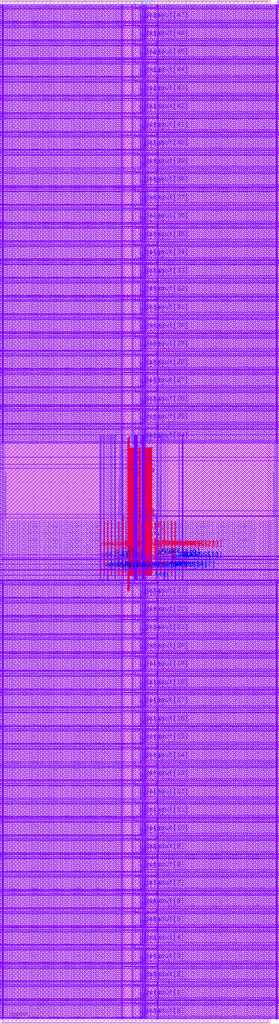
<source format=lef>
VERSION 5.8 ;
BUSBITCHARS "[]" ;
DIVIDERCHAR "/" ;

PROPERTYDEFINITIONS
  MACRO CatenaDesignType STRING ;
END PROPERTYDEFINITIONS

MACRO srambank_128x4x48_6t122
  CLASS BLOCK ;
  ORIGIN 0 0 ;
  FOREIGN srambank_128x4x48_6t122 0 0 ;
  SIZE 16.0 BY 60.480000000000004 ;
  SYMMETRY X Y ;
  SITE coreSite ;
  PIN VDD
    DIRECTION INOUT ;
    USE POWER ;
    PORT
      LAYER M4  ;
        RECT 0.0940 1.1720 16.4420 1.2200 ;
        RECT 0.0940 2.2520 16.4420 2.3000 ;
        RECT 0.0940 3.3320 16.4420 3.3800 ;
        RECT 0.0940 4.4120 16.4420 4.4600 ;
        RECT 0.0940 5.4920 16.4420 5.5400 ;
        RECT 0.0940 6.5720 16.4420 6.6200 ;
        RECT 0.0940 7.6520 16.4420 7.7000 ;
        RECT 0.0940 8.7320 16.4420 8.7800 ;
        RECT 0.0940 9.8120 16.4420 9.8600 ;
        RECT 0.0940 10.8920 16.4420 10.9400 ;
        RECT 0.0940 11.9720 16.4420 12.0200 ;
        RECT 0.0940 13.0520 16.4420 13.1000 ;
        RECT 0.0940 14.1320 16.4420 14.1800 ;
        RECT 0.0940 15.2120 16.4420 15.2600 ;
        RECT 0.0940 16.2920 16.4420 16.3400 ;
        RECT 0.0940 17.3720 16.4420 17.4200 ;
        RECT 0.0940 18.4520 16.4420 18.5000 ;
        RECT 0.0940 19.5320 16.4420 19.5800 ;
        RECT 0.0940 20.6120 16.4420 20.6600 ;
        RECT 0.0940 21.6920 16.4420 21.7400 ;
        RECT 0.0940 22.7720 16.4420 22.8200 ;
        RECT 0.0940 23.8520 16.4420 23.9000 ;
        RECT 0.0940 24.9320 16.4420 24.9800 ;
        RECT 0.0940 26.0120 16.4420 26.0600 ;
        RECT 3.5640 26.4930 12.9600 26.7090 ;
        RECT 9.1970 29.9970 9.3380 30.0210 ;
        RECT 9.0660 26.2130 9.3290 26.2370 ;
        RECT 7.3980 29.6610 9.1260 29.8770 ;
        RECT 7.3980 32.8290 9.1260 33.0450 ;
        RECT 0.0940 35.2190 16.4420 35.2670 ;
        RECT 0.0940 36.2990 16.4420 36.3470 ;
        RECT 0.0940 37.3790 16.4420 37.4270 ;
        RECT 0.0940 38.4590 16.4420 38.5070 ;
        RECT 0.0940 39.5390 16.4420 39.5870 ;
        RECT 0.0940 40.6190 16.4420 40.6670 ;
        RECT 0.0940 41.6990 16.4420 41.7470 ;
        RECT 0.0940 42.7790 16.4420 42.8270 ;
        RECT 0.0940 43.8590 16.4420 43.9070 ;
        RECT 0.0940 44.9390 16.4420 44.9870 ;
        RECT 0.0940 46.0190 16.4420 46.0670 ;
        RECT 0.0940 47.0990 16.4420 47.1470 ;
        RECT 0.0940 48.1790 16.4420 48.2270 ;
        RECT 0.0940 49.2590 16.4420 49.3070 ;
        RECT 0.0940 50.3390 16.4420 50.3870 ;
        RECT 0.0940 51.4190 16.4420 51.4670 ;
        RECT 0.0940 52.4990 16.4420 52.5470 ;
        RECT 0.0940 53.5790 16.4420 53.6270 ;
        RECT 0.0940 54.6590 16.4420 54.7070 ;
        RECT 0.0940 55.7390 16.4420 55.7870 ;
        RECT 0.0940 56.8190 16.4420 56.8670 ;
        RECT 0.0940 57.8990 16.4420 57.9470 ;
        RECT 0.0940 58.9790 16.4420 59.0270 ;
        RECT 0.0940 60.0590 16.4420 60.1070 ;
      LAYER M3  ;
        RECT 16.3940 0.2165 16.4120 1.3765 ;
        RECT 9.2840 0.2170 9.3020 1.3760 ;
        RECT 7.8800 0.2570 7.9700 1.3710 ;
        RECT 7.2320 0.2170 7.2500 1.3760 ;
        RECT 0.1220 0.2165 0.1400 1.3765 ;
        RECT 16.3940 1.2965 16.4120 2.4565 ;
        RECT 9.2840 1.2970 9.3020 2.4560 ;
        RECT 7.8800 1.3370 7.9700 2.4510 ;
        RECT 7.2320 1.2970 7.2500 2.4560 ;
        RECT 0.1220 1.2965 0.1400 2.4565 ;
        RECT 16.3940 2.3765 16.4120 3.5365 ;
        RECT 9.2840 2.3770 9.3020 3.5360 ;
        RECT 7.8800 2.4170 7.9700 3.5310 ;
        RECT 7.2320 2.3770 7.2500 3.5360 ;
        RECT 0.1220 2.3765 0.1400 3.5365 ;
        RECT 16.3940 3.4565 16.4120 4.6165 ;
        RECT 9.2840 3.4570 9.3020 4.6160 ;
        RECT 7.8800 3.4970 7.9700 4.6110 ;
        RECT 7.2320 3.4570 7.2500 4.6160 ;
        RECT 0.1220 3.4565 0.1400 4.6165 ;
        RECT 16.3940 4.5365 16.4120 5.6965 ;
        RECT 9.2840 4.5370 9.3020 5.6960 ;
        RECT 7.8800 4.5770 7.9700 5.6910 ;
        RECT 7.2320 4.5370 7.2500 5.6960 ;
        RECT 0.1220 4.5365 0.1400 5.6965 ;
        RECT 16.3940 5.6165 16.4120 6.7765 ;
        RECT 9.2840 5.6170 9.3020 6.7760 ;
        RECT 7.8800 5.6570 7.9700 6.7710 ;
        RECT 7.2320 5.6170 7.2500 6.7760 ;
        RECT 0.1220 5.6165 0.1400 6.7765 ;
        RECT 16.3940 6.6965 16.4120 7.8565 ;
        RECT 9.2840 6.6970 9.3020 7.8560 ;
        RECT 7.8800 6.7370 7.9700 7.8510 ;
        RECT 7.2320 6.6970 7.2500 7.8560 ;
        RECT 0.1220 6.6965 0.1400 7.8565 ;
        RECT 16.3940 7.7765 16.4120 8.9365 ;
        RECT 9.2840 7.7770 9.3020 8.9360 ;
        RECT 7.8800 7.8170 7.9700 8.9310 ;
        RECT 7.2320 7.7770 7.2500 8.9360 ;
        RECT 0.1220 7.7765 0.1400 8.9365 ;
        RECT 16.3940 8.8565 16.4120 10.0165 ;
        RECT 9.2840 8.8570 9.3020 10.0160 ;
        RECT 7.8800 8.8970 7.9700 10.0110 ;
        RECT 7.2320 8.8570 7.2500 10.0160 ;
        RECT 0.1220 8.8565 0.1400 10.0165 ;
        RECT 16.3940 9.9365 16.4120 11.0965 ;
        RECT 9.2840 9.9370 9.3020 11.0960 ;
        RECT 7.8800 9.9770 7.9700 11.0910 ;
        RECT 7.2320 9.9370 7.2500 11.0960 ;
        RECT 0.1220 9.9365 0.1400 11.0965 ;
        RECT 16.3940 11.0165 16.4120 12.1765 ;
        RECT 9.2840 11.0170 9.3020 12.1760 ;
        RECT 7.8800 11.0570 7.9700 12.1710 ;
        RECT 7.2320 11.0170 7.2500 12.1760 ;
        RECT 0.1220 11.0165 0.1400 12.1765 ;
        RECT 16.3940 12.0965 16.4120 13.2565 ;
        RECT 9.2840 12.0970 9.3020 13.2560 ;
        RECT 7.8800 12.1370 7.9700 13.2510 ;
        RECT 7.2320 12.0970 7.2500 13.2560 ;
        RECT 0.1220 12.0965 0.1400 13.2565 ;
        RECT 16.3940 13.1765 16.4120 14.3365 ;
        RECT 9.2840 13.1770 9.3020 14.3360 ;
        RECT 7.8800 13.2170 7.9700 14.3310 ;
        RECT 7.2320 13.1770 7.2500 14.3360 ;
        RECT 0.1220 13.1765 0.1400 14.3365 ;
        RECT 16.3940 14.2565 16.4120 15.4165 ;
        RECT 9.2840 14.2570 9.3020 15.4160 ;
        RECT 7.8800 14.2970 7.9700 15.4110 ;
        RECT 7.2320 14.2570 7.2500 15.4160 ;
        RECT 0.1220 14.2565 0.1400 15.4165 ;
        RECT 16.3940 15.3365 16.4120 16.4965 ;
        RECT 9.2840 15.3370 9.3020 16.4960 ;
        RECT 7.8800 15.3770 7.9700 16.4910 ;
        RECT 7.2320 15.3370 7.2500 16.4960 ;
        RECT 0.1220 15.3365 0.1400 16.4965 ;
        RECT 16.3940 16.4165 16.4120 17.5765 ;
        RECT 9.2840 16.4170 9.3020 17.5760 ;
        RECT 7.8800 16.4570 7.9700 17.5710 ;
        RECT 7.2320 16.4170 7.2500 17.5760 ;
        RECT 0.1220 16.4165 0.1400 17.5765 ;
        RECT 16.3940 17.4965 16.4120 18.6565 ;
        RECT 9.2840 17.4970 9.3020 18.6560 ;
        RECT 7.8800 17.5370 7.9700 18.6510 ;
        RECT 7.2320 17.4970 7.2500 18.6560 ;
        RECT 0.1220 17.4965 0.1400 18.6565 ;
        RECT 16.3940 18.5765 16.4120 19.7365 ;
        RECT 9.2840 18.5770 9.3020 19.7360 ;
        RECT 7.8800 18.6170 7.9700 19.7310 ;
        RECT 7.2320 18.5770 7.2500 19.7360 ;
        RECT 0.1220 18.5765 0.1400 19.7365 ;
        RECT 16.3940 19.6565 16.4120 20.8165 ;
        RECT 9.2840 19.6570 9.3020 20.8160 ;
        RECT 7.8800 19.6970 7.9700 20.8110 ;
        RECT 7.2320 19.6570 7.2500 20.8160 ;
        RECT 0.1220 19.6565 0.1400 20.8165 ;
        RECT 16.3940 20.7365 16.4120 21.8965 ;
        RECT 9.2840 20.7370 9.3020 21.8960 ;
        RECT 7.8800 20.7770 7.9700 21.8910 ;
        RECT 7.2320 20.7370 7.2500 21.8960 ;
        RECT 0.1220 20.7365 0.1400 21.8965 ;
        RECT 16.3940 21.8165 16.4120 22.9765 ;
        RECT 9.2840 21.8170 9.3020 22.9760 ;
        RECT 7.8800 21.8570 7.9700 22.9710 ;
        RECT 7.2320 21.8170 7.2500 22.9760 ;
        RECT 0.1220 21.8165 0.1400 22.9765 ;
        RECT 16.3940 22.8965 16.4120 24.0565 ;
        RECT 9.2840 22.8970 9.3020 24.0560 ;
        RECT 7.8800 22.9370 7.9700 24.0510 ;
        RECT 7.2320 22.8970 7.2500 24.0560 ;
        RECT 0.1220 22.8965 0.1400 24.0565 ;
        RECT 16.3940 23.9765 16.4120 25.1365 ;
        RECT 9.2840 23.9770 9.3020 25.1360 ;
        RECT 7.8800 24.0170 7.9700 25.1310 ;
        RECT 7.2320 23.9770 7.2500 25.1360 ;
        RECT 0.1220 23.9765 0.1400 25.1365 ;
        RECT 16.3940 25.0565 16.4120 26.2165 ;
        RECT 9.2840 25.0570 9.3020 26.2160 ;
        RECT 7.8800 25.0970 7.9700 26.2110 ;
        RECT 7.2320 25.0570 7.2500 26.2160 ;
        RECT 0.1220 25.0565 0.1400 26.2165 ;
        RECT 16.3890 26.1305 16.4070 34.3375 ;
        RECT 9.2970 29.9500 9.3150 34.2985 ;
        RECT 9.2790 26.1635 9.2970 26.3015 ;
        RECT 7.9110 26.4540 8.1450 34.0370 ;
        RECT 7.8750 33.9540 7.9650 34.3300 ;
        RECT 7.8750 26.1700 7.9650 26.5460 ;
        RECT 0.1170 26.1305 0.1350 34.3375 ;
        RECT 16.3940 34.2635 16.4120 35.4235 ;
        RECT 9.2840 34.2640 9.3020 35.4230 ;
        RECT 7.8800 34.3040 7.9700 35.4180 ;
        RECT 7.2320 34.2640 7.2500 35.4230 ;
        RECT 0.1220 34.2635 0.1400 35.4235 ;
        RECT 16.3940 35.3435 16.4120 36.5035 ;
        RECT 9.2840 35.3440 9.3020 36.5030 ;
        RECT 7.8800 35.3840 7.9700 36.4980 ;
        RECT 7.2320 35.3440 7.2500 36.5030 ;
        RECT 0.1220 35.3435 0.1400 36.5035 ;
        RECT 16.3940 36.4235 16.4120 37.5835 ;
        RECT 9.2840 36.4240 9.3020 37.5830 ;
        RECT 7.8800 36.4640 7.9700 37.5780 ;
        RECT 7.2320 36.4240 7.2500 37.5830 ;
        RECT 0.1220 36.4235 0.1400 37.5835 ;
        RECT 16.3940 37.5035 16.4120 38.6635 ;
        RECT 9.2840 37.5040 9.3020 38.6630 ;
        RECT 7.8800 37.5440 7.9700 38.6580 ;
        RECT 7.2320 37.5040 7.2500 38.6630 ;
        RECT 0.1220 37.5035 0.1400 38.6635 ;
        RECT 16.3940 38.5835 16.4120 39.7435 ;
        RECT 9.2840 38.5840 9.3020 39.7430 ;
        RECT 7.8800 38.6240 7.9700 39.7380 ;
        RECT 7.2320 38.5840 7.2500 39.7430 ;
        RECT 0.1220 38.5835 0.1400 39.7435 ;
        RECT 16.3940 39.6635 16.4120 40.8235 ;
        RECT 9.2840 39.6640 9.3020 40.8230 ;
        RECT 7.8800 39.7040 7.9700 40.8180 ;
        RECT 7.2320 39.6640 7.2500 40.8230 ;
        RECT 0.1220 39.6635 0.1400 40.8235 ;
        RECT 16.3940 40.7435 16.4120 41.9035 ;
        RECT 9.2840 40.7440 9.3020 41.9030 ;
        RECT 7.8800 40.7840 7.9700 41.8980 ;
        RECT 7.2320 40.7440 7.2500 41.9030 ;
        RECT 0.1220 40.7435 0.1400 41.9035 ;
        RECT 16.3940 41.8235 16.4120 42.9835 ;
        RECT 9.2840 41.8240 9.3020 42.9830 ;
        RECT 7.8800 41.8640 7.9700 42.9780 ;
        RECT 7.2320 41.8240 7.2500 42.9830 ;
        RECT 0.1220 41.8235 0.1400 42.9835 ;
        RECT 16.3940 42.9035 16.4120 44.0635 ;
        RECT 9.2840 42.9040 9.3020 44.0630 ;
        RECT 7.8800 42.9440 7.9700 44.0580 ;
        RECT 7.2320 42.9040 7.2500 44.0630 ;
        RECT 0.1220 42.9035 0.1400 44.0635 ;
        RECT 16.3940 43.9835 16.4120 45.1435 ;
        RECT 9.2840 43.9840 9.3020 45.1430 ;
        RECT 7.8800 44.0240 7.9700 45.1380 ;
        RECT 7.2320 43.9840 7.2500 45.1430 ;
        RECT 0.1220 43.9835 0.1400 45.1435 ;
        RECT 16.3940 45.0635 16.4120 46.2235 ;
        RECT 9.2840 45.0640 9.3020 46.2230 ;
        RECT 7.8800 45.1040 7.9700 46.2180 ;
        RECT 7.2320 45.0640 7.2500 46.2230 ;
        RECT 0.1220 45.0635 0.1400 46.2235 ;
        RECT 16.3940 46.1435 16.4120 47.3035 ;
        RECT 9.2840 46.1440 9.3020 47.3030 ;
        RECT 7.8800 46.1840 7.9700 47.2980 ;
        RECT 7.2320 46.1440 7.2500 47.3030 ;
        RECT 0.1220 46.1435 0.1400 47.3035 ;
        RECT 16.3940 47.2235 16.4120 48.3835 ;
        RECT 9.2840 47.2240 9.3020 48.3830 ;
        RECT 7.8800 47.2640 7.9700 48.3780 ;
        RECT 7.2320 47.2240 7.2500 48.3830 ;
        RECT 0.1220 47.2235 0.1400 48.3835 ;
        RECT 16.3940 48.3035 16.4120 49.4635 ;
        RECT 9.2840 48.3040 9.3020 49.4630 ;
        RECT 7.8800 48.3440 7.9700 49.4580 ;
        RECT 7.2320 48.3040 7.2500 49.4630 ;
        RECT 0.1220 48.3035 0.1400 49.4635 ;
        RECT 16.3940 49.3835 16.4120 50.5435 ;
        RECT 9.2840 49.3840 9.3020 50.5430 ;
        RECT 7.8800 49.4240 7.9700 50.5380 ;
        RECT 7.2320 49.3840 7.2500 50.5430 ;
        RECT 0.1220 49.3835 0.1400 50.5435 ;
        RECT 16.3940 50.4635 16.4120 51.6235 ;
        RECT 9.2840 50.4640 9.3020 51.6230 ;
        RECT 7.8800 50.5040 7.9700 51.6180 ;
        RECT 7.2320 50.4640 7.2500 51.6230 ;
        RECT 0.1220 50.4635 0.1400 51.6235 ;
        RECT 16.3940 51.5435 16.4120 52.7035 ;
        RECT 9.2840 51.5440 9.3020 52.7030 ;
        RECT 7.8800 51.5840 7.9700 52.6980 ;
        RECT 7.2320 51.5440 7.2500 52.7030 ;
        RECT 0.1220 51.5435 0.1400 52.7035 ;
        RECT 16.3940 52.6235 16.4120 53.7835 ;
        RECT 9.2840 52.6240 9.3020 53.7830 ;
        RECT 7.8800 52.6640 7.9700 53.7780 ;
        RECT 7.2320 52.6240 7.2500 53.7830 ;
        RECT 0.1220 52.6235 0.1400 53.7835 ;
        RECT 16.3940 53.7035 16.4120 54.8635 ;
        RECT 9.2840 53.7040 9.3020 54.8630 ;
        RECT 7.8800 53.7440 7.9700 54.8580 ;
        RECT 7.2320 53.7040 7.2500 54.8630 ;
        RECT 0.1220 53.7035 0.1400 54.8635 ;
        RECT 16.3940 54.7835 16.4120 55.9435 ;
        RECT 9.2840 54.7840 9.3020 55.9430 ;
        RECT 7.8800 54.8240 7.9700 55.9380 ;
        RECT 7.2320 54.7840 7.2500 55.9430 ;
        RECT 0.1220 54.7835 0.1400 55.9435 ;
        RECT 16.3940 55.8635 16.4120 57.0235 ;
        RECT 9.2840 55.8640 9.3020 57.0230 ;
        RECT 7.8800 55.9040 7.9700 57.0180 ;
        RECT 7.2320 55.8640 7.2500 57.0230 ;
        RECT 0.1220 55.8635 0.1400 57.0235 ;
        RECT 16.3940 56.9435 16.4120 58.1035 ;
        RECT 9.2840 56.9440 9.3020 58.1030 ;
        RECT 7.8800 56.9840 7.9700 58.0980 ;
        RECT 7.2320 56.9440 7.2500 58.1030 ;
        RECT 0.1220 56.9435 0.1400 58.1035 ;
        RECT 16.3940 58.0235 16.4120 59.1835 ;
        RECT 9.2840 58.0240 9.3020 59.1830 ;
        RECT 7.8800 58.0640 7.9700 59.1780 ;
        RECT 7.2320 58.0240 7.2500 59.1830 ;
        RECT 0.1220 58.0235 0.1400 59.1835 ;
        RECT 16.3940 59.1035 16.4120 60.2635 ;
        RECT 9.2840 59.1040 9.3020 60.2630 ;
        RECT 7.8800 59.1440 7.9700 60.2580 ;
        RECT 7.2320 59.1040 7.2500 60.2630 ;
        RECT 0.1220 59.1035 0.1400 60.2635 ;
      LAYER V3  ;
        RECT 0.1220 1.1720 0.1400 1.2200 ;
        RECT 7.2320 1.1720 7.2500 1.2200 ;
        RECT 7.8800 1.1720 7.9700 1.2200 ;
        RECT 9.2840 1.1720 9.3020 1.2200 ;
        RECT 16.3940 1.1720 16.4120 1.2200 ;
        RECT 0.1220 2.2520 0.1400 2.3000 ;
        RECT 7.2320 2.2520 7.2500 2.3000 ;
        RECT 7.8800 2.2520 7.9700 2.3000 ;
        RECT 9.2840 2.2520 9.3020 2.3000 ;
        RECT 16.3940 2.2520 16.4120 2.3000 ;
        RECT 0.1220 3.3320 0.1400 3.3800 ;
        RECT 7.2320 3.3320 7.2500 3.3800 ;
        RECT 7.8800 3.3320 7.9700 3.3800 ;
        RECT 9.2840 3.3320 9.3020 3.3800 ;
        RECT 16.3940 3.3320 16.4120 3.3800 ;
        RECT 0.1220 4.4120 0.1400 4.4600 ;
        RECT 7.2320 4.4120 7.2500 4.4600 ;
        RECT 7.8800 4.4120 7.9700 4.4600 ;
        RECT 9.2840 4.4120 9.3020 4.4600 ;
        RECT 16.3940 4.4120 16.4120 4.4600 ;
        RECT 0.1220 5.4920 0.1400 5.5400 ;
        RECT 7.2320 5.4920 7.2500 5.5400 ;
        RECT 7.8800 5.4920 7.9700 5.5400 ;
        RECT 9.2840 5.4920 9.3020 5.5400 ;
        RECT 16.3940 5.4920 16.4120 5.5400 ;
        RECT 0.1220 6.5720 0.1400 6.6200 ;
        RECT 7.2320 6.5720 7.2500 6.6200 ;
        RECT 7.8800 6.5720 7.9700 6.6200 ;
        RECT 9.2840 6.5720 9.3020 6.6200 ;
        RECT 16.3940 6.5720 16.4120 6.6200 ;
        RECT 0.1220 7.6520 0.1400 7.7000 ;
        RECT 7.2320 7.6520 7.2500 7.7000 ;
        RECT 7.8800 7.6520 7.9700 7.7000 ;
        RECT 9.2840 7.6520 9.3020 7.7000 ;
        RECT 16.3940 7.6520 16.4120 7.7000 ;
        RECT 0.1220 8.7320 0.1400 8.7800 ;
        RECT 7.2320 8.7320 7.2500 8.7800 ;
        RECT 7.8800 8.7320 7.9700 8.7800 ;
        RECT 9.2840 8.7320 9.3020 8.7800 ;
        RECT 16.3940 8.7320 16.4120 8.7800 ;
        RECT 0.1220 9.8120 0.1400 9.8600 ;
        RECT 7.2320 9.8120 7.2500 9.8600 ;
        RECT 7.8800 9.8120 7.9700 9.8600 ;
        RECT 9.2840 9.8120 9.3020 9.8600 ;
        RECT 16.3940 9.8120 16.4120 9.8600 ;
        RECT 0.1220 10.8920 0.1400 10.9400 ;
        RECT 7.2320 10.8920 7.2500 10.9400 ;
        RECT 7.8800 10.8920 7.9700 10.9400 ;
        RECT 9.2840 10.8920 9.3020 10.9400 ;
        RECT 16.3940 10.8920 16.4120 10.9400 ;
        RECT 0.1220 11.9720 0.1400 12.0200 ;
        RECT 7.2320 11.9720 7.2500 12.0200 ;
        RECT 7.8800 11.9720 7.9700 12.0200 ;
        RECT 9.2840 11.9720 9.3020 12.0200 ;
        RECT 16.3940 11.9720 16.4120 12.0200 ;
        RECT 0.1220 13.0520 0.1400 13.1000 ;
        RECT 7.2320 13.0520 7.2500 13.1000 ;
        RECT 7.8800 13.0520 7.9700 13.1000 ;
        RECT 9.2840 13.0520 9.3020 13.1000 ;
        RECT 16.3940 13.0520 16.4120 13.1000 ;
        RECT 0.1220 14.1320 0.1400 14.1800 ;
        RECT 7.2320 14.1320 7.2500 14.1800 ;
        RECT 7.8800 14.1320 7.9700 14.1800 ;
        RECT 9.2840 14.1320 9.3020 14.1800 ;
        RECT 16.3940 14.1320 16.4120 14.1800 ;
        RECT 0.1220 15.2120 0.1400 15.2600 ;
        RECT 7.2320 15.2120 7.2500 15.2600 ;
        RECT 7.8800 15.2120 7.9700 15.2600 ;
        RECT 9.2840 15.2120 9.3020 15.2600 ;
        RECT 16.3940 15.2120 16.4120 15.2600 ;
        RECT 0.1220 16.2920 0.1400 16.3400 ;
        RECT 7.2320 16.2920 7.2500 16.3400 ;
        RECT 7.8800 16.2920 7.9700 16.3400 ;
        RECT 9.2840 16.2920 9.3020 16.3400 ;
        RECT 16.3940 16.2920 16.4120 16.3400 ;
        RECT 0.1220 17.3720 0.1400 17.4200 ;
        RECT 7.2320 17.3720 7.2500 17.4200 ;
        RECT 7.8800 17.3720 7.9700 17.4200 ;
        RECT 9.2840 17.3720 9.3020 17.4200 ;
        RECT 16.3940 17.3720 16.4120 17.4200 ;
        RECT 0.1220 18.4520 0.1400 18.5000 ;
        RECT 7.2320 18.4520 7.2500 18.5000 ;
        RECT 7.8800 18.4520 7.9700 18.5000 ;
        RECT 9.2840 18.4520 9.3020 18.5000 ;
        RECT 16.3940 18.4520 16.4120 18.5000 ;
        RECT 0.1220 19.5320 0.1400 19.5800 ;
        RECT 7.2320 19.5320 7.2500 19.5800 ;
        RECT 7.8800 19.5320 7.9700 19.5800 ;
        RECT 9.2840 19.5320 9.3020 19.5800 ;
        RECT 16.3940 19.5320 16.4120 19.5800 ;
        RECT 0.1220 20.6120 0.1400 20.6600 ;
        RECT 7.2320 20.6120 7.2500 20.6600 ;
        RECT 7.8800 20.6120 7.9700 20.6600 ;
        RECT 9.2840 20.6120 9.3020 20.6600 ;
        RECT 16.3940 20.6120 16.4120 20.6600 ;
        RECT 0.1220 21.6920 0.1400 21.7400 ;
        RECT 7.2320 21.6920 7.2500 21.7400 ;
        RECT 7.8800 21.6920 7.9700 21.7400 ;
        RECT 9.2840 21.6920 9.3020 21.7400 ;
        RECT 16.3940 21.6920 16.4120 21.7400 ;
        RECT 0.1220 22.7720 0.1400 22.8200 ;
        RECT 7.2320 22.7720 7.2500 22.8200 ;
        RECT 7.8800 22.7720 7.9700 22.8200 ;
        RECT 9.2840 22.7720 9.3020 22.8200 ;
        RECT 16.3940 22.7720 16.4120 22.8200 ;
        RECT 0.1220 23.8520 0.1400 23.9000 ;
        RECT 7.2320 23.8520 7.2500 23.9000 ;
        RECT 7.8800 23.8520 7.9700 23.9000 ;
        RECT 9.2840 23.8520 9.3020 23.9000 ;
        RECT 16.3940 23.8520 16.4120 23.9000 ;
        RECT 0.1220 24.9320 0.1400 24.9800 ;
        RECT 7.2320 24.9320 7.2500 24.9800 ;
        RECT 7.8800 24.9320 7.9700 24.9800 ;
        RECT 9.2840 24.9320 9.3020 24.9800 ;
        RECT 16.3940 24.9320 16.4120 24.9800 ;
        RECT 0.1220 26.0120 0.1400 26.0600 ;
        RECT 7.2320 26.0120 7.2500 26.0600 ;
        RECT 7.8800 26.0120 7.9700 26.0600 ;
        RECT 9.2840 26.0120 9.3020 26.0600 ;
        RECT 16.3940 26.0120 16.4120 26.0600 ;
        RECT 7.9150 32.8290 7.9330 33.0450 ;
        RECT 7.9150 29.6610 7.9330 29.8770 ;
        RECT 7.9150 26.4930 7.9330 26.7090 ;
        RECT 7.9670 32.8290 7.9850 33.0450 ;
        RECT 7.9670 29.6610 7.9850 29.8770 ;
        RECT 7.9670 26.4930 7.9850 26.7090 ;
        RECT 8.0190 32.8290 8.0370 33.0450 ;
        RECT 8.0190 29.6610 8.0370 29.8770 ;
        RECT 8.0190 26.4930 8.0370 26.7090 ;
        RECT 8.0710 32.8290 8.0890 33.0450 ;
        RECT 8.0710 29.6610 8.0890 29.8770 ;
        RECT 8.0710 26.4930 8.0890 26.7090 ;
        RECT 8.1230 32.8290 8.1410 33.0450 ;
        RECT 8.1230 29.6610 8.1410 29.8770 ;
        RECT 8.1230 26.4930 8.1410 26.7090 ;
        RECT 9.2790 26.2130 9.2970 26.2370 ;
        RECT 9.2970 29.9970 9.3150 30.0210 ;
        RECT 0.1220 35.2190 0.1400 35.2670 ;
        RECT 7.2320 35.2190 7.2500 35.2670 ;
        RECT 7.8800 35.2190 7.9700 35.2670 ;
        RECT 9.2840 35.2190 9.3020 35.2670 ;
        RECT 16.3940 35.2190 16.4120 35.2670 ;
        RECT 0.1220 36.2990 0.1400 36.3470 ;
        RECT 7.2320 36.2990 7.2500 36.3470 ;
        RECT 7.8800 36.2990 7.9700 36.3470 ;
        RECT 9.2840 36.2990 9.3020 36.3470 ;
        RECT 16.3940 36.2990 16.4120 36.3470 ;
        RECT 0.1220 37.3790 0.1400 37.4270 ;
        RECT 7.2320 37.3790 7.2500 37.4270 ;
        RECT 7.8800 37.3790 7.9700 37.4270 ;
        RECT 9.2840 37.3790 9.3020 37.4270 ;
        RECT 16.3940 37.3790 16.4120 37.4270 ;
        RECT 0.1220 38.4590 0.1400 38.5070 ;
        RECT 7.2320 38.4590 7.2500 38.5070 ;
        RECT 7.8800 38.4590 7.9700 38.5070 ;
        RECT 9.2840 38.4590 9.3020 38.5070 ;
        RECT 16.3940 38.4590 16.4120 38.5070 ;
        RECT 0.1220 39.5390 0.1400 39.5870 ;
        RECT 7.2320 39.5390 7.2500 39.5870 ;
        RECT 7.8800 39.5390 7.9700 39.5870 ;
        RECT 9.2840 39.5390 9.3020 39.5870 ;
        RECT 16.3940 39.5390 16.4120 39.5870 ;
        RECT 0.1220 40.6190 0.1400 40.6670 ;
        RECT 7.2320 40.6190 7.2500 40.6670 ;
        RECT 7.8800 40.6190 7.9700 40.6670 ;
        RECT 9.2840 40.6190 9.3020 40.6670 ;
        RECT 16.3940 40.6190 16.4120 40.6670 ;
        RECT 0.1220 41.6990 0.1400 41.7470 ;
        RECT 7.2320 41.6990 7.2500 41.7470 ;
        RECT 7.8800 41.6990 7.9700 41.7470 ;
        RECT 9.2840 41.6990 9.3020 41.7470 ;
        RECT 16.3940 41.6990 16.4120 41.7470 ;
        RECT 0.1220 42.7790 0.1400 42.8270 ;
        RECT 7.2320 42.7790 7.2500 42.8270 ;
        RECT 7.8800 42.7790 7.9700 42.8270 ;
        RECT 9.2840 42.7790 9.3020 42.8270 ;
        RECT 16.3940 42.7790 16.4120 42.8270 ;
        RECT 0.1220 43.8590 0.1400 43.9070 ;
        RECT 7.2320 43.8590 7.2500 43.9070 ;
        RECT 7.8800 43.8590 7.9700 43.9070 ;
        RECT 9.2840 43.8590 9.3020 43.9070 ;
        RECT 16.3940 43.8590 16.4120 43.9070 ;
        RECT 0.1220 44.9390 0.1400 44.9870 ;
        RECT 7.2320 44.9390 7.2500 44.9870 ;
        RECT 7.8800 44.9390 7.9700 44.9870 ;
        RECT 9.2840 44.9390 9.3020 44.9870 ;
        RECT 16.3940 44.9390 16.4120 44.9870 ;
        RECT 0.1220 46.0190 0.1400 46.0670 ;
        RECT 7.2320 46.0190 7.2500 46.0670 ;
        RECT 7.8800 46.0190 7.9700 46.0670 ;
        RECT 9.2840 46.0190 9.3020 46.0670 ;
        RECT 16.3940 46.0190 16.4120 46.0670 ;
        RECT 0.1220 47.0990 0.1400 47.1470 ;
        RECT 7.2320 47.0990 7.2500 47.1470 ;
        RECT 7.8800 47.0990 7.9700 47.1470 ;
        RECT 9.2840 47.0990 9.3020 47.1470 ;
        RECT 16.3940 47.0990 16.4120 47.1470 ;
        RECT 0.1220 48.1790 0.1400 48.2270 ;
        RECT 7.2320 48.1790 7.2500 48.2270 ;
        RECT 7.8800 48.1790 7.9700 48.2270 ;
        RECT 9.2840 48.1790 9.3020 48.2270 ;
        RECT 16.3940 48.1790 16.4120 48.2270 ;
        RECT 0.1220 49.2590 0.1400 49.3070 ;
        RECT 7.2320 49.2590 7.2500 49.3070 ;
        RECT 7.8800 49.2590 7.9700 49.3070 ;
        RECT 9.2840 49.2590 9.3020 49.3070 ;
        RECT 16.3940 49.2590 16.4120 49.3070 ;
        RECT 0.1220 50.3390 0.1400 50.3870 ;
        RECT 7.2320 50.3390 7.2500 50.3870 ;
        RECT 7.8800 50.3390 7.9700 50.3870 ;
        RECT 9.2840 50.3390 9.3020 50.3870 ;
        RECT 16.3940 50.3390 16.4120 50.3870 ;
        RECT 0.1220 51.4190 0.1400 51.4670 ;
        RECT 7.2320 51.4190 7.2500 51.4670 ;
        RECT 7.8800 51.4190 7.9700 51.4670 ;
        RECT 9.2840 51.4190 9.3020 51.4670 ;
        RECT 16.3940 51.4190 16.4120 51.4670 ;
        RECT 0.1220 52.4990 0.1400 52.5470 ;
        RECT 7.2320 52.4990 7.2500 52.5470 ;
        RECT 7.8800 52.4990 7.9700 52.5470 ;
        RECT 9.2840 52.4990 9.3020 52.5470 ;
        RECT 16.3940 52.4990 16.4120 52.5470 ;
        RECT 0.1220 53.5790 0.1400 53.6270 ;
        RECT 7.2320 53.5790 7.2500 53.6270 ;
        RECT 7.8800 53.5790 7.9700 53.6270 ;
        RECT 9.2840 53.5790 9.3020 53.6270 ;
        RECT 16.3940 53.5790 16.4120 53.6270 ;
        RECT 0.1220 54.6590 0.1400 54.7070 ;
        RECT 7.2320 54.6590 7.2500 54.7070 ;
        RECT 7.8800 54.6590 7.9700 54.7070 ;
        RECT 9.2840 54.6590 9.3020 54.7070 ;
        RECT 16.3940 54.6590 16.4120 54.7070 ;
        RECT 0.1220 55.7390 0.1400 55.7870 ;
        RECT 7.2320 55.7390 7.2500 55.7870 ;
        RECT 7.8800 55.7390 7.9700 55.7870 ;
        RECT 9.2840 55.7390 9.3020 55.7870 ;
        RECT 16.3940 55.7390 16.4120 55.7870 ;
        RECT 0.1220 56.8190 0.1400 56.8670 ;
        RECT 7.2320 56.8190 7.2500 56.8670 ;
        RECT 7.8800 56.8190 7.9700 56.8670 ;
        RECT 9.2840 56.8190 9.3020 56.8670 ;
        RECT 16.3940 56.8190 16.4120 56.8670 ;
        RECT 0.1220 57.8990 0.1400 57.9470 ;
        RECT 7.2320 57.8990 7.2500 57.9470 ;
        RECT 7.8800 57.8990 7.9700 57.9470 ;
        RECT 9.2840 57.8990 9.3020 57.9470 ;
        RECT 16.3940 57.8990 16.4120 57.9470 ;
        RECT 0.1220 58.9790 0.1400 59.0270 ;
        RECT 7.2320 58.9790 7.2500 59.0270 ;
        RECT 7.8800 58.9790 7.9700 59.0270 ;
        RECT 9.2840 58.9790 9.3020 59.0270 ;
        RECT 16.3940 58.9790 16.4120 59.0270 ;
        RECT 0.1220 60.0590 0.1400 60.1070 ;
        RECT 7.2320 60.0590 7.2500 60.1070 ;
        RECT 7.8800 60.0590 7.9700 60.1070 ;
        RECT 9.2840 60.0590 9.3020 60.1070 ;
        RECT 16.3940 60.0590 16.4120 60.1070 ;
      LAYER M5  ;
        RECT 9.2160 26.1950 9.2400 30.0390 ;
      LAYER V4  ;
        RECT 9.2160 29.9970 9.2400 30.0210 ;
        RECT 9.2160 26.4930 9.2400 26.7090 ;
        RECT 9.2160 26.2130 9.2400 26.2370 ;
    END
  END VDD
  PIN VSS
    DIRECTION INOUT ;
    USE POWER ;
    PORT
      LAYER M4  ;
        RECT 0.0940 1.0760 16.4370 1.1240 ;
        RECT 0.0940 2.1560 16.4370 2.2040 ;
        RECT 0.0940 3.2360 16.4370 3.2840 ;
        RECT 0.0940 4.3160 16.4370 4.3640 ;
        RECT 0.0940 5.3960 16.4370 5.4440 ;
        RECT 0.0940 6.4760 16.4370 6.5240 ;
        RECT 0.0940 7.5560 16.4370 7.6040 ;
        RECT 0.0940 8.6360 16.4370 8.6840 ;
        RECT 0.0940 9.7160 16.4370 9.7640 ;
        RECT 0.0940 10.7960 16.4370 10.8440 ;
        RECT 0.0940 11.8760 16.4370 11.9240 ;
        RECT 0.0940 12.9560 16.4370 13.0040 ;
        RECT 0.0940 14.0360 16.4370 14.0840 ;
        RECT 0.0940 15.1160 16.4370 15.1640 ;
        RECT 0.0940 16.1960 16.4370 16.2440 ;
        RECT 0.0940 17.2760 16.4370 17.3240 ;
        RECT 0.0940 18.3560 16.4370 18.4040 ;
        RECT 0.0940 19.4360 16.4370 19.4840 ;
        RECT 0.0940 20.5160 16.4370 20.5640 ;
        RECT 0.0940 21.5960 16.4370 21.6440 ;
        RECT 0.0940 22.6760 16.4370 22.7240 ;
        RECT 0.0940 23.7560 16.4370 23.8040 ;
        RECT 0.0940 24.8360 16.4370 24.8840 ;
        RECT 0.0940 25.9160 16.4370 25.9640 ;
        RECT 3.5640 26.9250 12.9600 27.1410 ;
        RECT 7.3980 30.0930 9.1260 30.3090 ;
        RECT 7.3980 33.2610 9.1260 33.4770 ;
        RECT 0.0940 35.1230 16.4370 35.1710 ;
        RECT 0.0940 36.2030 16.4370 36.2510 ;
        RECT 0.0940 37.2830 16.4370 37.3310 ;
        RECT 0.0940 38.3630 16.4370 38.4110 ;
        RECT 0.0940 39.4430 16.4370 39.4910 ;
        RECT 0.0940 40.5230 16.4370 40.5710 ;
        RECT 0.0940 41.6030 16.4370 41.6510 ;
        RECT 0.0940 42.6830 16.4370 42.7310 ;
        RECT 0.0940 43.7630 16.4370 43.8110 ;
        RECT 0.0940 44.8430 16.4370 44.8910 ;
        RECT 0.0940 45.9230 16.4370 45.9710 ;
        RECT 0.0940 47.0030 16.4370 47.0510 ;
        RECT 0.0940 48.0830 16.4370 48.1310 ;
        RECT 0.0940 49.1630 16.4370 49.2110 ;
        RECT 0.0940 50.2430 16.4370 50.2910 ;
        RECT 0.0940 51.3230 16.4370 51.3710 ;
        RECT 0.0940 52.4030 16.4370 52.4510 ;
        RECT 0.0940 53.4830 16.4370 53.5310 ;
        RECT 0.0940 54.5630 16.4370 54.6110 ;
        RECT 0.0940 55.6430 16.4370 55.6910 ;
        RECT 0.0940 56.7230 16.4370 56.7710 ;
        RECT 0.0940 57.8030 16.4370 57.8510 ;
        RECT 0.0940 58.8830 16.4370 58.9310 ;
        RECT 0.0940 59.9630 16.4370 60.0110 ;
      LAYER M3  ;
        RECT 16.3580 0.2165 16.3760 1.3765 ;
        RECT 9.3380 0.2165 9.3560 1.3765 ;
        RECT 8.5730 0.2530 8.6090 1.3670 ;
        RECT 8.4200 0.2530 8.4470 1.3670 ;
        RECT 7.1780 0.2165 7.1960 1.3765 ;
        RECT 0.1580 0.2165 0.1760 1.3765 ;
        RECT 16.3580 1.2965 16.3760 2.4565 ;
        RECT 9.3380 1.2965 9.3560 2.4565 ;
        RECT 8.5730 1.3330 8.6090 2.4470 ;
        RECT 8.4200 1.3330 8.4470 2.4470 ;
        RECT 7.1780 1.2965 7.1960 2.4565 ;
        RECT 0.1580 1.2965 0.1760 2.4565 ;
        RECT 16.3580 2.3765 16.3760 3.5365 ;
        RECT 9.3380 2.3765 9.3560 3.5365 ;
        RECT 8.5730 2.4130 8.6090 3.5270 ;
        RECT 8.4200 2.4130 8.4470 3.5270 ;
        RECT 7.1780 2.3765 7.1960 3.5365 ;
        RECT 0.1580 2.3765 0.1760 3.5365 ;
        RECT 16.3580 3.4565 16.3760 4.6165 ;
        RECT 9.3380 3.4565 9.3560 4.6165 ;
        RECT 8.5730 3.4930 8.6090 4.6070 ;
        RECT 8.4200 3.4930 8.4470 4.6070 ;
        RECT 7.1780 3.4565 7.1960 4.6165 ;
        RECT 0.1580 3.4565 0.1760 4.6165 ;
        RECT 16.3580 4.5365 16.3760 5.6965 ;
        RECT 9.3380 4.5365 9.3560 5.6965 ;
        RECT 8.5730 4.5730 8.6090 5.6870 ;
        RECT 8.4200 4.5730 8.4470 5.6870 ;
        RECT 7.1780 4.5365 7.1960 5.6965 ;
        RECT 0.1580 4.5365 0.1760 5.6965 ;
        RECT 16.3580 5.6165 16.3760 6.7765 ;
        RECT 9.3380 5.6165 9.3560 6.7765 ;
        RECT 8.5730 5.6530 8.6090 6.7670 ;
        RECT 8.4200 5.6530 8.4470 6.7670 ;
        RECT 7.1780 5.6165 7.1960 6.7765 ;
        RECT 0.1580 5.6165 0.1760 6.7765 ;
        RECT 16.3580 6.6965 16.3760 7.8565 ;
        RECT 9.3380 6.6965 9.3560 7.8565 ;
        RECT 8.5730 6.7330 8.6090 7.8470 ;
        RECT 8.4200 6.7330 8.4470 7.8470 ;
        RECT 7.1780 6.6965 7.1960 7.8565 ;
        RECT 0.1580 6.6965 0.1760 7.8565 ;
        RECT 16.3580 7.7765 16.3760 8.9365 ;
        RECT 9.3380 7.7765 9.3560 8.9365 ;
        RECT 8.5730 7.8130 8.6090 8.9270 ;
        RECT 8.4200 7.8130 8.4470 8.9270 ;
        RECT 7.1780 7.7765 7.1960 8.9365 ;
        RECT 0.1580 7.7765 0.1760 8.9365 ;
        RECT 16.3580 8.8565 16.3760 10.0165 ;
        RECT 9.3380 8.8565 9.3560 10.0165 ;
        RECT 8.5730 8.8930 8.6090 10.0070 ;
        RECT 8.4200 8.8930 8.4470 10.0070 ;
        RECT 7.1780 8.8565 7.1960 10.0165 ;
        RECT 0.1580 8.8565 0.1760 10.0165 ;
        RECT 16.3580 9.9365 16.3760 11.0965 ;
        RECT 9.3380 9.9365 9.3560 11.0965 ;
        RECT 8.5730 9.9730 8.6090 11.0870 ;
        RECT 8.4200 9.9730 8.4470 11.0870 ;
        RECT 7.1780 9.9365 7.1960 11.0965 ;
        RECT 0.1580 9.9365 0.1760 11.0965 ;
        RECT 16.3580 11.0165 16.3760 12.1765 ;
        RECT 9.3380 11.0165 9.3560 12.1765 ;
        RECT 8.5730 11.0530 8.6090 12.1670 ;
        RECT 8.4200 11.0530 8.4470 12.1670 ;
        RECT 7.1780 11.0165 7.1960 12.1765 ;
        RECT 0.1580 11.0165 0.1760 12.1765 ;
        RECT 16.3580 12.0965 16.3760 13.2565 ;
        RECT 9.3380 12.0965 9.3560 13.2565 ;
        RECT 8.5730 12.1330 8.6090 13.2470 ;
        RECT 8.4200 12.1330 8.4470 13.2470 ;
        RECT 7.1780 12.0965 7.1960 13.2565 ;
        RECT 0.1580 12.0965 0.1760 13.2565 ;
        RECT 16.3580 13.1765 16.3760 14.3365 ;
        RECT 9.3380 13.1765 9.3560 14.3365 ;
        RECT 8.5730 13.2130 8.6090 14.3270 ;
        RECT 8.4200 13.2130 8.4470 14.3270 ;
        RECT 7.1780 13.1765 7.1960 14.3365 ;
        RECT 0.1580 13.1765 0.1760 14.3365 ;
        RECT 16.3580 14.2565 16.3760 15.4165 ;
        RECT 9.3380 14.2565 9.3560 15.4165 ;
        RECT 8.5730 14.2930 8.6090 15.4070 ;
        RECT 8.4200 14.2930 8.4470 15.4070 ;
        RECT 7.1780 14.2565 7.1960 15.4165 ;
        RECT 0.1580 14.2565 0.1760 15.4165 ;
        RECT 16.3580 15.3365 16.3760 16.4965 ;
        RECT 9.3380 15.3365 9.3560 16.4965 ;
        RECT 8.5730 15.3730 8.6090 16.4870 ;
        RECT 8.4200 15.3730 8.4470 16.4870 ;
        RECT 7.1780 15.3365 7.1960 16.4965 ;
        RECT 0.1580 15.3365 0.1760 16.4965 ;
        RECT 16.3580 16.4165 16.3760 17.5765 ;
        RECT 9.3380 16.4165 9.3560 17.5765 ;
        RECT 8.5730 16.4530 8.6090 17.5670 ;
        RECT 8.4200 16.4530 8.4470 17.5670 ;
        RECT 7.1780 16.4165 7.1960 17.5765 ;
        RECT 0.1580 16.4165 0.1760 17.5765 ;
        RECT 16.3580 17.4965 16.3760 18.6565 ;
        RECT 9.3380 17.4965 9.3560 18.6565 ;
        RECT 8.5730 17.5330 8.6090 18.6470 ;
        RECT 8.4200 17.5330 8.4470 18.6470 ;
        RECT 7.1780 17.4965 7.1960 18.6565 ;
        RECT 0.1580 17.4965 0.1760 18.6565 ;
        RECT 16.3580 18.5765 16.3760 19.7365 ;
        RECT 9.3380 18.5765 9.3560 19.7365 ;
        RECT 8.5730 18.6130 8.6090 19.7270 ;
        RECT 8.4200 18.6130 8.4470 19.7270 ;
        RECT 7.1780 18.5765 7.1960 19.7365 ;
        RECT 0.1580 18.5765 0.1760 19.7365 ;
        RECT 16.3580 19.6565 16.3760 20.8165 ;
        RECT 9.3380 19.6565 9.3560 20.8165 ;
        RECT 8.5730 19.6930 8.6090 20.8070 ;
        RECT 8.4200 19.6930 8.4470 20.8070 ;
        RECT 7.1780 19.6565 7.1960 20.8165 ;
        RECT 0.1580 19.6565 0.1760 20.8165 ;
        RECT 16.3580 20.7365 16.3760 21.8965 ;
        RECT 9.3380 20.7365 9.3560 21.8965 ;
        RECT 8.5730 20.7730 8.6090 21.8870 ;
        RECT 8.4200 20.7730 8.4470 21.8870 ;
        RECT 7.1780 20.7365 7.1960 21.8965 ;
        RECT 0.1580 20.7365 0.1760 21.8965 ;
        RECT 16.3580 21.8165 16.3760 22.9765 ;
        RECT 9.3380 21.8165 9.3560 22.9765 ;
        RECT 8.5730 21.8530 8.6090 22.9670 ;
        RECT 8.4200 21.8530 8.4470 22.9670 ;
        RECT 7.1780 21.8165 7.1960 22.9765 ;
        RECT 0.1580 21.8165 0.1760 22.9765 ;
        RECT 16.3580 22.8965 16.3760 24.0565 ;
        RECT 9.3380 22.8965 9.3560 24.0565 ;
        RECT 8.5730 22.9330 8.6090 24.0470 ;
        RECT 8.4200 22.9330 8.4470 24.0470 ;
        RECT 7.1780 22.8965 7.1960 24.0565 ;
        RECT 0.1580 22.8965 0.1760 24.0565 ;
        RECT 16.3580 23.9765 16.3760 25.1365 ;
        RECT 9.3380 23.9765 9.3560 25.1365 ;
        RECT 8.5730 24.0130 8.6090 25.1270 ;
        RECT 8.4200 24.0130 8.4470 25.1270 ;
        RECT 7.1780 23.9765 7.1960 25.1365 ;
        RECT 0.1580 23.9765 0.1760 25.1365 ;
        RECT 16.3580 25.0565 16.3760 26.2165 ;
        RECT 9.3380 25.0565 9.3560 26.2165 ;
        RECT 8.5730 25.0930 8.6090 26.2070 ;
        RECT 8.4200 25.0930 8.4470 26.2070 ;
        RECT 7.1780 25.0565 7.1960 26.2165 ;
        RECT 0.1580 25.0565 0.1760 26.2165 ;
        RECT 16.3530 26.1305 16.3710 34.3375 ;
        RECT 9.3330 26.1305 9.3510 34.3375 ;
        RECT 8.3790 26.3540 8.6130 34.0370 ;
        RECT 8.5680 26.1745 8.6040 34.2940 ;
        RECT 8.4150 26.1740 8.4420 34.2940 ;
        RECT 7.1730 26.1305 7.1910 34.3375 ;
        RECT 0.1530 26.1305 0.1710 34.3375 ;
        RECT 16.3580 34.2635 16.3760 35.4235 ;
        RECT 9.3380 34.2635 9.3560 35.4235 ;
        RECT 8.5730 34.3000 8.6090 35.4140 ;
        RECT 8.4200 34.3000 8.4470 35.4140 ;
        RECT 7.1780 34.2635 7.1960 35.4235 ;
        RECT 0.1580 34.2635 0.1760 35.4235 ;
        RECT 16.3580 35.3435 16.3760 36.5035 ;
        RECT 9.3380 35.3435 9.3560 36.5035 ;
        RECT 8.5730 35.3800 8.6090 36.4940 ;
        RECT 8.4200 35.3800 8.4470 36.4940 ;
        RECT 7.1780 35.3435 7.1960 36.5035 ;
        RECT 0.1580 35.3435 0.1760 36.5035 ;
        RECT 16.3580 36.4235 16.3760 37.5835 ;
        RECT 9.3380 36.4235 9.3560 37.5835 ;
        RECT 8.5730 36.4600 8.6090 37.5740 ;
        RECT 8.4200 36.4600 8.4470 37.5740 ;
        RECT 7.1780 36.4235 7.1960 37.5835 ;
        RECT 0.1580 36.4235 0.1760 37.5835 ;
        RECT 16.3580 37.5035 16.3760 38.6635 ;
        RECT 9.3380 37.5035 9.3560 38.6635 ;
        RECT 8.5730 37.5400 8.6090 38.6540 ;
        RECT 8.4200 37.5400 8.4470 38.6540 ;
        RECT 7.1780 37.5035 7.1960 38.6635 ;
        RECT 0.1580 37.5035 0.1760 38.6635 ;
        RECT 16.3580 38.5835 16.3760 39.7435 ;
        RECT 9.3380 38.5835 9.3560 39.7435 ;
        RECT 8.5730 38.6200 8.6090 39.7340 ;
        RECT 8.4200 38.6200 8.4470 39.7340 ;
        RECT 7.1780 38.5835 7.1960 39.7435 ;
        RECT 0.1580 38.5835 0.1760 39.7435 ;
        RECT 16.3580 39.6635 16.3760 40.8235 ;
        RECT 9.3380 39.6635 9.3560 40.8235 ;
        RECT 8.5730 39.7000 8.6090 40.8140 ;
        RECT 8.4200 39.7000 8.4470 40.8140 ;
        RECT 7.1780 39.6635 7.1960 40.8235 ;
        RECT 0.1580 39.6635 0.1760 40.8235 ;
        RECT 16.3580 40.7435 16.3760 41.9035 ;
        RECT 9.3380 40.7435 9.3560 41.9035 ;
        RECT 8.5730 40.7800 8.6090 41.8940 ;
        RECT 8.4200 40.7800 8.4470 41.8940 ;
        RECT 7.1780 40.7435 7.1960 41.9035 ;
        RECT 0.1580 40.7435 0.1760 41.9035 ;
        RECT 16.3580 41.8235 16.3760 42.9835 ;
        RECT 9.3380 41.8235 9.3560 42.9835 ;
        RECT 8.5730 41.8600 8.6090 42.9740 ;
        RECT 8.4200 41.8600 8.4470 42.9740 ;
        RECT 7.1780 41.8235 7.1960 42.9835 ;
        RECT 0.1580 41.8235 0.1760 42.9835 ;
        RECT 16.3580 42.9035 16.3760 44.0635 ;
        RECT 9.3380 42.9035 9.3560 44.0635 ;
        RECT 8.5730 42.9400 8.6090 44.0540 ;
        RECT 8.4200 42.9400 8.4470 44.0540 ;
        RECT 7.1780 42.9035 7.1960 44.0635 ;
        RECT 0.1580 42.9035 0.1760 44.0635 ;
        RECT 16.3580 43.9835 16.3760 45.1435 ;
        RECT 9.3380 43.9835 9.3560 45.1435 ;
        RECT 8.5730 44.0200 8.6090 45.1340 ;
        RECT 8.4200 44.0200 8.4470 45.1340 ;
        RECT 7.1780 43.9835 7.1960 45.1435 ;
        RECT 0.1580 43.9835 0.1760 45.1435 ;
        RECT 16.3580 45.0635 16.3760 46.2235 ;
        RECT 9.3380 45.0635 9.3560 46.2235 ;
        RECT 8.5730 45.1000 8.6090 46.2140 ;
        RECT 8.4200 45.1000 8.4470 46.2140 ;
        RECT 7.1780 45.0635 7.1960 46.2235 ;
        RECT 0.1580 45.0635 0.1760 46.2235 ;
        RECT 16.3580 46.1435 16.3760 47.3035 ;
        RECT 9.3380 46.1435 9.3560 47.3035 ;
        RECT 8.5730 46.1800 8.6090 47.2940 ;
        RECT 8.4200 46.1800 8.4470 47.2940 ;
        RECT 7.1780 46.1435 7.1960 47.3035 ;
        RECT 0.1580 46.1435 0.1760 47.3035 ;
        RECT 16.3580 47.2235 16.3760 48.3835 ;
        RECT 9.3380 47.2235 9.3560 48.3835 ;
        RECT 8.5730 47.2600 8.6090 48.3740 ;
        RECT 8.4200 47.2600 8.4470 48.3740 ;
        RECT 7.1780 47.2235 7.1960 48.3835 ;
        RECT 0.1580 47.2235 0.1760 48.3835 ;
        RECT 16.3580 48.3035 16.3760 49.4635 ;
        RECT 9.3380 48.3035 9.3560 49.4635 ;
        RECT 8.5730 48.3400 8.6090 49.4540 ;
        RECT 8.4200 48.3400 8.4470 49.4540 ;
        RECT 7.1780 48.3035 7.1960 49.4635 ;
        RECT 0.1580 48.3035 0.1760 49.4635 ;
        RECT 16.3580 49.3835 16.3760 50.5435 ;
        RECT 9.3380 49.3835 9.3560 50.5435 ;
        RECT 8.5730 49.4200 8.6090 50.5340 ;
        RECT 8.4200 49.4200 8.4470 50.5340 ;
        RECT 7.1780 49.3835 7.1960 50.5435 ;
        RECT 0.1580 49.3835 0.1760 50.5435 ;
        RECT 16.3580 50.4635 16.3760 51.6235 ;
        RECT 9.3380 50.4635 9.3560 51.6235 ;
        RECT 8.5730 50.5000 8.6090 51.6140 ;
        RECT 8.4200 50.5000 8.4470 51.6140 ;
        RECT 7.1780 50.4635 7.1960 51.6235 ;
        RECT 0.1580 50.4635 0.1760 51.6235 ;
        RECT 16.3580 51.5435 16.3760 52.7035 ;
        RECT 9.3380 51.5435 9.3560 52.7035 ;
        RECT 8.5730 51.5800 8.6090 52.6940 ;
        RECT 8.4200 51.5800 8.4470 52.6940 ;
        RECT 7.1780 51.5435 7.1960 52.7035 ;
        RECT 0.1580 51.5435 0.1760 52.7035 ;
        RECT 16.3580 52.6235 16.3760 53.7835 ;
        RECT 9.3380 52.6235 9.3560 53.7835 ;
        RECT 8.5730 52.6600 8.6090 53.7740 ;
        RECT 8.4200 52.6600 8.4470 53.7740 ;
        RECT 7.1780 52.6235 7.1960 53.7835 ;
        RECT 0.1580 52.6235 0.1760 53.7835 ;
        RECT 16.3580 53.7035 16.3760 54.8635 ;
        RECT 9.3380 53.7035 9.3560 54.8635 ;
        RECT 8.5730 53.7400 8.6090 54.8540 ;
        RECT 8.4200 53.7400 8.4470 54.8540 ;
        RECT 7.1780 53.7035 7.1960 54.8635 ;
        RECT 0.1580 53.7035 0.1760 54.8635 ;
        RECT 16.3580 54.7835 16.3760 55.9435 ;
        RECT 9.3380 54.7835 9.3560 55.9435 ;
        RECT 8.5730 54.8200 8.6090 55.9340 ;
        RECT 8.4200 54.8200 8.4470 55.9340 ;
        RECT 7.1780 54.7835 7.1960 55.9435 ;
        RECT 0.1580 54.7835 0.1760 55.9435 ;
        RECT 16.3580 55.8635 16.3760 57.0235 ;
        RECT 9.3380 55.8635 9.3560 57.0235 ;
        RECT 8.5730 55.9000 8.6090 57.0140 ;
        RECT 8.4200 55.9000 8.4470 57.0140 ;
        RECT 7.1780 55.8635 7.1960 57.0235 ;
        RECT 0.1580 55.8635 0.1760 57.0235 ;
        RECT 16.3580 56.9435 16.3760 58.1035 ;
        RECT 9.3380 56.9435 9.3560 58.1035 ;
        RECT 8.5730 56.9800 8.6090 58.0940 ;
        RECT 8.4200 56.9800 8.4470 58.0940 ;
        RECT 7.1780 56.9435 7.1960 58.1035 ;
        RECT 0.1580 56.9435 0.1760 58.1035 ;
        RECT 16.3580 58.0235 16.3760 59.1835 ;
        RECT 9.3380 58.0235 9.3560 59.1835 ;
        RECT 8.5730 58.0600 8.6090 59.1740 ;
        RECT 8.4200 58.0600 8.4470 59.1740 ;
        RECT 7.1780 58.0235 7.1960 59.1835 ;
        RECT 0.1580 58.0235 0.1760 59.1835 ;
        RECT 16.3580 59.1035 16.3760 60.2635 ;
        RECT 9.3380 59.1035 9.3560 60.2635 ;
        RECT 8.5730 59.1400 8.6090 60.2540 ;
        RECT 8.4200 59.1400 8.4470 60.2540 ;
        RECT 7.1780 59.1035 7.1960 60.2635 ;
        RECT 0.1580 59.1035 0.1760 60.2635 ;
      LAYER V3  ;
        RECT 0.1580 1.0760 0.1760 1.1240 ;
        RECT 7.1780 1.0760 7.1960 1.1240 ;
        RECT 8.4200 1.0760 8.4470 1.1240 ;
        RECT 8.5730 1.0760 8.6090 1.1240 ;
        RECT 9.3380 1.0760 9.3560 1.1240 ;
        RECT 16.3580 1.0760 16.3760 1.1240 ;
        RECT 0.1580 2.1560 0.1760 2.2040 ;
        RECT 7.1780 2.1560 7.1960 2.2040 ;
        RECT 8.4200 2.1560 8.4470 2.2040 ;
        RECT 8.5730 2.1560 8.6090 2.2040 ;
        RECT 9.3380 2.1560 9.3560 2.2040 ;
        RECT 16.3580 2.1560 16.3760 2.2040 ;
        RECT 0.1580 3.2360 0.1760 3.2840 ;
        RECT 7.1780 3.2360 7.1960 3.2840 ;
        RECT 8.4200 3.2360 8.4470 3.2840 ;
        RECT 8.5730 3.2360 8.6090 3.2840 ;
        RECT 9.3380 3.2360 9.3560 3.2840 ;
        RECT 16.3580 3.2360 16.3760 3.2840 ;
        RECT 0.1580 4.3160 0.1760 4.3640 ;
        RECT 7.1780 4.3160 7.1960 4.3640 ;
        RECT 8.4200 4.3160 8.4470 4.3640 ;
        RECT 8.5730 4.3160 8.6090 4.3640 ;
        RECT 9.3380 4.3160 9.3560 4.3640 ;
        RECT 16.3580 4.3160 16.3760 4.3640 ;
        RECT 0.1580 5.3960 0.1760 5.4440 ;
        RECT 7.1780 5.3960 7.1960 5.4440 ;
        RECT 8.4200 5.3960 8.4470 5.4440 ;
        RECT 8.5730 5.3960 8.6090 5.4440 ;
        RECT 9.3380 5.3960 9.3560 5.4440 ;
        RECT 16.3580 5.3960 16.3760 5.4440 ;
        RECT 0.1580 6.4760 0.1760 6.5240 ;
        RECT 7.1780 6.4760 7.1960 6.5240 ;
        RECT 8.4200 6.4760 8.4470 6.5240 ;
        RECT 8.5730 6.4760 8.6090 6.5240 ;
        RECT 9.3380 6.4760 9.3560 6.5240 ;
        RECT 16.3580 6.4760 16.3760 6.5240 ;
        RECT 0.1580 7.5560 0.1760 7.6040 ;
        RECT 7.1780 7.5560 7.1960 7.6040 ;
        RECT 8.4200 7.5560 8.4470 7.6040 ;
        RECT 8.5730 7.5560 8.6090 7.6040 ;
        RECT 9.3380 7.5560 9.3560 7.6040 ;
        RECT 16.3580 7.5560 16.3760 7.6040 ;
        RECT 0.1580 8.6360 0.1760 8.6840 ;
        RECT 7.1780 8.6360 7.1960 8.6840 ;
        RECT 8.4200 8.6360 8.4470 8.6840 ;
        RECT 8.5730 8.6360 8.6090 8.6840 ;
        RECT 9.3380 8.6360 9.3560 8.6840 ;
        RECT 16.3580 8.6360 16.3760 8.6840 ;
        RECT 0.1580 9.7160 0.1760 9.7640 ;
        RECT 7.1780 9.7160 7.1960 9.7640 ;
        RECT 8.4200 9.7160 8.4470 9.7640 ;
        RECT 8.5730 9.7160 8.6090 9.7640 ;
        RECT 9.3380 9.7160 9.3560 9.7640 ;
        RECT 16.3580 9.7160 16.3760 9.7640 ;
        RECT 0.1580 10.7960 0.1760 10.8440 ;
        RECT 7.1780 10.7960 7.1960 10.8440 ;
        RECT 8.4200 10.7960 8.4470 10.8440 ;
        RECT 8.5730 10.7960 8.6090 10.8440 ;
        RECT 9.3380 10.7960 9.3560 10.8440 ;
        RECT 16.3580 10.7960 16.3760 10.8440 ;
        RECT 0.1580 11.8760 0.1760 11.9240 ;
        RECT 7.1780 11.8760 7.1960 11.9240 ;
        RECT 8.4200 11.8760 8.4470 11.9240 ;
        RECT 8.5730 11.8760 8.6090 11.9240 ;
        RECT 9.3380 11.8760 9.3560 11.9240 ;
        RECT 16.3580 11.8760 16.3760 11.9240 ;
        RECT 0.1580 12.9560 0.1760 13.0040 ;
        RECT 7.1780 12.9560 7.1960 13.0040 ;
        RECT 8.4200 12.9560 8.4470 13.0040 ;
        RECT 8.5730 12.9560 8.6090 13.0040 ;
        RECT 9.3380 12.9560 9.3560 13.0040 ;
        RECT 16.3580 12.9560 16.3760 13.0040 ;
        RECT 0.1580 14.0360 0.1760 14.0840 ;
        RECT 7.1780 14.0360 7.1960 14.0840 ;
        RECT 8.4200 14.0360 8.4470 14.0840 ;
        RECT 8.5730 14.0360 8.6090 14.0840 ;
        RECT 9.3380 14.0360 9.3560 14.0840 ;
        RECT 16.3580 14.0360 16.3760 14.0840 ;
        RECT 0.1580 15.1160 0.1760 15.1640 ;
        RECT 7.1780 15.1160 7.1960 15.1640 ;
        RECT 8.4200 15.1160 8.4470 15.1640 ;
        RECT 8.5730 15.1160 8.6090 15.1640 ;
        RECT 9.3380 15.1160 9.3560 15.1640 ;
        RECT 16.3580 15.1160 16.3760 15.1640 ;
        RECT 0.1580 16.1960 0.1760 16.2440 ;
        RECT 7.1780 16.1960 7.1960 16.2440 ;
        RECT 8.4200 16.1960 8.4470 16.2440 ;
        RECT 8.5730 16.1960 8.6090 16.2440 ;
        RECT 9.3380 16.1960 9.3560 16.2440 ;
        RECT 16.3580 16.1960 16.3760 16.2440 ;
        RECT 0.1580 17.2760 0.1760 17.3240 ;
        RECT 7.1780 17.2760 7.1960 17.3240 ;
        RECT 8.4200 17.2760 8.4470 17.3240 ;
        RECT 8.5730 17.2760 8.6090 17.3240 ;
        RECT 9.3380 17.2760 9.3560 17.3240 ;
        RECT 16.3580 17.2760 16.3760 17.3240 ;
        RECT 0.1580 18.3560 0.1760 18.4040 ;
        RECT 7.1780 18.3560 7.1960 18.4040 ;
        RECT 8.4200 18.3560 8.4470 18.4040 ;
        RECT 8.5730 18.3560 8.6090 18.4040 ;
        RECT 9.3380 18.3560 9.3560 18.4040 ;
        RECT 16.3580 18.3560 16.3760 18.4040 ;
        RECT 0.1580 19.4360 0.1760 19.4840 ;
        RECT 7.1780 19.4360 7.1960 19.4840 ;
        RECT 8.4200 19.4360 8.4470 19.4840 ;
        RECT 8.5730 19.4360 8.6090 19.4840 ;
        RECT 9.3380 19.4360 9.3560 19.4840 ;
        RECT 16.3580 19.4360 16.3760 19.4840 ;
        RECT 0.1580 20.5160 0.1760 20.5640 ;
        RECT 7.1780 20.5160 7.1960 20.5640 ;
        RECT 8.4200 20.5160 8.4470 20.5640 ;
        RECT 8.5730 20.5160 8.6090 20.5640 ;
        RECT 9.3380 20.5160 9.3560 20.5640 ;
        RECT 16.3580 20.5160 16.3760 20.5640 ;
        RECT 0.1580 21.5960 0.1760 21.6440 ;
        RECT 7.1780 21.5960 7.1960 21.6440 ;
        RECT 8.4200 21.5960 8.4470 21.6440 ;
        RECT 8.5730 21.5960 8.6090 21.6440 ;
        RECT 9.3380 21.5960 9.3560 21.6440 ;
        RECT 16.3580 21.5960 16.3760 21.6440 ;
        RECT 0.1580 22.6760 0.1760 22.7240 ;
        RECT 7.1780 22.6760 7.1960 22.7240 ;
        RECT 8.4200 22.6760 8.4470 22.7240 ;
        RECT 8.5730 22.6760 8.6090 22.7240 ;
        RECT 9.3380 22.6760 9.3560 22.7240 ;
        RECT 16.3580 22.6760 16.3760 22.7240 ;
        RECT 0.1580 23.7560 0.1760 23.8040 ;
        RECT 7.1780 23.7560 7.1960 23.8040 ;
        RECT 8.4200 23.7560 8.4470 23.8040 ;
        RECT 8.5730 23.7560 8.6090 23.8040 ;
        RECT 9.3380 23.7560 9.3560 23.8040 ;
        RECT 16.3580 23.7560 16.3760 23.8040 ;
        RECT 0.1580 24.8360 0.1760 24.8840 ;
        RECT 7.1780 24.8360 7.1960 24.8840 ;
        RECT 8.4200 24.8360 8.4470 24.8840 ;
        RECT 8.5730 24.8360 8.6090 24.8840 ;
        RECT 9.3380 24.8360 9.3560 24.8840 ;
        RECT 16.3580 24.8360 16.3760 24.8840 ;
        RECT 0.1580 25.9160 0.1760 25.9640 ;
        RECT 7.1780 25.9160 7.1960 25.9640 ;
        RECT 8.4200 25.9160 8.4470 25.9640 ;
        RECT 8.5730 25.9160 8.6090 25.9640 ;
        RECT 9.3380 25.9160 9.3560 25.9640 ;
        RECT 16.3580 25.9160 16.3760 25.9640 ;
        RECT 8.3830 33.2610 8.4010 33.4770 ;
        RECT 8.3830 30.0930 8.4010 30.3090 ;
        RECT 8.3830 26.9250 8.4010 27.1410 ;
        RECT 8.4350 33.2610 8.4530 33.4770 ;
        RECT 8.4350 30.0930 8.4530 30.3090 ;
        RECT 8.4350 26.9250 8.4530 27.1410 ;
        RECT 8.4870 33.2610 8.5050 33.4770 ;
        RECT 8.4870 30.0930 8.5050 30.3090 ;
        RECT 8.4870 26.9250 8.5050 27.1410 ;
        RECT 8.5390 33.2610 8.5570 33.4770 ;
        RECT 8.5390 30.0930 8.5570 30.3090 ;
        RECT 8.5390 26.9250 8.5570 27.1410 ;
        RECT 8.5910 33.2610 8.6090 33.4770 ;
        RECT 8.5910 30.0930 8.6090 30.3090 ;
        RECT 8.5910 26.9250 8.6090 27.1410 ;
        RECT 9.3330 26.9255 9.3510 27.1415 ;
        RECT 0.1580 35.1230 0.1760 35.1710 ;
        RECT 7.1780 35.1230 7.1960 35.1710 ;
        RECT 8.4200 35.1230 8.4470 35.1710 ;
        RECT 8.5730 35.1230 8.6090 35.1710 ;
        RECT 9.3380 35.1230 9.3560 35.1710 ;
        RECT 16.3580 35.1230 16.3760 35.1710 ;
        RECT 0.1580 36.2030 0.1760 36.2510 ;
        RECT 7.1780 36.2030 7.1960 36.2510 ;
        RECT 8.4200 36.2030 8.4470 36.2510 ;
        RECT 8.5730 36.2030 8.6090 36.2510 ;
        RECT 9.3380 36.2030 9.3560 36.2510 ;
        RECT 16.3580 36.2030 16.3760 36.2510 ;
        RECT 0.1580 37.2830 0.1760 37.3310 ;
        RECT 7.1780 37.2830 7.1960 37.3310 ;
        RECT 8.4200 37.2830 8.4470 37.3310 ;
        RECT 8.5730 37.2830 8.6090 37.3310 ;
        RECT 9.3380 37.2830 9.3560 37.3310 ;
        RECT 16.3580 37.2830 16.3760 37.3310 ;
        RECT 0.1580 38.3630 0.1760 38.4110 ;
        RECT 7.1780 38.3630 7.1960 38.4110 ;
        RECT 8.4200 38.3630 8.4470 38.4110 ;
        RECT 8.5730 38.3630 8.6090 38.4110 ;
        RECT 9.3380 38.3630 9.3560 38.4110 ;
        RECT 16.3580 38.3630 16.3760 38.4110 ;
        RECT 0.1580 39.4430 0.1760 39.4910 ;
        RECT 7.1780 39.4430 7.1960 39.4910 ;
        RECT 8.4200 39.4430 8.4470 39.4910 ;
        RECT 8.5730 39.4430 8.6090 39.4910 ;
        RECT 9.3380 39.4430 9.3560 39.4910 ;
        RECT 16.3580 39.4430 16.3760 39.4910 ;
        RECT 0.1580 40.5230 0.1760 40.5710 ;
        RECT 7.1780 40.5230 7.1960 40.5710 ;
        RECT 8.4200 40.5230 8.4470 40.5710 ;
        RECT 8.5730 40.5230 8.6090 40.5710 ;
        RECT 9.3380 40.5230 9.3560 40.5710 ;
        RECT 16.3580 40.5230 16.3760 40.5710 ;
        RECT 0.1580 41.6030 0.1760 41.6510 ;
        RECT 7.1780 41.6030 7.1960 41.6510 ;
        RECT 8.4200 41.6030 8.4470 41.6510 ;
        RECT 8.5730 41.6030 8.6090 41.6510 ;
        RECT 9.3380 41.6030 9.3560 41.6510 ;
        RECT 16.3580 41.6030 16.3760 41.6510 ;
        RECT 0.1580 42.6830 0.1760 42.7310 ;
        RECT 7.1780 42.6830 7.1960 42.7310 ;
        RECT 8.4200 42.6830 8.4470 42.7310 ;
        RECT 8.5730 42.6830 8.6090 42.7310 ;
        RECT 9.3380 42.6830 9.3560 42.7310 ;
        RECT 16.3580 42.6830 16.3760 42.7310 ;
        RECT 0.1580 43.7630 0.1760 43.8110 ;
        RECT 7.1780 43.7630 7.1960 43.8110 ;
        RECT 8.4200 43.7630 8.4470 43.8110 ;
        RECT 8.5730 43.7630 8.6090 43.8110 ;
        RECT 9.3380 43.7630 9.3560 43.8110 ;
        RECT 16.3580 43.7630 16.3760 43.8110 ;
        RECT 0.1580 44.8430 0.1760 44.8910 ;
        RECT 7.1780 44.8430 7.1960 44.8910 ;
        RECT 8.4200 44.8430 8.4470 44.8910 ;
        RECT 8.5730 44.8430 8.6090 44.8910 ;
        RECT 9.3380 44.8430 9.3560 44.8910 ;
        RECT 16.3580 44.8430 16.3760 44.8910 ;
        RECT 0.1580 45.9230 0.1760 45.9710 ;
        RECT 7.1780 45.9230 7.1960 45.9710 ;
        RECT 8.4200 45.9230 8.4470 45.9710 ;
        RECT 8.5730 45.9230 8.6090 45.9710 ;
        RECT 9.3380 45.9230 9.3560 45.9710 ;
        RECT 16.3580 45.9230 16.3760 45.9710 ;
        RECT 0.1580 47.0030 0.1760 47.0510 ;
        RECT 7.1780 47.0030 7.1960 47.0510 ;
        RECT 8.4200 47.0030 8.4470 47.0510 ;
        RECT 8.5730 47.0030 8.6090 47.0510 ;
        RECT 9.3380 47.0030 9.3560 47.0510 ;
        RECT 16.3580 47.0030 16.3760 47.0510 ;
        RECT 0.1580 48.0830 0.1760 48.1310 ;
        RECT 7.1780 48.0830 7.1960 48.1310 ;
        RECT 8.4200 48.0830 8.4470 48.1310 ;
        RECT 8.5730 48.0830 8.6090 48.1310 ;
        RECT 9.3380 48.0830 9.3560 48.1310 ;
        RECT 16.3580 48.0830 16.3760 48.1310 ;
        RECT 0.1580 49.1630 0.1760 49.2110 ;
        RECT 7.1780 49.1630 7.1960 49.2110 ;
        RECT 8.4200 49.1630 8.4470 49.2110 ;
        RECT 8.5730 49.1630 8.6090 49.2110 ;
        RECT 9.3380 49.1630 9.3560 49.2110 ;
        RECT 16.3580 49.1630 16.3760 49.2110 ;
        RECT 0.1580 50.2430 0.1760 50.2910 ;
        RECT 7.1780 50.2430 7.1960 50.2910 ;
        RECT 8.4200 50.2430 8.4470 50.2910 ;
        RECT 8.5730 50.2430 8.6090 50.2910 ;
        RECT 9.3380 50.2430 9.3560 50.2910 ;
        RECT 16.3580 50.2430 16.3760 50.2910 ;
        RECT 0.1580 51.3230 0.1760 51.3710 ;
        RECT 7.1780 51.3230 7.1960 51.3710 ;
        RECT 8.4200 51.3230 8.4470 51.3710 ;
        RECT 8.5730 51.3230 8.6090 51.3710 ;
        RECT 9.3380 51.3230 9.3560 51.3710 ;
        RECT 16.3580 51.3230 16.3760 51.3710 ;
        RECT 0.1580 52.4030 0.1760 52.4510 ;
        RECT 7.1780 52.4030 7.1960 52.4510 ;
        RECT 8.4200 52.4030 8.4470 52.4510 ;
        RECT 8.5730 52.4030 8.6090 52.4510 ;
        RECT 9.3380 52.4030 9.3560 52.4510 ;
        RECT 16.3580 52.4030 16.3760 52.4510 ;
        RECT 0.1580 53.4830 0.1760 53.5310 ;
        RECT 7.1780 53.4830 7.1960 53.5310 ;
        RECT 8.4200 53.4830 8.4470 53.5310 ;
        RECT 8.5730 53.4830 8.6090 53.5310 ;
        RECT 9.3380 53.4830 9.3560 53.5310 ;
        RECT 16.3580 53.4830 16.3760 53.5310 ;
        RECT 0.1580 54.5630 0.1760 54.6110 ;
        RECT 7.1780 54.5630 7.1960 54.6110 ;
        RECT 8.4200 54.5630 8.4470 54.6110 ;
        RECT 8.5730 54.5630 8.6090 54.6110 ;
        RECT 9.3380 54.5630 9.3560 54.6110 ;
        RECT 16.3580 54.5630 16.3760 54.6110 ;
        RECT 0.1580 55.6430 0.1760 55.6910 ;
        RECT 7.1780 55.6430 7.1960 55.6910 ;
        RECT 8.4200 55.6430 8.4470 55.6910 ;
        RECT 8.5730 55.6430 8.6090 55.6910 ;
        RECT 9.3380 55.6430 9.3560 55.6910 ;
        RECT 16.3580 55.6430 16.3760 55.6910 ;
        RECT 0.1580 56.7230 0.1760 56.7710 ;
        RECT 7.1780 56.7230 7.1960 56.7710 ;
        RECT 8.4200 56.7230 8.4470 56.7710 ;
        RECT 8.5730 56.7230 8.6090 56.7710 ;
        RECT 9.3380 56.7230 9.3560 56.7710 ;
        RECT 16.3580 56.7230 16.3760 56.7710 ;
        RECT 0.1580 57.8030 0.1760 57.8510 ;
        RECT 7.1780 57.8030 7.1960 57.8510 ;
        RECT 8.4200 57.8030 8.4470 57.8510 ;
        RECT 8.5730 57.8030 8.6090 57.8510 ;
        RECT 9.3380 57.8030 9.3560 57.8510 ;
        RECT 16.3580 57.8030 16.3760 57.8510 ;
        RECT 0.1580 58.8830 0.1760 58.9310 ;
        RECT 7.1780 58.8830 7.1960 58.9310 ;
        RECT 8.4200 58.8830 8.4470 58.9310 ;
        RECT 8.5730 58.8830 8.6090 58.9310 ;
        RECT 9.3380 58.8830 9.3560 58.9310 ;
        RECT 16.3580 58.8830 16.3760 58.9310 ;
        RECT 0.1580 59.9630 0.1760 60.0110 ;
        RECT 7.1780 59.9630 7.1960 60.0110 ;
        RECT 8.4200 59.9630 8.4470 60.0110 ;
        RECT 8.5730 59.9630 8.6090 60.0110 ;
        RECT 9.3380 59.9630 9.3560 60.0110 ;
        RECT 16.3580 59.9630 16.3760 60.0110 ;
    END
  END VSS
  PIN ADDRESS[0]
    DIRECTION INPUT ;
    USE SIGNAL ;
    PORT
      LAYER M3  ;
        RECT 10.7910 27.3970 10.8090 27.4340 ;
      LAYER M4  ;
        RECT 10.7390 27.4050 10.8230 27.4290 ;
      LAYER M5  ;
        RECT 10.7880 26.4540 10.8120 29.6940 ;
      LAYER V3  ;
        RECT 10.7910 27.4050 10.8090 27.4290 ;
      LAYER V4  ;
        RECT 10.7880 27.4050 10.8120 27.4290 ;
    END
  END ADDRESS[0]
  PIN ADDRESS[1]
    DIRECTION INPUT ;
    USE SIGNAL ;
    PORT
      LAYER M3  ;
        RECT 10.5750 27.4000 10.5930 27.4370 ;
      LAYER M4  ;
        RECT 10.5230 27.4050 10.6070 27.4290 ;
      LAYER M5  ;
        RECT 10.5720 26.4540 10.5960 29.6940 ;
      LAYER V3  ;
        RECT 10.5750 27.4050 10.5930 27.4290 ;
      LAYER V4  ;
        RECT 10.5720 27.4050 10.5960 27.4290 ;
    END
  END ADDRESS[1]
  PIN ADDRESS[2]
    DIRECTION INPUT ;
    USE SIGNAL ;
    PORT
      LAYER M3  ;
        RECT 10.3590 26.8210 10.3770 26.8580 ;
      LAYER M4  ;
        RECT 10.3070 26.8290 10.3910 26.8530 ;
      LAYER M5  ;
        RECT 10.3560 26.4540 10.3800 29.6940 ;
      LAYER V3  ;
        RECT 10.3590 26.8290 10.3770 26.8530 ;
      LAYER V4  ;
        RECT 10.3560 26.8290 10.3800 26.8530 ;
    END
  END ADDRESS[2]
  PIN ADDRESS[3]
    DIRECTION INPUT ;
    USE SIGNAL ;
    PORT
      LAYER M3  ;
        RECT 10.1430 27.0610 10.1610 27.2420 ;
      LAYER M4  ;
        RECT 10.0910 27.2130 10.1750 27.2370 ;
      LAYER M5  ;
        RECT 10.1400 26.4540 10.1640 29.6940 ;
      LAYER V3  ;
        RECT 10.1430 27.2130 10.1610 27.2370 ;
      LAYER V4  ;
        RECT 10.1400 27.2130 10.1640 27.2370 ;
    END
  END ADDRESS[3]
  PIN ADDRESS[4]
    DIRECTION INPUT ;
    USE SIGNAL ;
    PORT
      LAYER M3  ;
        RECT 9.9270 26.8240 9.9450 26.8910 ;
      LAYER M4  ;
        RECT 9.8750 26.8290 9.9590 26.8530 ;
      LAYER M5  ;
        RECT 9.9240 26.4540 9.9480 29.6940 ;
      LAYER V3  ;
        RECT 9.9270 26.8290 9.9450 26.8530 ;
      LAYER V4  ;
        RECT 9.9240 26.8290 9.9480 26.8530 ;
    END
  END ADDRESS[4]
  PIN ADDRESS[5]
    DIRECTION INPUT ;
    USE SIGNAL ;
    PORT
      LAYER M3  ;
        RECT 9.7110 26.5570 9.7290 26.8100 ;
      LAYER M4  ;
        RECT 9.6590 26.7810 9.7430 26.8050 ;
      LAYER M5  ;
        RECT 9.7080 26.4540 9.7320 29.6940 ;
      LAYER V3  ;
        RECT 9.7110 26.7810 9.7290 26.8050 ;
      LAYER V4  ;
        RECT 9.7080 26.7810 9.7320 26.8050 ;
    END
  END ADDRESS[5]
  PIN ADDRESS[6]
    DIRECTION INPUT ;
    USE SIGNAL ;
    PORT
      LAYER M3  ;
        RECT 9.4950 27.5920 9.5130 27.6290 ;
      LAYER M4  ;
        RECT 9.4430 27.5970 9.5270 27.6210 ;
      LAYER M5  ;
        RECT 9.4920 26.4540 9.5160 29.6940 ;
      LAYER V3  ;
        RECT 9.4950 27.5970 9.5130 27.6210 ;
      LAYER V4  ;
        RECT 9.4920 27.5970 9.5160 27.6210 ;
    END
  END ADDRESS[6]
  PIN ADDRESS[7]
    DIRECTION INPUT ;
    USE SIGNAL ;
    PORT
      LAYER M3  ;
        RECT 9.2790 27.4390 9.2970 27.5300 ;
      LAYER M4  ;
        RECT 9.2270 27.5010 9.3110 27.5250 ;
      LAYER M5  ;
        RECT 9.2760 26.4540 9.3000 29.6940 ;
      LAYER V3  ;
        RECT 9.2790 27.5010 9.2970 27.5250 ;
      LAYER V4  ;
        RECT 9.2760 27.5010 9.3000 27.5250 ;
    END
  END ADDRESS[7]
  PIN ADDRESS[8]
    DIRECTION INPUT ;
    USE SIGNAL ;
    PORT
      LAYER M3  ;
        RECT 8.6310 26.8240 8.6490 26.8910 ;
      LAYER M4  ;
        RECT 8.3470 26.8290 8.6600 26.8530 ;
      LAYER M5  ;
        RECT 8.3580 26.4540 8.3820 29.6940 ;
      LAYER V3  ;
        RECT 8.6310 26.8290 8.6490 26.8530 ;
      LAYER V4  ;
        RECT 8.3580 26.8290 8.3820 26.8530 ;
    END
  END ADDRESS[8]
  PIN banksel
    DIRECTION INPUT ;
    USE SIGNAL ;
    PORT
      LAYER M3  ;
        RECT 8.2350 26.5570 8.2530 26.8100 ;
      LAYER M4  ;
        RECT 8.0230 26.7810 8.2640 26.8050 ;
      LAYER M5  ;
        RECT 8.0340 26.4540 8.0580 29.6940 ;
      LAYER V3  ;
        RECT 8.2350 26.7810 8.2530 26.8050 ;
      LAYER V4  ;
        RECT 8.0340 26.7810 8.0580 26.8050 ;
    END
  END banksel
  PIN write
    DIRECTION INPUT ;
    USE SIGNAL ;
    PORT
      LAYER M3  ;
        RECT 7.4430 26.8240 7.4610 26.8910 ;
      LAYER M4  ;
        RECT 7.3910 26.8290 7.4750 26.8530 ;
      LAYER M5  ;
        RECT 7.4400 26.4540 7.4640 29.6940 ;
      LAYER V3  ;
        RECT 7.4430 26.8290 7.4610 26.8530 ;
      LAYER V4  ;
        RECT 7.4400 26.8290 7.4640 26.8530 ;
    END
  END write
  PIN clk
    DIRECTION INPUT ;
    USE SIGNAL ;
    PORT
      LAYER M3  ;
        RECT 7.2270 27.6880 7.2450 27.7370 ;
      LAYER M4  ;
        RECT 7.1750 27.6930 7.2590 27.7170 ;
      LAYER M5  ;
        RECT 7.2240 26.4540 7.2480 29.6940 ;
      LAYER V3  ;
        RECT 7.2270 27.6930 7.2450 27.7170 ;
      LAYER V4  ;
        RECT 7.2240 27.6930 7.2480 27.7170 ;
    END
  END clk
  PIN read
    DIRECTION INPUT ;
    USE SIGNAL ;
    PORT
      LAYER M3  ;
        RECT 7.2630 26.5570 7.2810 26.8100 ;
      LAYER M4  ;
        RECT 6.9970 26.7810 7.2920 26.8050 ;
      LAYER M5  ;
        RECT 7.0080 26.4540 7.0320 29.6940 ;
      LAYER V3  ;
        RECT 7.2630 26.7810 7.2810 26.8050 ;
      LAYER V4  ;
        RECT 7.0080 26.7810 7.0320 26.8050 ;
    END
  END read
  PIN sdel[0]
    DIRECTION INPUT ;
    USE SIGNAL ;
    PORT
      LAYER M3  ;
        RECT 6.7950 27.3970 6.8130 27.4340 ;
      LAYER M4  ;
        RECT 6.7430 27.4050 6.8270 27.4290 ;
      LAYER M5  ;
        RECT 6.7920 26.4540 6.8160 29.6940 ;
      LAYER V3  ;
        RECT 6.7950 27.4050 6.8130 27.4290 ;
      LAYER V4  ;
        RECT 6.7920 27.4050 6.8160 27.4290 ;
    END
  END sdel[0]
  PIN sdel[1]
    DIRECTION INPUT ;
    USE SIGNAL ;
    PORT
      LAYER M3  ;
        RECT 6.5790 26.8240 6.5970 27.0530 ;
      LAYER M4  ;
        RECT 6.5270 26.8290 6.6110 26.8530 ;
      LAYER M5  ;
        RECT 6.5760 26.4540 6.6000 29.6940 ;
      LAYER V3  ;
        RECT 6.5790 26.8290 6.5970 26.8530 ;
      LAYER V4  ;
        RECT 6.5760 26.8290 6.6000 26.8530 ;
    END
  END sdel[1]
  PIN sdel[2]
    DIRECTION INPUT ;
    USE SIGNAL ;
    PORT
      LAYER M3  ;
        RECT 6.3630 26.5570 6.3810 26.8100 ;
      LAYER M4  ;
        RECT 6.3110 26.7810 6.3950 26.8050 ;
      LAYER M5  ;
        RECT 6.3600 26.4540 6.3840 29.6940 ;
      LAYER V3  ;
        RECT 6.3630 26.7810 6.3810 26.8050 ;
      LAYER V4  ;
        RECT 6.3600 26.7810 6.3840 26.8050 ;
    END
  END sdel[2]
  PIN sdel[3]
    DIRECTION INPUT ;
    USE SIGNAL ;
    PORT
      LAYER M3  ;
        RECT 6.1470 26.8210 6.1650 26.8580 ;
      LAYER M4  ;
        RECT 6.0950 26.8290 6.1790 26.8530 ;
      LAYER M5  ;
        RECT 6.1440 26.4540 6.1680 29.6940 ;
      LAYER V3  ;
        RECT 6.1470 26.8290 6.1650 26.8530 ;
      LAYER V4  ;
        RECT 6.1440 26.8290 6.1680 26.8530 ;
    END
  END sdel[3]
  PIN sdel[4]
    DIRECTION INPUT ;
    USE SIGNAL ;
    PORT
      LAYER M3  ;
        RECT 5.9310 27.3970 5.9490 27.4340 ;
      LAYER M4  ;
        RECT 5.8790 27.4050 5.9630 27.4290 ;
      LAYER M5  ;
        RECT 5.9280 26.4540 5.9520 29.6940 ;
      LAYER V3  ;
        RECT 5.9310 27.4050 5.9490 27.4290 ;
      LAYER V4  ;
        RECT 5.9280 27.4050 5.9520 27.4290 ;
    END
  END sdel[4]
  PIN dataout[0]
    DIRECTION OUTPUT ;
    USE SIGNAL ;
    PORT
      LAYER M4  ;
        RECT 7.9490 0.4280 8.5970 0.4520 ;
      LAYER M3  ;
        RECT 8.5370 0.3775 8.5550 0.6170 ;
      LAYER V3  ;
        RECT 8.5370 0.4280 8.5550 0.4520 ;
    END
  END dataout[0]
  PIN wd[0]
    DIRECTION INPUT ;
    USE SIGNAL ;
    PORT
      LAYER M4  ;
        RECT 7.9490 0.3320 8.6650 0.3560 ;
      LAYER M3  ;
        RECT 8.3120 0.2700 8.3300 0.6750 ;
      LAYER V3  ;
        RECT 8.3120 0.3320 8.3300 0.3560 ;
    END
  END wd[0]
  PIN dataout[1]
    DIRECTION OUTPUT ;
    USE SIGNAL ;
    PORT
      LAYER M4  ;
        RECT 7.9490 1.5080 8.5970 1.5320 ;
      LAYER M3  ;
        RECT 8.5370 1.4575 8.5550 1.6970 ;
      LAYER V3  ;
        RECT 8.5370 1.5080 8.5550 1.5320 ;
    END
  END dataout[1]
  PIN wd[1]
    DIRECTION INPUT ;
    USE SIGNAL ;
    PORT
      LAYER M4  ;
        RECT 7.9490 1.4120 8.6650 1.4360 ;
      LAYER M3  ;
        RECT 8.3120 1.3500 8.3300 1.7550 ;
      LAYER V3  ;
        RECT 8.3120 1.4120 8.3300 1.4360 ;
    END
  END wd[1]
  PIN dataout[2]
    DIRECTION OUTPUT ;
    USE SIGNAL ;
    PORT
      LAYER M4  ;
        RECT 7.9490 2.5880 8.5970 2.6120 ;
      LAYER M3  ;
        RECT 8.5370 2.5375 8.5550 2.7770 ;
      LAYER V3  ;
        RECT 8.5370 2.5880 8.5550 2.6120 ;
    END
  END dataout[2]
  PIN wd[2]
    DIRECTION INPUT ;
    USE SIGNAL ;
    PORT
      LAYER M4  ;
        RECT 7.9490 2.4920 8.6650 2.5160 ;
      LAYER M3  ;
        RECT 8.3120 2.4300 8.3300 2.8350 ;
      LAYER V3  ;
        RECT 8.3120 2.4920 8.3300 2.5160 ;
    END
  END wd[2]
  PIN dataout[3]
    DIRECTION OUTPUT ;
    USE SIGNAL ;
    PORT
      LAYER M4  ;
        RECT 7.9490 3.6680 8.5970 3.6920 ;
      LAYER M3  ;
        RECT 8.5370 3.6175 8.5550 3.8570 ;
      LAYER V3  ;
        RECT 8.5370 3.6680 8.5550 3.6920 ;
    END
  END dataout[3]
  PIN wd[3]
    DIRECTION INPUT ;
    USE SIGNAL ;
    PORT
      LAYER M4  ;
        RECT 7.9490 3.5720 8.6650 3.5960 ;
      LAYER M3  ;
        RECT 8.3120 3.5100 8.3300 3.9150 ;
      LAYER V3  ;
        RECT 8.3120 3.5720 8.3300 3.5960 ;
    END
  END wd[3]
  PIN dataout[4]
    DIRECTION OUTPUT ;
    USE SIGNAL ;
    PORT
      LAYER M4  ;
        RECT 7.9490 4.7480 8.5970 4.7720 ;
      LAYER M3  ;
        RECT 8.5370 4.6975 8.5550 4.9370 ;
      LAYER V3  ;
        RECT 8.5370 4.7480 8.5550 4.7720 ;
    END
  END dataout[4]
  PIN wd[4]
    DIRECTION INPUT ;
    USE SIGNAL ;
    PORT
      LAYER M4  ;
        RECT 7.9490 4.6520 8.6650 4.6760 ;
      LAYER M3  ;
        RECT 8.3120 4.5900 8.3300 4.9950 ;
      LAYER V3  ;
        RECT 8.3120 4.6520 8.3300 4.6760 ;
    END
  END wd[4]
  PIN dataout[5]
    DIRECTION OUTPUT ;
    USE SIGNAL ;
    PORT
      LAYER M4  ;
        RECT 7.9490 5.8280 8.5970 5.8520 ;
      LAYER M3  ;
        RECT 8.5370 5.7775 8.5550 6.0170 ;
      LAYER V3  ;
        RECT 8.5370 5.8280 8.5550 5.8520 ;
    END
  END dataout[5]
  PIN wd[5]
    DIRECTION INPUT ;
    USE SIGNAL ;
    PORT
      LAYER M4  ;
        RECT 7.9490 5.7320 8.6650 5.7560 ;
      LAYER M3  ;
        RECT 8.3120 5.6700 8.3300 6.0750 ;
      LAYER V3  ;
        RECT 8.3120 5.7320 8.3300 5.7560 ;
    END
  END wd[5]
  PIN dataout[6]
    DIRECTION OUTPUT ;
    USE SIGNAL ;
    PORT
      LAYER M4  ;
        RECT 7.9490 6.9080 8.5970 6.9320 ;
      LAYER M3  ;
        RECT 8.5370 6.8575 8.5550 7.0970 ;
      LAYER V3  ;
        RECT 8.5370 6.9080 8.5550 6.9320 ;
    END
  END dataout[6]
  PIN wd[6]
    DIRECTION INPUT ;
    USE SIGNAL ;
    PORT
      LAYER M4  ;
        RECT 7.9490 6.8120 8.6650 6.8360 ;
      LAYER M3  ;
        RECT 8.3120 6.7500 8.3300 7.1550 ;
      LAYER V3  ;
        RECT 8.3120 6.8120 8.3300 6.8360 ;
    END
  END wd[6]
  PIN dataout[7]
    DIRECTION OUTPUT ;
    USE SIGNAL ;
    PORT
      LAYER M4  ;
        RECT 7.9490 7.9880 8.5970 8.0120 ;
      LAYER M3  ;
        RECT 8.5370 7.9375 8.5550 8.1770 ;
      LAYER V3  ;
        RECT 8.5370 7.9880 8.5550 8.0120 ;
    END
  END dataout[7]
  PIN wd[7]
    DIRECTION INPUT ;
    USE SIGNAL ;
    PORT
      LAYER M4  ;
        RECT 7.9490 7.8920 8.6650 7.9160 ;
      LAYER M3  ;
        RECT 8.3120 7.8300 8.3300 8.2350 ;
      LAYER V3  ;
        RECT 8.3120 7.8920 8.3300 7.9160 ;
    END
  END wd[7]
  PIN dataout[8]
    DIRECTION OUTPUT ;
    USE SIGNAL ;
    PORT
      LAYER M4  ;
        RECT 7.9490 9.0680 8.5970 9.0920 ;
      LAYER M3  ;
        RECT 8.5370 9.0175 8.5550 9.2570 ;
      LAYER V3  ;
        RECT 8.5370 9.0680 8.5550 9.0920 ;
    END
  END dataout[8]
  PIN wd[8]
    DIRECTION INPUT ;
    USE SIGNAL ;
    PORT
      LAYER M4  ;
        RECT 7.9490 8.9720 8.6650 8.9960 ;
      LAYER M3  ;
        RECT 8.3120 8.9100 8.3300 9.3150 ;
      LAYER V3  ;
        RECT 8.3120 8.9720 8.3300 8.9960 ;
    END
  END wd[8]
  PIN dataout[9]
    DIRECTION OUTPUT ;
    USE SIGNAL ;
    PORT
      LAYER M4  ;
        RECT 7.9490 10.1480 8.5970 10.1720 ;
      LAYER M3  ;
        RECT 8.5370 10.0975 8.5550 10.3370 ;
      LAYER V3  ;
        RECT 8.5370 10.1480 8.5550 10.1720 ;
    END
  END dataout[9]
  PIN wd[9]
    DIRECTION INPUT ;
    USE SIGNAL ;
    PORT
      LAYER M4  ;
        RECT 7.9490 10.0520 8.6650 10.0760 ;
      LAYER M3  ;
        RECT 8.3120 9.9900 8.3300 10.3950 ;
      LAYER V3  ;
        RECT 8.3120 10.0520 8.3300 10.0760 ;
    END
  END wd[9]
  PIN dataout[10]
    DIRECTION OUTPUT ;
    USE SIGNAL ;
    PORT
      LAYER M4  ;
        RECT 7.9490 11.2280 8.5970 11.2520 ;
      LAYER M3  ;
        RECT 8.5370 11.1775 8.5550 11.4170 ;
      LAYER V3  ;
        RECT 8.5370 11.2280 8.5550 11.2520 ;
    END
  END dataout[10]
  PIN wd[10]
    DIRECTION INPUT ;
    USE SIGNAL ;
    PORT
      LAYER M4  ;
        RECT 7.9490 11.1320 8.6650 11.1560 ;
      LAYER M3  ;
        RECT 8.3120 11.0700 8.3300 11.4750 ;
      LAYER V3  ;
        RECT 8.3120 11.1320 8.3300 11.1560 ;
    END
  END wd[10]
  PIN dataout[11]
    DIRECTION OUTPUT ;
    USE SIGNAL ;
    PORT
      LAYER M4  ;
        RECT 7.9490 12.3080 8.5970 12.3320 ;
      LAYER M3  ;
        RECT 8.5370 12.2575 8.5550 12.4970 ;
      LAYER V3  ;
        RECT 8.5370 12.3080 8.5550 12.3320 ;
    END
  END dataout[11]
  PIN wd[11]
    DIRECTION INPUT ;
    USE SIGNAL ;
    PORT
      LAYER M4  ;
        RECT 7.9490 12.2120 8.6650 12.2360 ;
      LAYER M3  ;
        RECT 8.3120 12.1500 8.3300 12.5550 ;
      LAYER V3  ;
        RECT 8.3120 12.2120 8.3300 12.2360 ;
    END
  END wd[11]
  PIN dataout[12]
    DIRECTION OUTPUT ;
    USE SIGNAL ;
    PORT
      LAYER M4  ;
        RECT 7.9490 13.3880 8.5970 13.4120 ;
      LAYER M3  ;
        RECT 8.5370 13.3375 8.5550 13.5770 ;
      LAYER V3  ;
        RECT 8.5370 13.3880 8.5550 13.4120 ;
    END
  END dataout[12]
  PIN wd[12]
    DIRECTION INPUT ;
    USE SIGNAL ;
    PORT
      LAYER M4  ;
        RECT 7.9490 13.2920 8.6650 13.3160 ;
      LAYER M3  ;
        RECT 8.3120 13.2300 8.3300 13.6350 ;
      LAYER V3  ;
        RECT 8.3120 13.2920 8.3300 13.3160 ;
    END
  END wd[12]
  PIN dataout[13]
    DIRECTION OUTPUT ;
    USE SIGNAL ;
    PORT
      LAYER M4  ;
        RECT 7.9490 14.4680 8.5970 14.4920 ;
      LAYER M3  ;
        RECT 8.5370 14.4175 8.5550 14.6570 ;
      LAYER V3  ;
        RECT 8.5370 14.4680 8.5550 14.4920 ;
    END
  END dataout[13]
  PIN wd[13]
    DIRECTION INPUT ;
    USE SIGNAL ;
    PORT
      LAYER M4  ;
        RECT 7.9490 14.3720 8.6650 14.3960 ;
      LAYER M3  ;
        RECT 8.3120 14.3100 8.3300 14.7150 ;
      LAYER V3  ;
        RECT 8.3120 14.3720 8.3300 14.3960 ;
    END
  END wd[13]
  PIN dataout[14]
    DIRECTION OUTPUT ;
    USE SIGNAL ;
    PORT
      LAYER M4  ;
        RECT 7.9490 15.5480 8.5970 15.5720 ;
      LAYER M3  ;
        RECT 8.5370 15.4975 8.5550 15.7370 ;
      LAYER V3  ;
        RECT 8.5370 15.5480 8.5550 15.5720 ;
    END
  END dataout[14]
  PIN wd[14]
    DIRECTION INPUT ;
    USE SIGNAL ;
    PORT
      LAYER M4  ;
        RECT 7.9490 15.4520 8.6650 15.4760 ;
      LAYER M3  ;
        RECT 8.3120 15.3900 8.3300 15.7950 ;
      LAYER V3  ;
        RECT 8.3120 15.4520 8.3300 15.4760 ;
    END
  END wd[14]
  PIN dataout[15]
    DIRECTION OUTPUT ;
    USE SIGNAL ;
    PORT
      LAYER M4  ;
        RECT 7.9490 16.6280 8.5970 16.6520 ;
      LAYER M3  ;
        RECT 8.5370 16.5775 8.5550 16.8170 ;
      LAYER V3  ;
        RECT 8.5370 16.6280 8.5550 16.6520 ;
    END
  END dataout[15]
  PIN wd[15]
    DIRECTION INPUT ;
    USE SIGNAL ;
    PORT
      LAYER M4  ;
        RECT 7.9490 16.5320 8.6650 16.5560 ;
      LAYER M3  ;
        RECT 8.3120 16.4700 8.3300 16.8750 ;
      LAYER V3  ;
        RECT 8.3120 16.5320 8.3300 16.5560 ;
    END
  END wd[15]
  PIN dataout[16]
    DIRECTION OUTPUT ;
    USE SIGNAL ;
    PORT
      LAYER M4  ;
        RECT 7.9490 17.7080 8.5970 17.7320 ;
      LAYER M3  ;
        RECT 8.5370 17.6575 8.5550 17.8970 ;
      LAYER V3  ;
        RECT 8.5370 17.7080 8.5550 17.7320 ;
    END
  END dataout[16]
  PIN wd[16]
    DIRECTION INPUT ;
    USE SIGNAL ;
    PORT
      LAYER M4  ;
        RECT 7.9490 17.6120 8.6650 17.6360 ;
      LAYER M3  ;
        RECT 8.3120 17.5500 8.3300 17.9550 ;
      LAYER V3  ;
        RECT 8.3120 17.6120 8.3300 17.6360 ;
    END
  END wd[16]
  PIN dataout[17]
    DIRECTION OUTPUT ;
    USE SIGNAL ;
    PORT
      LAYER M4  ;
        RECT 7.9490 18.7880 8.5970 18.8120 ;
      LAYER M3  ;
        RECT 8.5370 18.7375 8.5550 18.9770 ;
      LAYER V3  ;
        RECT 8.5370 18.7880 8.5550 18.8120 ;
    END
  END dataout[17]
  PIN wd[17]
    DIRECTION INPUT ;
    USE SIGNAL ;
    PORT
      LAYER M4  ;
        RECT 7.9490 18.6920 8.6650 18.7160 ;
      LAYER M3  ;
        RECT 8.3120 18.6300 8.3300 19.0350 ;
      LAYER V3  ;
        RECT 8.3120 18.6920 8.3300 18.7160 ;
    END
  END wd[17]
  PIN dataout[18]
    DIRECTION OUTPUT ;
    USE SIGNAL ;
    PORT
      LAYER M4  ;
        RECT 7.9490 19.8680 8.5970 19.8920 ;
      LAYER M3  ;
        RECT 8.5370 19.8175 8.5550 20.0570 ;
      LAYER V3  ;
        RECT 8.5370 19.8680 8.5550 19.8920 ;
    END
  END dataout[18]
  PIN wd[18]
    DIRECTION INPUT ;
    USE SIGNAL ;
    PORT
      LAYER M4  ;
        RECT 7.9490 19.7720 8.6650 19.7960 ;
      LAYER M3  ;
        RECT 8.3120 19.7100 8.3300 20.1150 ;
      LAYER V3  ;
        RECT 8.3120 19.7720 8.3300 19.7960 ;
    END
  END wd[18]
  PIN dataout[19]
    DIRECTION OUTPUT ;
    USE SIGNAL ;
    PORT
      LAYER M4  ;
        RECT 7.9490 20.9480 8.5970 20.9720 ;
      LAYER M3  ;
        RECT 8.5370 20.8975 8.5550 21.1370 ;
      LAYER V3  ;
        RECT 8.5370 20.9480 8.5550 20.9720 ;
    END
  END dataout[19]
  PIN wd[19]
    DIRECTION INPUT ;
    USE SIGNAL ;
    PORT
      LAYER M4  ;
        RECT 7.9490 20.8520 8.6650 20.8760 ;
      LAYER M3  ;
        RECT 8.3120 20.7900 8.3300 21.1950 ;
      LAYER V3  ;
        RECT 8.3120 20.8520 8.3300 20.8760 ;
    END
  END wd[19]
  PIN dataout[20]
    DIRECTION OUTPUT ;
    USE SIGNAL ;
    PORT
      LAYER M4  ;
        RECT 7.9490 22.0280 8.5970 22.0520 ;
      LAYER M3  ;
        RECT 8.5370 21.9775 8.5550 22.2170 ;
      LAYER V3  ;
        RECT 8.5370 22.0280 8.5550 22.0520 ;
    END
  END dataout[20]
  PIN wd[20]
    DIRECTION INPUT ;
    USE SIGNAL ;
    PORT
      LAYER M4  ;
        RECT 7.9490 21.9320 8.6650 21.9560 ;
      LAYER M3  ;
        RECT 8.3120 21.8700 8.3300 22.2750 ;
      LAYER V3  ;
        RECT 8.3120 21.9320 8.3300 21.9560 ;
    END
  END wd[20]
  PIN dataout[21]
    DIRECTION OUTPUT ;
    USE SIGNAL ;
    PORT
      LAYER M4  ;
        RECT 7.9490 23.1080 8.5970 23.1320 ;
      LAYER M3  ;
        RECT 8.5370 23.0575 8.5550 23.2970 ;
      LAYER V3  ;
        RECT 8.5370 23.1080 8.5550 23.1320 ;
    END
  END dataout[21]
  PIN wd[21]
    DIRECTION INPUT ;
    USE SIGNAL ;
    PORT
      LAYER M4  ;
        RECT 7.9490 23.0120 8.6650 23.0360 ;
      LAYER M3  ;
        RECT 8.3120 22.9500 8.3300 23.3550 ;
      LAYER V3  ;
        RECT 8.3120 23.0120 8.3300 23.0360 ;
    END
  END wd[21]
  PIN dataout[22]
    DIRECTION OUTPUT ;
    USE SIGNAL ;
    PORT
      LAYER M4  ;
        RECT 7.9490 24.1880 8.5970 24.2120 ;
      LAYER M3  ;
        RECT 8.5370 24.1375 8.5550 24.3770 ;
      LAYER V3  ;
        RECT 8.5370 24.1880 8.5550 24.2120 ;
    END
  END dataout[22]
  PIN wd[22]
    DIRECTION INPUT ;
    USE SIGNAL ;
    PORT
      LAYER M4  ;
        RECT 7.9490 24.0920 8.6650 24.1160 ;
      LAYER M3  ;
        RECT 8.3120 24.0300 8.3300 24.4350 ;
      LAYER V3  ;
        RECT 8.3120 24.0920 8.3300 24.1160 ;
    END
  END wd[22]
  PIN dataout[23]
    DIRECTION OUTPUT ;
    USE SIGNAL ;
    PORT
      LAYER M4  ;
        RECT 7.9490 25.2680 8.5970 25.2920 ;
      LAYER M3  ;
        RECT 8.5370 25.2175 8.5550 25.4570 ;
      LAYER V3  ;
        RECT 8.5370 25.2680 8.5550 25.2920 ;
    END
  END dataout[23]
  PIN wd[23]
    DIRECTION INPUT ;
    USE SIGNAL ;
    PORT
      LAYER M4  ;
        RECT 7.9490 25.1720 8.6650 25.1960 ;
      LAYER M3  ;
        RECT 8.3120 25.1100 8.3300 25.5150 ;
      LAYER V3  ;
        RECT 8.3120 25.1720 8.3300 25.1960 ;
    END
  END wd[23]
  PIN dataout[24]
    DIRECTION OUTPUT ;
    USE SIGNAL ;
    PORT
      LAYER M4  ;
        RECT 7.9490 34.4750 8.5970 34.4990 ;
      LAYER M3  ;
        RECT 8.5370 34.4245 8.5550 34.6640 ;
      LAYER V3  ;
        RECT 8.5370 34.4750 8.5550 34.4990 ;
    END
  END dataout[24]
  PIN wd[24]
    DIRECTION INPUT ;
    USE SIGNAL ;
    PORT
      LAYER M4  ;
        RECT 7.9490 34.3790 8.6650 34.4030 ;
      LAYER M3  ;
        RECT 8.3120 34.3170 8.3300 34.7220 ;
      LAYER V3  ;
        RECT 8.3120 34.3790 8.3300 34.4030 ;
    END
  END wd[24]
  PIN dataout[25]
    DIRECTION OUTPUT ;
    USE SIGNAL ;
    PORT
      LAYER M4  ;
        RECT 7.9490 35.5550 8.5970 35.5790 ;
      LAYER M3  ;
        RECT 8.5370 35.5045 8.5550 35.7440 ;
      LAYER V3  ;
        RECT 8.5370 35.5550 8.5550 35.5790 ;
    END
  END dataout[25]
  PIN wd[25]
    DIRECTION INPUT ;
    USE SIGNAL ;
    PORT
      LAYER M4  ;
        RECT 7.9490 35.4590 8.6650 35.4830 ;
      LAYER M3  ;
        RECT 8.3120 35.3970 8.3300 35.8020 ;
      LAYER V3  ;
        RECT 8.3120 35.4590 8.3300 35.4830 ;
    END
  END wd[25]
  PIN dataout[26]
    DIRECTION OUTPUT ;
    USE SIGNAL ;
    PORT
      LAYER M4  ;
        RECT 7.9490 36.6350 8.5970 36.6590 ;
      LAYER M3  ;
        RECT 8.5370 36.5845 8.5550 36.8240 ;
      LAYER V3  ;
        RECT 8.5370 36.6350 8.5550 36.6590 ;
    END
  END dataout[26]
  PIN wd[26]
    DIRECTION INPUT ;
    USE SIGNAL ;
    PORT
      LAYER M4  ;
        RECT 7.9490 36.5390 8.6650 36.5630 ;
      LAYER M3  ;
        RECT 8.3120 36.4770 8.3300 36.8820 ;
      LAYER V3  ;
        RECT 8.3120 36.5390 8.3300 36.5630 ;
    END
  END wd[26]
  PIN dataout[27]
    DIRECTION OUTPUT ;
    USE SIGNAL ;
    PORT
      LAYER M4  ;
        RECT 7.9490 37.7150 8.5970 37.7390 ;
      LAYER M3  ;
        RECT 8.5370 37.6645 8.5550 37.9040 ;
      LAYER V3  ;
        RECT 8.5370 37.7150 8.5550 37.7390 ;
    END
  END dataout[27]
  PIN wd[27]
    DIRECTION INPUT ;
    USE SIGNAL ;
    PORT
      LAYER M4  ;
        RECT 7.9490 37.6190 8.6650 37.6430 ;
      LAYER M3  ;
        RECT 8.3120 37.5570 8.3300 37.9620 ;
      LAYER V3  ;
        RECT 8.3120 37.6190 8.3300 37.6430 ;
    END
  END wd[27]
  PIN dataout[28]
    DIRECTION OUTPUT ;
    USE SIGNAL ;
    PORT
      LAYER M4  ;
        RECT 7.9490 38.7950 8.5970 38.8190 ;
      LAYER M3  ;
        RECT 8.5370 38.7445 8.5550 38.9840 ;
      LAYER V3  ;
        RECT 8.5370 38.7950 8.5550 38.8190 ;
    END
  END dataout[28]
  PIN wd[28]
    DIRECTION INPUT ;
    USE SIGNAL ;
    PORT
      LAYER M4  ;
        RECT 7.9490 38.6990 8.6650 38.7230 ;
      LAYER M3  ;
        RECT 8.3120 38.6370 8.3300 39.0420 ;
      LAYER V3  ;
        RECT 8.3120 38.6990 8.3300 38.7230 ;
    END
  END wd[28]
  PIN dataout[29]
    DIRECTION OUTPUT ;
    USE SIGNAL ;
    PORT
      LAYER M4  ;
        RECT 7.9490 39.8750 8.5970 39.8990 ;
      LAYER M3  ;
        RECT 8.5370 39.8245 8.5550 40.0640 ;
      LAYER V3  ;
        RECT 8.5370 39.8750 8.5550 39.8990 ;
    END
  END dataout[29]
  PIN wd[29]
    DIRECTION INPUT ;
    USE SIGNAL ;
    PORT
      LAYER M4  ;
        RECT 7.9490 39.7790 8.6650 39.8030 ;
      LAYER M3  ;
        RECT 8.3120 39.7170 8.3300 40.1220 ;
      LAYER V3  ;
        RECT 8.3120 39.7790 8.3300 39.8030 ;
    END
  END wd[29]
  PIN dataout[30]
    DIRECTION OUTPUT ;
    USE SIGNAL ;
    PORT
      LAYER M4  ;
        RECT 7.9490 40.9550 8.5970 40.9790 ;
      LAYER M3  ;
        RECT 8.5370 40.9045 8.5550 41.1440 ;
      LAYER V3  ;
        RECT 8.5370 40.9550 8.5550 40.9790 ;
    END
  END dataout[30]
  PIN wd[30]
    DIRECTION INPUT ;
    USE SIGNAL ;
    PORT
      LAYER M4  ;
        RECT 7.9490 40.8590 8.6650 40.8830 ;
      LAYER M3  ;
        RECT 8.3120 40.7970 8.3300 41.2020 ;
      LAYER V3  ;
        RECT 8.3120 40.8590 8.3300 40.8830 ;
    END
  END wd[30]
  PIN dataout[31]
    DIRECTION OUTPUT ;
    USE SIGNAL ;
    PORT
      LAYER M4  ;
        RECT 7.9490 42.0350 8.5970 42.0590 ;
      LAYER M3  ;
        RECT 8.5370 41.9845 8.5550 42.2240 ;
      LAYER V3  ;
        RECT 8.5370 42.0350 8.5550 42.0590 ;
    END
  END dataout[31]
  PIN wd[31]
    DIRECTION INPUT ;
    USE SIGNAL ;
    PORT
      LAYER M4  ;
        RECT 7.9490 41.9390 8.6650 41.9630 ;
      LAYER M3  ;
        RECT 8.3120 41.8770 8.3300 42.2820 ;
      LAYER V3  ;
        RECT 8.3120 41.9390 8.3300 41.9630 ;
    END
  END wd[31]
  PIN dataout[32]
    DIRECTION OUTPUT ;
    USE SIGNAL ;
    PORT
      LAYER M4  ;
        RECT 7.9490 43.1150 8.5970 43.1390 ;
      LAYER M3  ;
        RECT 8.5370 43.0645 8.5550 43.3040 ;
      LAYER V3  ;
        RECT 8.5370 43.1150 8.5550 43.1390 ;
    END
  END dataout[32]
  PIN wd[32]
    DIRECTION INPUT ;
    USE SIGNAL ;
    PORT
      LAYER M4  ;
        RECT 7.9490 43.0190 8.6650 43.0430 ;
      LAYER M3  ;
        RECT 8.3120 42.9570 8.3300 43.3620 ;
      LAYER V3  ;
        RECT 8.3120 43.0190 8.3300 43.0430 ;
    END
  END wd[32]
  PIN dataout[33]
    DIRECTION OUTPUT ;
    USE SIGNAL ;
    PORT
      LAYER M4  ;
        RECT 7.9490 44.1950 8.5970 44.2190 ;
      LAYER M3  ;
        RECT 8.5370 44.1445 8.5550 44.3840 ;
      LAYER V3  ;
        RECT 8.5370 44.1950 8.5550 44.2190 ;
    END
  END dataout[33]
  PIN wd[33]
    DIRECTION INPUT ;
    USE SIGNAL ;
    PORT
      LAYER M4  ;
        RECT 7.9490 44.0990 8.6650 44.1230 ;
      LAYER M3  ;
        RECT 8.3120 44.0370 8.3300 44.4420 ;
      LAYER V3  ;
        RECT 8.3120 44.0990 8.3300 44.1230 ;
    END
  END wd[33]
  PIN dataout[34]
    DIRECTION OUTPUT ;
    USE SIGNAL ;
    PORT
      LAYER M4  ;
        RECT 7.9490 45.2750 8.5970 45.2990 ;
      LAYER M3  ;
        RECT 8.5370 45.2245 8.5550 45.4640 ;
      LAYER V3  ;
        RECT 8.5370 45.2750 8.5550 45.2990 ;
    END
  END dataout[34]
  PIN wd[34]
    DIRECTION INPUT ;
    USE SIGNAL ;
    PORT
      LAYER M4  ;
        RECT 7.9490 45.1790 8.6650 45.2030 ;
      LAYER M3  ;
        RECT 8.3120 45.1170 8.3300 45.5220 ;
      LAYER V3  ;
        RECT 8.3120 45.1790 8.3300 45.2030 ;
    END
  END wd[34]
  PIN dataout[35]
    DIRECTION OUTPUT ;
    USE SIGNAL ;
    PORT
      LAYER M4  ;
        RECT 7.9490 46.3550 8.5970 46.3790 ;
      LAYER M3  ;
        RECT 8.5370 46.3045 8.5550 46.5440 ;
      LAYER V3  ;
        RECT 8.5370 46.3550 8.5550 46.3790 ;
    END
  END dataout[35]
  PIN wd[35]
    DIRECTION INPUT ;
    USE SIGNAL ;
    PORT
      LAYER M4  ;
        RECT 7.9490 46.2590 8.6650 46.2830 ;
      LAYER M3  ;
        RECT 8.3120 46.1970 8.3300 46.6020 ;
      LAYER V3  ;
        RECT 8.3120 46.2590 8.3300 46.2830 ;
    END
  END wd[35]
  PIN dataout[36]
    DIRECTION OUTPUT ;
    USE SIGNAL ;
    PORT
      LAYER M4  ;
        RECT 7.9490 47.4350 8.5970 47.4590 ;
      LAYER M3  ;
        RECT 8.5370 47.3845 8.5550 47.6240 ;
      LAYER V3  ;
        RECT 8.5370 47.4350 8.5550 47.4590 ;
    END
  END dataout[36]
  PIN wd[36]
    DIRECTION INPUT ;
    USE SIGNAL ;
    PORT
      LAYER M4  ;
        RECT 7.9490 47.3390 8.6650 47.3630 ;
      LAYER M3  ;
        RECT 8.3120 47.2770 8.3300 47.6820 ;
      LAYER V3  ;
        RECT 8.3120 47.3390 8.3300 47.3630 ;
    END
  END wd[36]
  PIN dataout[37]
    DIRECTION OUTPUT ;
    USE SIGNAL ;
    PORT
      LAYER M4  ;
        RECT 7.9490 48.5150 8.5970 48.5390 ;
      LAYER M3  ;
        RECT 8.5370 48.4645 8.5550 48.7040 ;
      LAYER V3  ;
        RECT 8.5370 48.5150 8.5550 48.5390 ;
    END
  END dataout[37]
  PIN wd[37]
    DIRECTION INPUT ;
    USE SIGNAL ;
    PORT
      LAYER M4  ;
        RECT 7.9490 48.4190 8.6650 48.4430 ;
      LAYER M3  ;
        RECT 8.3120 48.3570 8.3300 48.7620 ;
      LAYER V3  ;
        RECT 8.3120 48.4190 8.3300 48.4430 ;
    END
  END wd[37]
  PIN dataout[38]
    DIRECTION OUTPUT ;
    USE SIGNAL ;
    PORT
      LAYER M4  ;
        RECT 7.9490 49.5950 8.5970 49.6190 ;
      LAYER M3  ;
        RECT 8.5370 49.5445 8.5550 49.7840 ;
      LAYER V3  ;
        RECT 8.5370 49.5950 8.5550 49.6190 ;
    END
  END dataout[38]
  PIN wd[38]
    DIRECTION INPUT ;
    USE SIGNAL ;
    PORT
      LAYER M4  ;
        RECT 7.9490 49.4990 8.6650 49.5230 ;
      LAYER M3  ;
        RECT 8.3120 49.4370 8.3300 49.8420 ;
      LAYER V3  ;
        RECT 8.3120 49.4990 8.3300 49.5230 ;
    END
  END wd[38]
  PIN dataout[39]
    DIRECTION OUTPUT ;
    USE SIGNAL ;
    PORT
      LAYER M4  ;
        RECT 7.9490 50.6750 8.5970 50.6990 ;
      LAYER M3  ;
        RECT 8.5370 50.6245 8.5550 50.8640 ;
      LAYER V3  ;
        RECT 8.5370 50.6750 8.5550 50.6990 ;
    END
  END dataout[39]
  PIN wd[39]
    DIRECTION INPUT ;
    USE SIGNAL ;
    PORT
      LAYER M4  ;
        RECT 7.9490 50.5790 8.6650 50.6030 ;
      LAYER M3  ;
        RECT 8.3120 50.5170 8.3300 50.9220 ;
      LAYER V3  ;
        RECT 8.3120 50.5790 8.3300 50.6030 ;
    END
  END wd[39]
  PIN dataout[40]
    DIRECTION OUTPUT ;
    USE SIGNAL ;
    PORT
      LAYER M4  ;
        RECT 7.9490 51.7550 8.5970 51.7790 ;
      LAYER M3  ;
        RECT 8.5370 51.7045 8.5550 51.9440 ;
      LAYER V3  ;
        RECT 8.5370 51.7550 8.5550 51.7790 ;
    END
  END dataout[40]
  PIN wd[40]
    DIRECTION INPUT ;
    USE SIGNAL ;
    PORT
      LAYER M4  ;
        RECT 7.9490 51.6590 8.6650 51.6830 ;
      LAYER M3  ;
        RECT 8.3120 51.5970 8.3300 52.0020 ;
      LAYER V3  ;
        RECT 8.3120 51.6590 8.3300 51.6830 ;
    END
  END wd[40]
  PIN dataout[41]
    DIRECTION OUTPUT ;
    USE SIGNAL ;
    PORT
      LAYER M4  ;
        RECT 7.9490 52.8350 8.5970 52.8590 ;
      LAYER M3  ;
        RECT 8.5370 52.7845 8.5550 53.0240 ;
      LAYER V3  ;
        RECT 8.5370 52.8350 8.5550 52.8590 ;
    END
  END dataout[41]
  PIN wd[41]
    DIRECTION INPUT ;
    USE SIGNAL ;
    PORT
      LAYER M4  ;
        RECT 7.9490 52.7390 8.6650 52.7630 ;
      LAYER M3  ;
        RECT 8.3120 52.6770 8.3300 53.0820 ;
      LAYER V3  ;
        RECT 8.3120 52.7390 8.3300 52.7630 ;
    END
  END wd[41]
  PIN dataout[42]
    DIRECTION OUTPUT ;
    USE SIGNAL ;
    PORT
      LAYER M4  ;
        RECT 7.9490 53.9150 8.5970 53.9390 ;
      LAYER M3  ;
        RECT 8.5370 53.8645 8.5550 54.1040 ;
      LAYER V3  ;
        RECT 8.5370 53.9150 8.5550 53.9390 ;
    END
  END dataout[42]
  PIN wd[42]
    DIRECTION INPUT ;
    USE SIGNAL ;
    PORT
      LAYER M4  ;
        RECT 7.9490 53.8190 8.6650 53.8430 ;
      LAYER M3  ;
        RECT 8.3120 53.7570 8.3300 54.1620 ;
      LAYER V3  ;
        RECT 8.3120 53.8190 8.3300 53.8430 ;
    END
  END wd[42]
  PIN dataout[43]
    DIRECTION OUTPUT ;
    USE SIGNAL ;
    PORT
      LAYER M4  ;
        RECT 7.9490 54.9950 8.5970 55.0190 ;
      LAYER M3  ;
        RECT 8.5370 54.9445 8.5550 55.1840 ;
      LAYER V3  ;
        RECT 8.5370 54.9950 8.5550 55.0190 ;
    END
  END dataout[43]
  PIN wd[43]
    DIRECTION INPUT ;
    USE SIGNAL ;
    PORT
      LAYER M4  ;
        RECT 7.9490 54.8990 8.6650 54.9230 ;
      LAYER M3  ;
        RECT 8.3120 54.8370 8.3300 55.2420 ;
      LAYER V3  ;
        RECT 8.3120 54.8990 8.3300 54.9230 ;
    END
  END wd[43]
  PIN dataout[44]
    DIRECTION OUTPUT ;
    USE SIGNAL ;
    PORT
      LAYER M4  ;
        RECT 7.9490 56.0750 8.5970 56.0990 ;
      LAYER M3  ;
        RECT 8.5370 56.0245 8.5550 56.2640 ;
      LAYER V3  ;
        RECT 8.5370 56.0750 8.5550 56.0990 ;
    END
  END dataout[44]
  PIN wd[44]
    DIRECTION INPUT ;
    USE SIGNAL ;
    PORT
      LAYER M4  ;
        RECT 7.9490 55.9790 8.6650 56.0030 ;
      LAYER M3  ;
        RECT 8.3120 55.9170 8.3300 56.3220 ;
      LAYER V3  ;
        RECT 8.3120 55.9790 8.3300 56.0030 ;
    END
  END wd[44]
  PIN dataout[45]
    DIRECTION OUTPUT ;
    USE SIGNAL ;
    PORT
      LAYER M4  ;
        RECT 7.9490 57.1550 8.5970 57.1790 ;
      LAYER M3  ;
        RECT 8.5370 57.1045 8.5550 57.3440 ;
      LAYER V3  ;
        RECT 8.5370 57.1550 8.5550 57.1790 ;
    END
  END dataout[45]
  PIN wd[45]
    DIRECTION INPUT ;
    USE SIGNAL ;
    PORT
      LAYER M4  ;
        RECT 7.9490 57.0590 8.6650 57.0830 ;
      LAYER M3  ;
        RECT 8.3120 56.9970 8.3300 57.4020 ;
      LAYER V3  ;
        RECT 8.3120 57.0590 8.3300 57.0830 ;
    END
  END wd[45]
  PIN dataout[46]
    DIRECTION OUTPUT ;
    USE SIGNAL ;
    PORT
      LAYER M4  ;
        RECT 7.9490 58.2350 8.5970 58.2590 ;
      LAYER M3  ;
        RECT 8.5370 58.1845 8.5550 58.4240 ;
      LAYER V3  ;
        RECT 8.5370 58.2350 8.5550 58.2590 ;
    END
  END dataout[46]
  PIN wd[46]
    DIRECTION INPUT ;
    USE SIGNAL ;
    PORT
      LAYER M4  ;
        RECT 7.9490 58.1390 8.6650 58.1630 ;
      LAYER M3  ;
        RECT 8.3120 58.0770 8.3300 58.4820 ;
      LAYER V3  ;
        RECT 8.3120 58.1390 8.3300 58.1630 ;
    END
  END wd[46]
  PIN dataout[47]
    DIRECTION OUTPUT ;
    USE SIGNAL ;
    PORT
      LAYER M4  ;
        RECT 7.9490 59.3150 8.5970 59.3390 ;
      LAYER M3  ;
        RECT 8.5370 59.2645 8.5550 59.5040 ;
      LAYER V3  ;
        RECT 8.5370 59.3150 8.5550 59.3390 ;
    END
  END dataout[47]
  PIN wd[47]
    DIRECTION INPUT ;
    USE SIGNAL ;
    PORT
      LAYER M4  ;
        RECT 7.9490 59.2190 8.6650 59.2430 ;
      LAYER M3  ;
        RECT 8.3120 59.1570 8.3300 59.5620 ;
      LAYER V3  ;
        RECT 8.3120 59.2190 8.3300 59.2430 ;
    END
  END wd[47]
OBS
  LAYER M1 SPACING 0.018  ;
      RECT 0.0050 0.2565 16.5290 1.3500 ;
      RECT 0.0050 1.3365 16.5290 2.4300 ;
      RECT 0.0050 2.4165 16.5290 3.5100 ;
      RECT 0.0050 3.4965 16.5290 4.5900 ;
      RECT 0.0050 4.5765 16.5290 5.6700 ;
      RECT 0.0050 5.6565 16.5290 6.7500 ;
      RECT 0.0050 6.7365 16.5290 7.8300 ;
      RECT 0.0050 7.8165 16.5290 8.9100 ;
      RECT 0.0050 8.8965 16.5290 9.9900 ;
      RECT 0.0050 9.9765 16.5290 11.0700 ;
      RECT 0.0050 11.0565 16.5290 12.1500 ;
      RECT 0.0050 12.1365 16.5290 13.2300 ;
      RECT 0.0050 13.2165 16.5290 14.3100 ;
      RECT 0.0050 14.2965 16.5290 15.3900 ;
      RECT 0.0050 15.3765 16.5290 16.4700 ;
      RECT 0.0050 16.4565 16.5290 17.5500 ;
      RECT 0.0050 17.5365 16.5290 18.6300 ;
      RECT 0.0050 18.6165 16.5290 19.7100 ;
      RECT 0.0050 19.6965 16.5290 20.7900 ;
      RECT 0.0050 20.7765 16.5290 21.8700 ;
      RECT 0.0050 21.8565 16.5290 22.9500 ;
      RECT 0.0050 22.9365 16.5290 24.0300 ;
      RECT 0.0050 24.0165 16.5290 25.1100 ;
      RECT 0.0050 25.0965 16.5290 26.1900 ;
      RECT 0.0000 26.1570 16.5240 34.8105 ;
        RECT 0.0050 34.3035 16.5290 35.3970 ;
        RECT 0.0050 35.3835 16.5290 36.4770 ;
        RECT 0.0050 36.4635 16.5290 37.5570 ;
        RECT 0.0050 37.5435 16.5290 38.6370 ;
        RECT 0.0050 38.6235 16.5290 39.7170 ;
        RECT 0.0050 39.7035 16.5290 40.7970 ;
        RECT 0.0050 40.7835 16.5290 41.8770 ;
        RECT 0.0050 41.8635 16.5290 42.9570 ;
        RECT 0.0050 42.9435 16.5290 44.0370 ;
        RECT 0.0050 44.0235 16.5290 45.1170 ;
        RECT 0.0050 45.1035 16.5290 46.1970 ;
        RECT 0.0050 46.1835 16.5290 47.2770 ;
        RECT 0.0050 47.2635 16.5290 48.3570 ;
        RECT 0.0050 48.3435 16.5290 49.4370 ;
        RECT 0.0050 49.4235 16.5290 50.5170 ;
        RECT 0.0050 50.5035 16.5290 51.5970 ;
        RECT 0.0050 51.5835 16.5290 52.6770 ;
        RECT 0.0050 52.6635 16.5290 53.7570 ;
        RECT 0.0050 53.7435 16.5290 54.8370 ;
        RECT 0.0050 54.8235 16.5290 55.9170 ;
        RECT 0.0050 55.9035 16.5290 56.9970 ;
        RECT 0.0050 56.9835 16.5290 58.0770 ;
        RECT 0.0050 58.0635 16.5290 59.1570 ;
        RECT 0.0050 59.1435 16.5290 60.2370 ;
  LAYER M2 SPACING 0.018  ;
      RECT 0.0050 0.2565 16.5290 1.3500 ;
      RECT 0.0050 1.3365 16.5290 2.4300 ;
      RECT 0.0050 2.4165 16.5290 3.5100 ;
      RECT 0.0050 3.4965 16.5290 4.5900 ;
      RECT 0.0050 4.5765 16.5290 5.6700 ;
      RECT 0.0050 5.6565 16.5290 6.7500 ;
      RECT 0.0050 6.7365 16.5290 7.8300 ;
      RECT 0.0050 7.8165 16.5290 8.9100 ;
      RECT 0.0050 8.8965 16.5290 9.9900 ;
      RECT 0.0050 9.9765 16.5290 11.0700 ;
      RECT 0.0050 11.0565 16.5290 12.1500 ;
      RECT 0.0050 12.1365 16.5290 13.2300 ;
      RECT 0.0050 13.2165 16.5290 14.3100 ;
      RECT 0.0050 14.2965 16.5290 15.3900 ;
      RECT 0.0050 15.3765 16.5290 16.4700 ;
      RECT 0.0050 16.4565 16.5290 17.5500 ;
      RECT 0.0050 17.5365 16.5290 18.6300 ;
      RECT 0.0050 18.6165 16.5290 19.7100 ;
      RECT 0.0050 19.6965 16.5290 20.7900 ;
      RECT 0.0050 20.7765 16.5290 21.8700 ;
      RECT 0.0050 21.8565 16.5290 22.9500 ;
      RECT 0.0050 22.9365 16.5290 24.0300 ;
      RECT 0.0050 24.0165 16.5290 25.1100 ;
      RECT 0.0050 25.0965 16.5290 26.1900 ;
      RECT 0.0000 26.1570 16.5240 34.8105 ;
        RECT 0.0050 34.3035 16.5290 35.3970 ;
        RECT 0.0050 35.3835 16.5290 36.4770 ;
        RECT 0.0050 36.4635 16.5290 37.5570 ;
        RECT 0.0050 37.5435 16.5290 38.6370 ;
        RECT 0.0050 38.6235 16.5290 39.7170 ;
        RECT 0.0050 39.7035 16.5290 40.7970 ;
        RECT 0.0050 40.7835 16.5290 41.8770 ;
        RECT 0.0050 41.8635 16.5290 42.9570 ;
        RECT 0.0050 42.9435 16.5290 44.0370 ;
        RECT 0.0050 44.0235 16.5290 45.1170 ;
        RECT 0.0050 45.1035 16.5290 46.1970 ;
        RECT 0.0050 46.1835 16.5290 47.2770 ;
        RECT 0.0050 47.2635 16.5290 48.3570 ;
        RECT 0.0050 48.3435 16.5290 49.4370 ;
        RECT 0.0050 49.4235 16.5290 50.5170 ;
        RECT 0.0050 50.5035 16.5290 51.5970 ;
        RECT 0.0050 51.5835 16.5290 52.6770 ;
        RECT 0.0050 52.6635 16.5290 53.7570 ;
        RECT 0.0050 53.7435 16.5290 54.8370 ;
        RECT 0.0050 54.8235 16.5290 55.9170 ;
        RECT 0.0050 55.9035 16.5290 56.9970 ;
        RECT 0.0050 56.9835 16.5290 58.0770 ;
        RECT 0.0050 58.0635 16.5290 59.1570 ;
        RECT 0.0050 59.1435 16.5290 60.2370 ;
  LAYER V1 SPACING 0.018  ;
      RECT 0.0050 0.2565 16.5290 1.3500 ;
      RECT 0.0050 1.3365 16.5290 2.4300 ;
      RECT 0.0050 2.4165 16.5290 3.5100 ;
      RECT 0.0050 3.4965 16.5290 4.5900 ;
      RECT 0.0050 4.5765 16.5290 5.6700 ;
      RECT 0.0050 5.6565 16.5290 6.7500 ;
      RECT 0.0050 6.7365 16.5290 7.8300 ;
      RECT 0.0050 7.8165 16.5290 8.9100 ;
      RECT 0.0050 8.8965 16.5290 9.9900 ;
      RECT 0.0050 9.9765 16.5290 11.0700 ;
      RECT 0.0050 11.0565 16.5290 12.1500 ;
      RECT 0.0050 12.1365 16.5290 13.2300 ;
      RECT 0.0050 13.2165 16.5290 14.3100 ;
      RECT 0.0050 14.2965 16.5290 15.3900 ;
      RECT 0.0050 15.3765 16.5290 16.4700 ;
      RECT 0.0050 16.4565 16.5290 17.5500 ;
      RECT 0.0050 17.5365 16.5290 18.6300 ;
      RECT 0.0050 18.6165 16.5290 19.7100 ;
      RECT 0.0050 19.6965 16.5290 20.7900 ;
      RECT 0.0050 20.7765 16.5290 21.8700 ;
      RECT 0.0050 21.8565 16.5290 22.9500 ;
      RECT 0.0050 22.9365 16.5290 24.0300 ;
      RECT 0.0050 24.0165 16.5290 25.1100 ;
      RECT 0.0050 25.0965 16.5290 26.1900 ;
      RECT 0.0000 26.1570 16.5240 34.8105 ;
        RECT 0.0050 34.3035 16.5290 35.3970 ;
        RECT 0.0050 35.3835 16.5290 36.4770 ;
        RECT 0.0050 36.4635 16.5290 37.5570 ;
        RECT 0.0050 37.5435 16.5290 38.6370 ;
        RECT 0.0050 38.6235 16.5290 39.7170 ;
        RECT 0.0050 39.7035 16.5290 40.7970 ;
        RECT 0.0050 40.7835 16.5290 41.8770 ;
        RECT 0.0050 41.8635 16.5290 42.9570 ;
        RECT 0.0050 42.9435 16.5290 44.0370 ;
        RECT 0.0050 44.0235 16.5290 45.1170 ;
        RECT 0.0050 45.1035 16.5290 46.1970 ;
        RECT 0.0050 46.1835 16.5290 47.2770 ;
        RECT 0.0050 47.2635 16.5290 48.3570 ;
        RECT 0.0050 48.3435 16.5290 49.4370 ;
        RECT 0.0050 49.4235 16.5290 50.5170 ;
        RECT 0.0050 50.5035 16.5290 51.5970 ;
        RECT 0.0050 51.5835 16.5290 52.6770 ;
        RECT 0.0050 52.6635 16.5290 53.7570 ;
        RECT 0.0050 53.7435 16.5290 54.8370 ;
        RECT 0.0050 54.8235 16.5290 55.9170 ;
        RECT 0.0050 55.9035 16.5290 56.9970 ;
        RECT 0.0050 56.9835 16.5290 58.0770 ;
        RECT 0.0050 58.0635 16.5290 59.1570 ;
        RECT 0.0050 59.1435 16.5290 60.2370 ;
  LAYER V2 SPACING 0.018  ;
      RECT 0.0050 0.2565 16.5290 1.3500 ;
      RECT 0.0050 1.3365 16.5290 2.4300 ;
      RECT 0.0050 2.4165 16.5290 3.5100 ;
      RECT 0.0050 3.4965 16.5290 4.5900 ;
      RECT 0.0050 4.5765 16.5290 5.6700 ;
      RECT 0.0050 5.6565 16.5290 6.7500 ;
      RECT 0.0050 6.7365 16.5290 7.8300 ;
      RECT 0.0050 7.8165 16.5290 8.9100 ;
      RECT 0.0050 8.8965 16.5290 9.9900 ;
      RECT 0.0050 9.9765 16.5290 11.0700 ;
      RECT 0.0050 11.0565 16.5290 12.1500 ;
      RECT 0.0050 12.1365 16.5290 13.2300 ;
      RECT 0.0050 13.2165 16.5290 14.3100 ;
      RECT 0.0050 14.2965 16.5290 15.3900 ;
      RECT 0.0050 15.3765 16.5290 16.4700 ;
      RECT 0.0050 16.4565 16.5290 17.5500 ;
      RECT 0.0050 17.5365 16.5290 18.6300 ;
      RECT 0.0050 18.6165 16.5290 19.7100 ;
      RECT 0.0050 19.6965 16.5290 20.7900 ;
      RECT 0.0050 20.7765 16.5290 21.8700 ;
      RECT 0.0050 21.8565 16.5290 22.9500 ;
      RECT 0.0050 22.9365 16.5290 24.0300 ;
      RECT 0.0050 24.0165 16.5290 25.1100 ;
      RECT 0.0050 25.0965 16.5290 26.1900 ;
      RECT 0.0000 26.1570 16.5240 34.8105 ;
        RECT 0.0050 34.3035 16.5290 35.3970 ;
        RECT 0.0050 35.3835 16.5290 36.4770 ;
        RECT 0.0050 36.4635 16.5290 37.5570 ;
        RECT 0.0050 37.5435 16.5290 38.6370 ;
        RECT 0.0050 38.6235 16.5290 39.7170 ;
        RECT 0.0050 39.7035 16.5290 40.7970 ;
        RECT 0.0050 40.7835 16.5290 41.8770 ;
        RECT 0.0050 41.8635 16.5290 42.9570 ;
        RECT 0.0050 42.9435 16.5290 44.0370 ;
        RECT 0.0050 44.0235 16.5290 45.1170 ;
        RECT 0.0050 45.1035 16.5290 46.1970 ;
        RECT 0.0050 46.1835 16.5290 47.2770 ;
        RECT 0.0050 47.2635 16.5290 48.3570 ;
        RECT 0.0050 48.3435 16.5290 49.4370 ;
        RECT 0.0050 49.4235 16.5290 50.5170 ;
        RECT 0.0050 50.5035 16.5290 51.5970 ;
        RECT 0.0050 51.5835 16.5290 52.6770 ;
        RECT 0.0050 52.6635 16.5290 53.7570 ;
        RECT 0.0050 53.7435 16.5290 54.8370 ;
        RECT 0.0050 54.8235 16.5290 55.9170 ;
        RECT 0.0050 55.9035 16.5290 56.9970 ;
        RECT 0.0050 56.9835 16.5290 58.0770 ;
        RECT 0.0050 58.0635 16.5290 59.1570 ;
        RECT 0.0050 59.1435 16.5290 60.2370 ;
  LAYER M3  ;
      RECT 8.6990 0.3450 8.7170 1.2805 ;
      RECT 8.6630 0.3450 8.6810 1.2805 ;
      RECT 8.6270 0.9220 8.6450 1.2445 ;
      RECT 8.5100 1.1190 8.5280 1.2285 ;
      RECT 8.5010 0.3775 8.5190 0.6170 ;
      RECT 8.4650 0.9585 8.4830 1.1120 ;
      RECT 8.3840 0.9840 8.4020 1.2420 ;
      RECT 7.8440 0.3450 7.8620 1.2805 ;
      RECT 7.8080 0.3450 7.8260 1.2805 ;
      RECT 7.7720 0.5260 7.7900 1.0940 ;
      RECT 8.6990 1.4250 8.7170 2.3605 ;
      RECT 8.6630 1.4250 8.6810 2.3605 ;
      RECT 8.6270 2.0020 8.6450 2.3245 ;
      RECT 8.5100 2.1990 8.5280 2.3085 ;
      RECT 8.5010 1.4575 8.5190 1.6970 ;
      RECT 8.4650 2.0385 8.4830 2.1920 ;
      RECT 8.3840 2.0640 8.4020 2.3220 ;
      RECT 7.8440 1.4250 7.8620 2.3605 ;
      RECT 7.8080 1.4250 7.8260 2.3605 ;
      RECT 7.7720 1.6060 7.7900 2.1740 ;
      RECT 8.6990 2.5050 8.7170 3.4405 ;
      RECT 8.6630 2.5050 8.6810 3.4405 ;
      RECT 8.6270 3.0820 8.6450 3.4045 ;
      RECT 8.5100 3.2790 8.5280 3.3885 ;
      RECT 8.5010 2.5375 8.5190 2.7770 ;
      RECT 8.4650 3.1185 8.4830 3.2720 ;
      RECT 8.3840 3.1440 8.4020 3.4020 ;
      RECT 7.8440 2.5050 7.8620 3.4405 ;
      RECT 7.8080 2.5050 7.8260 3.4405 ;
      RECT 7.7720 2.6860 7.7900 3.2540 ;
      RECT 8.6990 3.5850 8.7170 4.5205 ;
      RECT 8.6630 3.5850 8.6810 4.5205 ;
      RECT 8.6270 4.1620 8.6450 4.4845 ;
      RECT 8.5100 4.3590 8.5280 4.4685 ;
      RECT 8.5010 3.6175 8.5190 3.8570 ;
      RECT 8.4650 4.1985 8.4830 4.3520 ;
      RECT 8.3840 4.2240 8.4020 4.4820 ;
      RECT 7.8440 3.5850 7.8620 4.5205 ;
      RECT 7.8080 3.5850 7.8260 4.5205 ;
      RECT 7.7720 3.7660 7.7900 4.3340 ;
      RECT 8.6990 4.6650 8.7170 5.6005 ;
      RECT 8.6630 4.6650 8.6810 5.6005 ;
      RECT 8.6270 5.2420 8.6450 5.5645 ;
      RECT 8.5100 5.4390 8.5280 5.5485 ;
      RECT 8.5010 4.6975 8.5190 4.9370 ;
      RECT 8.4650 5.2785 8.4830 5.4320 ;
      RECT 8.3840 5.3040 8.4020 5.5620 ;
      RECT 7.8440 4.6650 7.8620 5.6005 ;
      RECT 7.8080 4.6650 7.8260 5.6005 ;
      RECT 7.7720 4.8460 7.7900 5.4140 ;
      RECT 8.6990 5.7450 8.7170 6.6805 ;
      RECT 8.6630 5.7450 8.6810 6.6805 ;
      RECT 8.6270 6.3220 8.6450 6.6445 ;
      RECT 8.5100 6.5190 8.5280 6.6285 ;
      RECT 8.5010 5.7775 8.5190 6.0170 ;
      RECT 8.4650 6.3585 8.4830 6.5120 ;
      RECT 8.3840 6.3840 8.4020 6.6420 ;
      RECT 7.8440 5.7450 7.8620 6.6805 ;
      RECT 7.8080 5.7450 7.8260 6.6805 ;
      RECT 7.7720 5.9260 7.7900 6.4940 ;
      RECT 8.6990 6.8250 8.7170 7.7605 ;
      RECT 8.6630 6.8250 8.6810 7.7605 ;
      RECT 8.6270 7.4020 8.6450 7.7245 ;
      RECT 8.5100 7.5990 8.5280 7.7085 ;
      RECT 8.5010 6.8575 8.5190 7.0970 ;
      RECT 8.4650 7.4385 8.4830 7.5920 ;
      RECT 8.3840 7.4640 8.4020 7.7220 ;
      RECT 7.8440 6.8250 7.8620 7.7605 ;
      RECT 7.8080 6.8250 7.8260 7.7605 ;
      RECT 7.7720 7.0060 7.7900 7.5740 ;
      RECT 8.6990 7.9050 8.7170 8.8405 ;
      RECT 8.6630 7.9050 8.6810 8.8405 ;
      RECT 8.6270 8.4820 8.6450 8.8045 ;
      RECT 8.5100 8.6790 8.5280 8.7885 ;
      RECT 8.5010 7.9375 8.5190 8.1770 ;
      RECT 8.4650 8.5185 8.4830 8.6720 ;
      RECT 8.3840 8.5440 8.4020 8.8020 ;
      RECT 7.8440 7.9050 7.8620 8.8405 ;
      RECT 7.8080 7.9050 7.8260 8.8405 ;
      RECT 7.7720 8.0860 7.7900 8.6540 ;
      RECT 8.6990 8.9850 8.7170 9.9205 ;
      RECT 8.6630 8.9850 8.6810 9.9205 ;
      RECT 8.6270 9.5620 8.6450 9.8845 ;
      RECT 8.5100 9.7590 8.5280 9.8685 ;
      RECT 8.5010 9.0175 8.5190 9.2570 ;
      RECT 8.4650 9.5985 8.4830 9.7520 ;
      RECT 8.3840 9.6240 8.4020 9.8820 ;
      RECT 7.8440 8.9850 7.8620 9.9205 ;
      RECT 7.8080 8.9850 7.8260 9.9205 ;
      RECT 7.7720 9.1660 7.7900 9.7340 ;
      RECT 8.6990 10.0650 8.7170 11.0005 ;
      RECT 8.6630 10.0650 8.6810 11.0005 ;
      RECT 8.6270 10.6420 8.6450 10.9645 ;
      RECT 8.5100 10.8390 8.5280 10.9485 ;
      RECT 8.5010 10.0975 8.5190 10.3370 ;
      RECT 8.4650 10.6785 8.4830 10.8320 ;
      RECT 8.3840 10.7040 8.4020 10.9620 ;
      RECT 7.8440 10.0650 7.8620 11.0005 ;
      RECT 7.8080 10.0650 7.8260 11.0005 ;
      RECT 7.7720 10.2460 7.7900 10.8140 ;
      RECT 8.6990 11.1450 8.7170 12.0805 ;
      RECT 8.6630 11.1450 8.6810 12.0805 ;
      RECT 8.6270 11.7220 8.6450 12.0445 ;
      RECT 8.5100 11.9190 8.5280 12.0285 ;
      RECT 8.5010 11.1775 8.5190 11.4170 ;
      RECT 8.4650 11.7585 8.4830 11.9120 ;
      RECT 8.3840 11.7840 8.4020 12.0420 ;
      RECT 7.8440 11.1450 7.8620 12.0805 ;
      RECT 7.8080 11.1450 7.8260 12.0805 ;
      RECT 7.7720 11.3260 7.7900 11.8940 ;
      RECT 8.6990 12.2250 8.7170 13.1605 ;
      RECT 8.6630 12.2250 8.6810 13.1605 ;
      RECT 8.6270 12.8020 8.6450 13.1245 ;
      RECT 8.5100 12.9990 8.5280 13.1085 ;
      RECT 8.5010 12.2575 8.5190 12.4970 ;
      RECT 8.4650 12.8385 8.4830 12.9920 ;
      RECT 8.3840 12.8640 8.4020 13.1220 ;
      RECT 7.8440 12.2250 7.8620 13.1605 ;
      RECT 7.8080 12.2250 7.8260 13.1605 ;
      RECT 7.7720 12.4060 7.7900 12.9740 ;
      RECT 8.6990 13.3050 8.7170 14.2405 ;
      RECT 8.6630 13.3050 8.6810 14.2405 ;
      RECT 8.6270 13.8820 8.6450 14.2045 ;
      RECT 8.5100 14.0790 8.5280 14.1885 ;
      RECT 8.5010 13.3375 8.5190 13.5770 ;
      RECT 8.4650 13.9185 8.4830 14.0720 ;
      RECT 8.3840 13.9440 8.4020 14.2020 ;
      RECT 7.8440 13.3050 7.8620 14.2405 ;
      RECT 7.8080 13.3050 7.8260 14.2405 ;
      RECT 7.7720 13.4860 7.7900 14.0540 ;
      RECT 8.6990 14.3850 8.7170 15.3205 ;
      RECT 8.6630 14.3850 8.6810 15.3205 ;
      RECT 8.6270 14.9620 8.6450 15.2845 ;
      RECT 8.5100 15.1590 8.5280 15.2685 ;
      RECT 8.5010 14.4175 8.5190 14.6570 ;
      RECT 8.4650 14.9985 8.4830 15.1520 ;
      RECT 8.3840 15.0240 8.4020 15.2820 ;
      RECT 7.8440 14.3850 7.8620 15.3205 ;
      RECT 7.8080 14.3850 7.8260 15.3205 ;
      RECT 7.7720 14.5660 7.7900 15.1340 ;
      RECT 8.6990 15.4650 8.7170 16.4005 ;
      RECT 8.6630 15.4650 8.6810 16.4005 ;
      RECT 8.6270 16.0420 8.6450 16.3645 ;
      RECT 8.5100 16.2390 8.5280 16.3485 ;
      RECT 8.5010 15.4975 8.5190 15.7370 ;
      RECT 8.4650 16.0785 8.4830 16.2320 ;
      RECT 8.3840 16.1040 8.4020 16.3620 ;
      RECT 7.8440 15.4650 7.8620 16.4005 ;
      RECT 7.8080 15.4650 7.8260 16.4005 ;
      RECT 7.7720 15.6460 7.7900 16.2140 ;
      RECT 8.6990 16.5450 8.7170 17.4805 ;
      RECT 8.6630 16.5450 8.6810 17.4805 ;
      RECT 8.6270 17.1220 8.6450 17.4445 ;
      RECT 8.5100 17.3190 8.5280 17.4285 ;
      RECT 8.5010 16.5775 8.5190 16.8170 ;
      RECT 8.4650 17.1585 8.4830 17.3120 ;
      RECT 8.3840 17.1840 8.4020 17.4420 ;
      RECT 7.8440 16.5450 7.8620 17.4805 ;
      RECT 7.8080 16.5450 7.8260 17.4805 ;
      RECT 7.7720 16.7260 7.7900 17.2940 ;
      RECT 8.6990 17.6250 8.7170 18.5605 ;
      RECT 8.6630 17.6250 8.6810 18.5605 ;
      RECT 8.6270 18.2020 8.6450 18.5245 ;
      RECT 8.5100 18.3990 8.5280 18.5085 ;
      RECT 8.5010 17.6575 8.5190 17.8970 ;
      RECT 8.4650 18.2385 8.4830 18.3920 ;
      RECT 8.3840 18.2640 8.4020 18.5220 ;
      RECT 7.8440 17.6250 7.8620 18.5605 ;
      RECT 7.8080 17.6250 7.8260 18.5605 ;
      RECT 7.7720 17.8060 7.7900 18.3740 ;
      RECT 8.6990 18.7050 8.7170 19.6405 ;
      RECT 8.6630 18.7050 8.6810 19.6405 ;
      RECT 8.6270 19.2820 8.6450 19.6045 ;
      RECT 8.5100 19.4790 8.5280 19.5885 ;
      RECT 8.5010 18.7375 8.5190 18.9770 ;
      RECT 8.4650 19.3185 8.4830 19.4720 ;
      RECT 8.3840 19.3440 8.4020 19.6020 ;
      RECT 7.8440 18.7050 7.8620 19.6405 ;
      RECT 7.8080 18.7050 7.8260 19.6405 ;
      RECT 7.7720 18.8860 7.7900 19.4540 ;
      RECT 8.6990 19.7850 8.7170 20.7205 ;
      RECT 8.6630 19.7850 8.6810 20.7205 ;
      RECT 8.6270 20.3620 8.6450 20.6845 ;
      RECT 8.5100 20.5590 8.5280 20.6685 ;
      RECT 8.5010 19.8175 8.5190 20.0570 ;
      RECT 8.4650 20.3985 8.4830 20.5520 ;
      RECT 8.3840 20.4240 8.4020 20.6820 ;
      RECT 7.8440 19.7850 7.8620 20.7205 ;
      RECT 7.8080 19.7850 7.8260 20.7205 ;
      RECT 7.7720 19.9660 7.7900 20.5340 ;
      RECT 8.6990 20.8650 8.7170 21.8005 ;
      RECT 8.6630 20.8650 8.6810 21.8005 ;
      RECT 8.6270 21.4420 8.6450 21.7645 ;
      RECT 8.5100 21.6390 8.5280 21.7485 ;
      RECT 8.5010 20.8975 8.5190 21.1370 ;
      RECT 8.4650 21.4785 8.4830 21.6320 ;
      RECT 8.3840 21.5040 8.4020 21.7620 ;
      RECT 7.8440 20.8650 7.8620 21.8005 ;
      RECT 7.8080 20.8650 7.8260 21.8005 ;
      RECT 7.7720 21.0460 7.7900 21.6140 ;
      RECT 8.6990 21.9450 8.7170 22.8805 ;
      RECT 8.6630 21.9450 8.6810 22.8805 ;
      RECT 8.6270 22.5220 8.6450 22.8445 ;
      RECT 8.5100 22.7190 8.5280 22.8285 ;
      RECT 8.5010 21.9775 8.5190 22.2170 ;
      RECT 8.4650 22.5585 8.4830 22.7120 ;
      RECT 8.3840 22.5840 8.4020 22.8420 ;
      RECT 7.8440 21.9450 7.8620 22.8805 ;
      RECT 7.8080 21.9450 7.8260 22.8805 ;
      RECT 7.7720 22.1260 7.7900 22.6940 ;
      RECT 8.6990 23.0250 8.7170 23.9605 ;
      RECT 8.6630 23.0250 8.6810 23.9605 ;
      RECT 8.6270 23.6020 8.6450 23.9245 ;
      RECT 8.5100 23.7990 8.5280 23.9085 ;
      RECT 8.5010 23.0575 8.5190 23.2970 ;
      RECT 8.4650 23.6385 8.4830 23.7920 ;
      RECT 8.3840 23.6640 8.4020 23.9220 ;
      RECT 7.8440 23.0250 7.8620 23.9605 ;
      RECT 7.8080 23.0250 7.8260 23.9605 ;
      RECT 7.7720 23.2060 7.7900 23.7740 ;
      RECT 8.6990 24.1050 8.7170 25.0405 ;
      RECT 8.6630 24.1050 8.6810 25.0405 ;
      RECT 8.6270 24.6820 8.6450 25.0045 ;
      RECT 8.5100 24.8790 8.5280 24.9885 ;
      RECT 8.5010 24.1375 8.5190 24.3770 ;
      RECT 8.4650 24.7185 8.4830 24.8720 ;
      RECT 8.3840 24.7440 8.4020 25.0020 ;
      RECT 7.8440 24.1050 7.8620 25.0405 ;
      RECT 7.8080 24.1050 7.8260 25.0405 ;
      RECT 7.7720 24.2860 7.7900 24.8540 ;
      RECT 8.6990 25.1850 8.7170 26.1205 ;
      RECT 8.6630 25.1850 8.6810 26.1205 ;
      RECT 8.6270 25.7620 8.6450 26.0845 ;
      RECT 8.5100 25.9590 8.5280 26.0685 ;
      RECT 8.5010 25.2175 8.5190 25.4570 ;
      RECT 8.4650 25.7985 8.4830 25.9520 ;
      RECT 8.3840 25.8240 8.4020 26.0820 ;
      RECT 7.8440 25.1850 7.8620 26.1205 ;
      RECT 7.8080 25.1850 7.8260 26.1205 ;
      RECT 7.7720 25.3660 7.7900 25.9340 ;
      RECT 16.3170 29.9500 16.3350 34.3040 ;
      RECT 16.2810 28.6350 16.2990 28.7040 ;
      RECT 16.2810 30.2550 16.2990 30.3380 ;
      RECT 16.2450 26.1305 16.2630 34.3375 ;
      RECT 16.2090 29.9825 16.2270 30.6725 ;
      RECT 16.2090 30.7235 16.2270 31.7100 ;
      RECT 16.2090 31.7500 16.2270 32.3670 ;
      RECT 16.1730 29.9190 16.1910 30.6237 ;
      RECT 16.1730 31.3770 16.1910 32.5470 ;
      RECT 16.1370 26.1305 16.1550 29.7270 ;
      RECT 16.0290 26.1305 16.0470 29.7270 ;
      RECT 15.9210 26.1305 15.9390 29.7270 ;
      RECT 15.8130 26.1305 15.8310 29.7270 ;
      RECT 15.7050 26.1305 15.7230 29.7270 ;
      RECT 15.5970 26.1305 15.6150 29.7270 ;
      RECT 15.4890 26.1305 15.5070 29.7270 ;
      RECT 15.3810 26.1305 15.3990 29.7270 ;
      RECT 15.2730 26.1305 15.2910 29.7270 ;
      RECT 15.1650 26.1305 15.1830 29.7270 ;
      RECT 15.0570 26.1305 15.0750 29.7270 ;
      RECT 14.9490 26.1305 14.9670 29.7270 ;
      RECT 14.8410 26.1305 14.8590 29.7270 ;
      RECT 14.7330 26.1305 14.7510 29.7270 ;
      RECT 14.6250 26.1305 14.6430 29.7270 ;
      RECT 14.5170 26.1305 14.5350 29.7270 ;
      RECT 14.4090 26.1305 14.4270 29.7270 ;
      RECT 14.3010 26.1305 14.3190 29.7270 ;
      RECT 14.1930 26.1305 14.2110 29.7270 ;
      RECT 14.0850 26.1305 14.1030 29.7270 ;
      RECT 13.9770 26.1305 13.9950 29.7270 ;
      RECT 13.8690 26.1305 13.8870 29.7270 ;
      RECT 13.7610 26.1305 13.7790 29.7270 ;
      RECT 13.6530 26.1305 13.6710 29.7270 ;
      RECT 13.5450 26.1305 13.5630 29.7270 ;
      RECT 13.4370 26.1305 13.4550 29.7270 ;
      RECT 13.3290 26.1305 13.3470 29.7270 ;
      RECT 13.2210 26.1305 13.2390 29.7270 ;
      RECT 13.1130 26.1305 13.1310 29.7270 ;
      RECT 13.0050 26.1305 13.0230 29.7270 ;
      RECT 12.8970 26.1305 12.9150 29.7270 ;
      RECT 12.7890 26.1305 12.8070 29.7270 ;
      RECT 12.6810 26.1305 12.6990 29.7270 ;
      RECT 12.5730 26.1305 12.5910 29.7270 ;
      RECT 12.4650 26.1305 12.4830 29.7270 ;
      RECT 12.3570 26.1305 12.3750 29.7270 ;
      RECT 12.2490 26.1305 12.2670 29.7270 ;
      RECT 12.1410 26.1305 12.1590 29.7270 ;
      RECT 12.0330 26.1305 12.0510 29.7270 ;
      RECT 11.9250 26.1305 11.9430 29.7270 ;
      RECT 11.8170 26.1305 11.8350 29.7270 ;
      RECT 11.7090 26.1305 11.7270 29.7270 ;
      RECT 11.6010 26.1305 11.6190 29.7270 ;
      RECT 11.4930 26.1305 11.5110 29.7270 ;
      RECT 11.3850 26.1305 11.4030 29.7270 ;
      RECT 11.2770 26.1305 11.2950 29.7270 ;
      RECT 11.1690 26.1305 11.1870 29.7270 ;
      RECT 11.0610 26.1305 11.0790 29.7270 ;
      RECT 10.9530 26.1305 10.9710 29.7270 ;
      RECT 10.8450 26.1305 10.8630 29.7270 ;
      RECT 10.7370 26.1305 10.7550 29.7270 ;
      RECT 10.6290 26.1305 10.6470 29.7270 ;
      RECT 10.5210 26.1305 10.5390 29.7270 ;
      RECT 10.4130 26.1305 10.4310 29.7270 ;
      RECT 10.3050 26.1305 10.3230 29.7270 ;
      RECT 10.1970 26.1305 10.2150 29.7270 ;
      RECT 10.0890 26.1305 10.1070 29.7270 ;
      RECT 9.9810 26.1305 9.9990 29.7270 ;
      RECT 9.8730 26.1305 9.8910 29.7270 ;
      RECT 9.7650 26.1305 9.7830 29.7270 ;
      RECT 9.6570 26.1305 9.6750 29.7270 ;
      RECT 9.5490 26.1305 9.5670 29.7270 ;
      RECT 9.5130 29.9855 9.5310 30.6275 ;
      RECT 9.5130 31.3050 9.5310 31.8370 ;
      RECT 9.4950 26.7910 9.5130 27.4670 ;
      RECT 9.4950 28.2130 9.5130 28.5110 ;
      RECT 9.4950 29.3290 9.5130 29.5910 ;
      RECT 9.4770 29.9000 9.4950 30.6725 ;
      RECT 9.4770 30.7237 9.4950 31.2150 ;
      RECT 9.4770 31.2600 9.4950 31.6310 ;
      RECT 9.4770 31.7070 9.4950 32.3670 ;
      RECT 9.4410 26.1305 9.4590 34.3375 ;
      RECT 9.4050 30.4430 9.4230 30.9075 ;
      RECT 9.3870 26.8990 9.4050 27.5300 ;
      RECT 9.3870 27.9430 9.4050 28.1330 ;
      RECT 9.3870 28.8250 9.4050 28.8740 ;
      RECT 9.3870 29.5570 9.4050 29.5940 ;
      RECT 9.3690 29.9500 9.3870 34.2995 ;
      RECT 9.2790 26.5210 9.2970 27.3230 ;
      RECT 9.2790 27.8710 9.2970 28.4390 ;
      RECT 9.2430 27.9430 9.2610 28.3130 ;
      RECT 9.2070 27.2950 9.2250 27.4310 ;
      RECT 9.2070 28.2850 9.2250 28.5110 ;
      RECT 9.2070 29.5270 9.2250 29.5910 ;
      RECT 9.1710 27.3970 9.1890 27.4340 ;
      RECT 9.1710 29.0230 9.1890 29.0660 ;
      RECT 9.1710 29.5570 9.1890 29.5940 ;
      RECT 9.1350 27.7090 9.1530 28.2050 ;
      RECT 9.1350 28.2490 9.1530 28.4390 ;
      RECT 9.1350 29.2090 9.1530 29.5190 ;
      RECT 9.0990 27.6010 9.1170 28.8480 ;
      RECT 9.0990 31.4890 9.1170 32.2190 ;
      RECT 9.0990 32.5690 9.1170 33.2990 ;
      RECT 8.7750 27.3310 8.7930 27.6290 ;
      RECT 8.7750 28.5190 8.7930 28.5830 ;
      RECT 8.7750 28.7890 8.7930 29.2490 ;
      RECT 8.7750 29.9890 8.7930 30.0260 ;
      RECT 8.7750 32.0290 8.7930 32.3270 ;
      RECT 8.7390 27.4030 8.7570 27.9080 ;
      RECT 8.7390 28.1770 8.7570 28.9790 ;
      RECT 8.7390 30.0220 8.7570 30.2930 ;
      RECT 8.7390 30.3730 8.7570 30.5990 ;
      RECT 8.7030 27.3310 8.7210 28.0070 ;
      RECT 8.7030 28.1050 8.7210 28.4390 ;
      RECT 8.7030 28.6450 8.7210 28.7810 ;
      RECT 8.7030 29.3290 8.7210 30.1310 ;
      RECT 8.7030 30.5650 8.7210 30.6020 ;
      RECT 8.7030 32.7310 8.7210 33.0650 ;
      RECT 8.6670 27.5650 8.6850 27.7010 ;
      RECT 8.6670 29.4550 8.6850 30.4370 ;
      RECT 8.6670 30.8770 8.6850 31.1750 ;
      RECT 8.6670 32.5690 8.6850 32.8310 ;
      RECT 8.6310 26.6290 8.6490 26.7830 ;
      RECT 8.6310 27.4390 8.6490 29.2250 ;
      RECT 8.6310 30.2650 8.6490 32.5970 ;
      RECT 8.6310 32.8030 8.6490 33.9110 ;
      RECT 8.3430 26.8990 8.3610 27.1610 ;
      RECT 8.3430 27.2950 8.3610 27.3590 ;
      RECT 8.3430 27.4390 8.3610 27.6650 ;
      RECT 8.3430 27.7090 8.3610 27.8990 ;
      RECT 8.3430 27.9790 8.3610 30.5990 ;
      RECT 8.3430 30.6430 8.3610 31.9490 ;
      RECT 8.3430 33.0370 8.3610 33.2990 ;
      RECT 8.3070 27.8980 8.3250 28.1690 ;
      RECT 8.3070 28.2490 8.3250 29.0870 ;
      RECT 8.3070 29.2570 8.3250 30.0950 ;
      RECT 8.3070 30.1390 8.3250 31.4090 ;
      RECT 8.3070 31.6150 8.3250 31.7870 ;
      RECT 8.3070 32.4970 8.3250 33.5690 ;
      RECT 8.2710 27.9790 8.2890 28.2500 ;
      RECT 8.2710 28.4050 8.2890 28.4420 ;
      RECT 8.2710 29.1850 8.2890 30.1670 ;
      RECT 8.2710 30.4090 8.2890 30.8690 ;
      RECT 8.2710 31.2190 8.2890 31.9580 ;
      RECT 8.2350 27.0970 8.2530 28.1690 ;
      RECT 8.2350 29.7610 8.2530 29.9780 ;
      RECT 8.2350 31.1470 8.2530 31.4450 ;
      RECT 8.1990 27.7450 8.2170 28.2050 ;
      RECT 8.1990 29.3290 8.2170 29.5190 ;
      RECT 8.1990 29.5600 8.2170 29.5970 ;
      RECT 8.1990 29.8330 8.2170 30.1670 ;
      RECT 8.1990 30.3010 8.2170 31.6430 ;
      RECT 8.1990 31.7500 8.2170 32.8670 ;
      RECT 8.1630 27.1690 8.1810 27.3590 ;
      RECT 8.1630 27.5650 8.1810 27.7010 ;
      RECT 8.1630 27.9790 8.1810 31.1390 ;
      RECT 8.1630 31.2190 8.1810 31.6790 ;
      RECT 8.1630 32.2990 8.1810 32.7590 ;
      RECT 8.1630 33.6130 8.1810 33.8390 ;
      RECT 8.1270 26.1570 8.1450 26.3110 ;
      RECT 8.1270 34.1520 8.1450 34.3180 ;
      RECT 8.0910 26.1570 8.1090 26.2070 ;
      RECT 8.0190 26.1570 8.0370 26.2285 ;
      RECT 8.0190 34.2215 8.0370 34.3375 ;
      RECT 7.8750 27.6730 7.8930 27.8630 ;
      RECT 7.8750 28.4110 7.8930 28.7810 ;
      RECT 7.8750 30.3730 7.8930 30.5990 ;
      RECT 7.8750 30.9130 7.8930 32.0570 ;
      RECT 7.8750 32.8390 7.8930 33.2990 ;
      RECT 7.8750 33.8770 7.8930 33.9140 ;
      RECT 7.8390 26.6290 7.8570 27.1250 ;
      RECT 7.8390 30.7090 7.8570 30.7460 ;
      RECT 7.8390 31.7860 7.8570 32.5970 ;
      RECT 7.8030 27.0970 7.8210 27.3590 ;
      RECT 7.8030 27.6370 7.8210 27.9710 ;
      RECT 7.8030 28.1770 7.8210 28.2770 ;
      RECT 7.8030 29.0590 7.8210 31.8230 ;
      RECT 7.8030 31.9570 7.8210 32.1830 ;
      RECT 7.7670 26.7550 7.7850 27.8990 ;
      RECT 7.7670 31.4890 7.7850 31.6790 ;
      RECT 7.7670 32.2930 7.7850 32.3300 ;
      RECT 7.7670 32.5690 7.7850 33.3710 ;
      RECT 7.7310 27.7090 7.7490 28.7090 ;
      RECT 7.7310 32.1490 7.7490 32.1860 ;
      RECT 7.3710 27.2950 7.3890 27.7010 ;
      RECT 7.2990 27.3310 7.3170 27.9350 ;
      RECT 7.2630 27.1690 7.2810 27.2330 ;
      RECT 7.2270 26.2100 7.2450 26.2610 ;
      RECT 7.2270 29.3290 7.2450 29.5190 ;
      RECT 7.2090 29.9500 7.2270 34.2985 ;
      RECT 7.1370 29.9500 7.1550 34.2995 ;
      RECT 7.1190 26.6290 7.1370 26.8190 ;
      RECT 7.1190 27.4030 7.1370 29.6630 ;
      RECT 7.1010 30.4430 7.1190 30.9075 ;
      RECT 7.0650 26.1305 7.0830 34.3375 ;
      RECT 7.0290 29.9000 7.0470 30.6725 ;
      RECT 7.0290 30.7237 7.0470 31.2150 ;
      RECT 7.0290 31.2600 7.0470 31.6310 ;
      RECT 7.0290 31.7070 7.0470 32.3670 ;
      RECT 7.0110 26.6290 7.0290 27.1250 ;
      RECT 7.0110 27.9070 7.0290 28.4750 ;
      RECT 7.0110 28.7890 7.0290 29.5190 ;
      RECT 6.9930 29.9855 7.0110 30.6275 ;
      RECT 6.9930 31.3050 7.0110 31.8370 ;
      RECT 6.9570 26.1305 6.9750 29.7270 ;
      RECT 6.8490 26.1305 6.8670 29.7270 ;
      RECT 6.7410 26.1305 6.7590 29.7270 ;
      RECT 6.6330 26.1305 6.6510 29.7270 ;
      RECT 6.5250 26.1305 6.5430 29.7270 ;
      RECT 6.4170 26.1305 6.4350 29.7270 ;
      RECT 6.3090 26.1305 6.3270 29.7270 ;
      RECT 6.2010 26.1305 6.2190 29.7270 ;
      RECT 6.0930 26.1305 6.1110 29.7270 ;
      RECT 5.9850 26.1305 6.0030 29.7270 ;
      RECT 5.8770 26.1305 5.8950 29.7270 ;
      RECT 5.7690 26.1305 5.7870 29.7270 ;
      RECT 5.6610 26.1305 5.6790 29.7270 ;
      RECT 5.5530 26.1305 5.5710 29.7270 ;
      RECT 5.4450 26.1305 5.4630 29.7270 ;
      RECT 5.3370 26.1305 5.3550 29.7270 ;
      RECT 5.2290 26.1305 5.2470 29.7270 ;
      RECT 5.1210 26.1305 5.1390 29.7270 ;
      RECT 5.0130 26.1305 5.0310 29.7270 ;
      RECT 4.9050 26.1305 4.9230 29.7270 ;
      RECT 4.7970 26.1305 4.8150 29.7270 ;
      RECT 4.6890 26.1305 4.7070 29.7270 ;
      RECT 4.5810 26.1305 4.5990 29.7270 ;
      RECT 4.4730 26.1305 4.4910 29.7270 ;
      RECT 4.3650 26.1305 4.3830 29.7270 ;
      RECT 4.2570 26.1305 4.2750 29.7270 ;
      RECT 4.1490 26.1305 4.1670 29.7270 ;
      RECT 4.0410 26.1305 4.0590 29.7270 ;
      RECT 3.9330 26.1305 3.9510 29.7270 ;
      RECT 3.8250 26.1305 3.8430 29.7270 ;
      RECT 3.7170 26.1305 3.7350 29.7270 ;
      RECT 3.6090 26.1305 3.6270 29.7270 ;
      RECT 3.5010 26.1305 3.5190 29.7270 ;
      RECT 3.3930 26.1305 3.4110 29.7270 ;
      RECT 3.2850 26.1305 3.3030 29.7270 ;
      RECT 3.1770 26.1305 3.1950 29.7270 ;
      RECT 3.0690 26.1305 3.0870 29.7270 ;
      RECT 2.9610 26.1305 2.9790 29.7270 ;
      RECT 2.8530 26.1305 2.8710 29.7270 ;
      RECT 2.7450 26.1305 2.7630 29.7270 ;
      RECT 2.6370 26.1305 2.6550 29.7270 ;
      RECT 2.5290 26.1305 2.5470 29.7270 ;
      RECT 2.4210 26.1305 2.4390 29.7270 ;
      RECT 2.3130 26.1305 2.3310 29.7270 ;
      RECT 2.2050 26.1305 2.2230 29.7270 ;
      RECT 2.0970 26.1305 2.1150 29.7270 ;
      RECT 1.9890 26.1305 2.0070 29.7270 ;
      RECT 1.8810 26.1305 1.8990 29.7270 ;
      RECT 1.7730 26.1305 1.7910 29.7270 ;
      RECT 1.6650 26.1305 1.6830 29.7270 ;
      RECT 1.5570 26.1305 1.5750 29.7270 ;
      RECT 1.4490 26.1305 1.4670 29.7270 ;
      RECT 1.3410 26.1305 1.3590 29.7270 ;
      RECT 1.2330 26.1305 1.2510 29.7270 ;
      RECT 1.1250 26.1305 1.1430 29.7270 ;
      RECT 1.0170 26.1305 1.0350 29.7270 ;
      RECT 0.9090 26.1305 0.9270 29.7270 ;
      RECT 0.8010 26.1305 0.8190 29.7270 ;
      RECT 0.6930 26.1305 0.7110 29.7270 ;
      RECT 0.5850 26.1305 0.6030 29.7270 ;
      RECT 0.4770 26.1305 0.4950 29.7270 ;
      RECT 0.3690 26.1305 0.3870 29.7270 ;
      RECT 0.3330 29.9190 0.3510 30.6237 ;
      RECT 0.3330 31.3770 0.3510 32.5470 ;
      RECT 0.2970 29.9825 0.3150 30.6725 ;
      RECT 0.2970 30.7235 0.3150 31.7100 ;
      RECT 0.2970 31.7500 0.3150 32.3670 ;
      RECT 0.2610 26.1305 0.2790 34.3375 ;
      RECT 0.2250 28.6350 0.2430 28.7040 ;
      RECT 0.2250 30.2550 0.2430 30.3380 ;
      RECT 0.1890 29.9500 0.2070 34.3040 ;
        RECT 8.6990 34.3920 8.7170 35.3275 ;
        RECT 8.6630 34.3920 8.6810 35.3275 ;
        RECT 8.6270 34.9690 8.6450 35.2915 ;
        RECT 8.5100 35.1660 8.5280 35.2755 ;
        RECT 8.5010 34.4245 8.5190 34.6640 ;
        RECT 8.4650 35.0055 8.4830 35.1590 ;
        RECT 8.3840 35.0310 8.4020 35.2890 ;
        RECT 7.8440 34.3920 7.8620 35.3275 ;
        RECT 7.8080 34.3920 7.8260 35.3275 ;
        RECT 7.7720 34.5730 7.7900 35.1410 ;
        RECT 8.6990 35.4720 8.7170 36.4075 ;
        RECT 8.6630 35.4720 8.6810 36.4075 ;
        RECT 8.6270 36.0490 8.6450 36.3715 ;
        RECT 8.5100 36.2460 8.5280 36.3555 ;
        RECT 8.5010 35.5045 8.5190 35.7440 ;
        RECT 8.4650 36.0855 8.4830 36.2390 ;
        RECT 8.3840 36.1110 8.4020 36.3690 ;
        RECT 7.8440 35.4720 7.8620 36.4075 ;
        RECT 7.8080 35.4720 7.8260 36.4075 ;
        RECT 7.7720 35.6530 7.7900 36.2210 ;
        RECT 8.6990 36.5520 8.7170 37.4875 ;
        RECT 8.6630 36.5520 8.6810 37.4875 ;
        RECT 8.6270 37.1290 8.6450 37.4515 ;
        RECT 8.5100 37.3260 8.5280 37.4355 ;
        RECT 8.5010 36.5845 8.5190 36.8240 ;
        RECT 8.4650 37.1655 8.4830 37.3190 ;
        RECT 8.3840 37.1910 8.4020 37.4490 ;
        RECT 7.8440 36.5520 7.8620 37.4875 ;
        RECT 7.8080 36.5520 7.8260 37.4875 ;
        RECT 7.7720 36.7330 7.7900 37.3010 ;
        RECT 8.6990 37.6320 8.7170 38.5675 ;
        RECT 8.6630 37.6320 8.6810 38.5675 ;
        RECT 8.6270 38.2090 8.6450 38.5315 ;
        RECT 8.5100 38.4060 8.5280 38.5155 ;
        RECT 8.5010 37.6645 8.5190 37.9040 ;
        RECT 8.4650 38.2455 8.4830 38.3990 ;
        RECT 8.3840 38.2710 8.4020 38.5290 ;
        RECT 7.8440 37.6320 7.8620 38.5675 ;
        RECT 7.8080 37.6320 7.8260 38.5675 ;
        RECT 7.7720 37.8130 7.7900 38.3810 ;
        RECT 8.6990 38.7120 8.7170 39.6475 ;
        RECT 8.6630 38.7120 8.6810 39.6475 ;
        RECT 8.6270 39.2890 8.6450 39.6115 ;
        RECT 8.5100 39.4860 8.5280 39.5955 ;
        RECT 8.5010 38.7445 8.5190 38.9840 ;
        RECT 8.4650 39.3255 8.4830 39.4790 ;
        RECT 8.3840 39.3510 8.4020 39.6090 ;
        RECT 7.8440 38.7120 7.8620 39.6475 ;
        RECT 7.8080 38.7120 7.8260 39.6475 ;
        RECT 7.7720 38.8930 7.7900 39.4610 ;
        RECT 8.6990 39.7920 8.7170 40.7275 ;
        RECT 8.6630 39.7920 8.6810 40.7275 ;
        RECT 8.6270 40.3690 8.6450 40.6915 ;
        RECT 8.5100 40.5660 8.5280 40.6755 ;
        RECT 8.5010 39.8245 8.5190 40.0640 ;
        RECT 8.4650 40.4055 8.4830 40.5590 ;
        RECT 8.3840 40.4310 8.4020 40.6890 ;
        RECT 7.8440 39.7920 7.8620 40.7275 ;
        RECT 7.8080 39.7920 7.8260 40.7275 ;
        RECT 7.7720 39.9730 7.7900 40.5410 ;
        RECT 8.6990 40.8720 8.7170 41.8075 ;
        RECT 8.6630 40.8720 8.6810 41.8075 ;
        RECT 8.6270 41.4490 8.6450 41.7715 ;
        RECT 8.5100 41.6460 8.5280 41.7555 ;
        RECT 8.5010 40.9045 8.5190 41.1440 ;
        RECT 8.4650 41.4855 8.4830 41.6390 ;
        RECT 8.3840 41.5110 8.4020 41.7690 ;
        RECT 7.8440 40.8720 7.8620 41.8075 ;
        RECT 7.8080 40.8720 7.8260 41.8075 ;
        RECT 7.7720 41.0530 7.7900 41.6210 ;
        RECT 8.6990 41.9520 8.7170 42.8875 ;
        RECT 8.6630 41.9520 8.6810 42.8875 ;
        RECT 8.6270 42.5290 8.6450 42.8515 ;
        RECT 8.5100 42.7260 8.5280 42.8355 ;
        RECT 8.5010 41.9845 8.5190 42.2240 ;
        RECT 8.4650 42.5655 8.4830 42.7190 ;
        RECT 8.3840 42.5910 8.4020 42.8490 ;
        RECT 7.8440 41.9520 7.8620 42.8875 ;
        RECT 7.8080 41.9520 7.8260 42.8875 ;
        RECT 7.7720 42.1330 7.7900 42.7010 ;
        RECT 8.6990 43.0320 8.7170 43.9675 ;
        RECT 8.6630 43.0320 8.6810 43.9675 ;
        RECT 8.6270 43.6090 8.6450 43.9315 ;
        RECT 8.5100 43.8060 8.5280 43.9155 ;
        RECT 8.5010 43.0645 8.5190 43.3040 ;
        RECT 8.4650 43.6455 8.4830 43.7990 ;
        RECT 8.3840 43.6710 8.4020 43.9290 ;
        RECT 7.8440 43.0320 7.8620 43.9675 ;
        RECT 7.8080 43.0320 7.8260 43.9675 ;
        RECT 7.7720 43.2130 7.7900 43.7810 ;
        RECT 8.6990 44.1120 8.7170 45.0475 ;
        RECT 8.6630 44.1120 8.6810 45.0475 ;
        RECT 8.6270 44.6890 8.6450 45.0115 ;
        RECT 8.5100 44.8860 8.5280 44.9955 ;
        RECT 8.5010 44.1445 8.5190 44.3840 ;
        RECT 8.4650 44.7255 8.4830 44.8790 ;
        RECT 8.3840 44.7510 8.4020 45.0090 ;
        RECT 7.8440 44.1120 7.8620 45.0475 ;
        RECT 7.8080 44.1120 7.8260 45.0475 ;
        RECT 7.7720 44.2930 7.7900 44.8610 ;
        RECT 8.6990 45.1920 8.7170 46.1275 ;
        RECT 8.6630 45.1920 8.6810 46.1275 ;
        RECT 8.6270 45.7690 8.6450 46.0915 ;
        RECT 8.5100 45.9660 8.5280 46.0755 ;
        RECT 8.5010 45.2245 8.5190 45.4640 ;
        RECT 8.4650 45.8055 8.4830 45.9590 ;
        RECT 8.3840 45.8310 8.4020 46.0890 ;
        RECT 7.8440 45.1920 7.8620 46.1275 ;
        RECT 7.8080 45.1920 7.8260 46.1275 ;
        RECT 7.7720 45.3730 7.7900 45.9410 ;
        RECT 8.6990 46.2720 8.7170 47.2075 ;
        RECT 8.6630 46.2720 8.6810 47.2075 ;
        RECT 8.6270 46.8490 8.6450 47.1715 ;
        RECT 8.5100 47.0460 8.5280 47.1555 ;
        RECT 8.5010 46.3045 8.5190 46.5440 ;
        RECT 8.4650 46.8855 8.4830 47.0390 ;
        RECT 8.3840 46.9110 8.4020 47.1690 ;
        RECT 7.8440 46.2720 7.8620 47.2075 ;
        RECT 7.8080 46.2720 7.8260 47.2075 ;
        RECT 7.7720 46.4530 7.7900 47.0210 ;
        RECT 8.6990 47.3520 8.7170 48.2875 ;
        RECT 8.6630 47.3520 8.6810 48.2875 ;
        RECT 8.6270 47.9290 8.6450 48.2515 ;
        RECT 8.5100 48.1260 8.5280 48.2355 ;
        RECT 8.5010 47.3845 8.5190 47.6240 ;
        RECT 8.4650 47.9655 8.4830 48.1190 ;
        RECT 8.3840 47.9910 8.4020 48.2490 ;
        RECT 7.8440 47.3520 7.8620 48.2875 ;
        RECT 7.8080 47.3520 7.8260 48.2875 ;
        RECT 7.7720 47.5330 7.7900 48.1010 ;
        RECT 8.6990 48.4320 8.7170 49.3675 ;
        RECT 8.6630 48.4320 8.6810 49.3675 ;
        RECT 8.6270 49.0090 8.6450 49.3315 ;
        RECT 8.5100 49.2060 8.5280 49.3155 ;
        RECT 8.5010 48.4645 8.5190 48.7040 ;
        RECT 8.4650 49.0455 8.4830 49.1990 ;
        RECT 8.3840 49.0710 8.4020 49.3290 ;
        RECT 7.8440 48.4320 7.8620 49.3675 ;
        RECT 7.8080 48.4320 7.8260 49.3675 ;
        RECT 7.7720 48.6130 7.7900 49.1810 ;
        RECT 8.6990 49.5120 8.7170 50.4475 ;
        RECT 8.6630 49.5120 8.6810 50.4475 ;
        RECT 8.6270 50.0890 8.6450 50.4115 ;
        RECT 8.5100 50.2860 8.5280 50.3955 ;
        RECT 8.5010 49.5445 8.5190 49.7840 ;
        RECT 8.4650 50.1255 8.4830 50.2790 ;
        RECT 8.3840 50.1510 8.4020 50.4090 ;
        RECT 7.8440 49.5120 7.8620 50.4475 ;
        RECT 7.8080 49.5120 7.8260 50.4475 ;
        RECT 7.7720 49.6930 7.7900 50.2610 ;
        RECT 8.6990 50.5920 8.7170 51.5275 ;
        RECT 8.6630 50.5920 8.6810 51.5275 ;
        RECT 8.6270 51.1690 8.6450 51.4915 ;
        RECT 8.5100 51.3660 8.5280 51.4755 ;
        RECT 8.5010 50.6245 8.5190 50.8640 ;
        RECT 8.4650 51.2055 8.4830 51.3590 ;
        RECT 8.3840 51.2310 8.4020 51.4890 ;
        RECT 7.8440 50.5920 7.8620 51.5275 ;
        RECT 7.8080 50.5920 7.8260 51.5275 ;
        RECT 7.7720 50.7730 7.7900 51.3410 ;
        RECT 8.6990 51.6720 8.7170 52.6075 ;
        RECT 8.6630 51.6720 8.6810 52.6075 ;
        RECT 8.6270 52.2490 8.6450 52.5715 ;
        RECT 8.5100 52.4460 8.5280 52.5555 ;
        RECT 8.5010 51.7045 8.5190 51.9440 ;
        RECT 8.4650 52.2855 8.4830 52.4390 ;
        RECT 8.3840 52.3110 8.4020 52.5690 ;
        RECT 7.8440 51.6720 7.8620 52.6075 ;
        RECT 7.8080 51.6720 7.8260 52.6075 ;
        RECT 7.7720 51.8530 7.7900 52.4210 ;
        RECT 8.6990 52.7520 8.7170 53.6875 ;
        RECT 8.6630 52.7520 8.6810 53.6875 ;
        RECT 8.6270 53.3290 8.6450 53.6515 ;
        RECT 8.5100 53.5260 8.5280 53.6355 ;
        RECT 8.5010 52.7845 8.5190 53.0240 ;
        RECT 8.4650 53.3655 8.4830 53.5190 ;
        RECT 8.3840 53.3910 8.4020 53.6490 ;
        RECT 7.8440 52.7520 7.8620 53.6875 ;
        RECT 7.8080 52.7520 7.8260 53.6875 ;
        RECT 7.7720 52.9330 7.7900 53.5010 ;
        RECT 8.6990 53.8320 8.7170 54.7675 ;
        RECT 8.6630 53.8320 8.6810 54.7675 ;
        RECT 8.6270 54.4090 8.6450 54.7315 ;
        RECT 8.5100 54.6060 8.5280 54.7155 ;
        RECT 8.5010 53.8645 8.5190 54.1040 ;
        RECT 8.4650 54.4455 8.4830 54.5990 ;
        RECT 8.3840 54.4710 8.4020 54.7290 ;
        RECT 7.8440 53.8320 7.8620 54.7675 ;
        RECT 7.8080 53.8320 7.8260 54.7675 ;
        RECT 7.7720 54.0130 7.7900 54.5810 ;
        RECT 8.6990 54.9120 8.7170 55.8475 ;
        RECT 8.6630 54.9120 8.6810 55.8475 ;
        RECT 8.6270 55.4890 8.6450 55.8115 ;
        RECT 8.5100 55.6860 8.5280 55.7955 ;
        RECT 8.5010 54.9445 8.5190 55.1840 ;
        RECT 8.4650 55.5255 8.4830 55.6790 ;
        RECT 8.3840 55.5510 8.4020 55.8090 ;
        RECT 7.8440 54.9120 7.8620 55.8475 ;
        RECT 7.8080 54.9120 7.8260 55.8475 ;
        RECT 7.7720 55.0930 7.7900 55.6610 ;
        RECT 8.6990 55.9920 8.7170 56.9275 ;
        RECT 8.6630 55.9920 8.6810 56.9275 ;
        RECT 8.6270 56.5690 8.6450 56.8915 ;
        RECT 8.5100 56.7660 8.5280 56.8755 ;
        RECT 8.5010 56.0245 8.5190 56.2640 ;
        RECT 8.4650 56.6055 8.4830 56.7590 ;
        RECT 8.3840 56.6310 8.4020 56.8890 ;
        RECT 7.8440 55.9920 7.8620 56.9275 ;
        RECT 7.8080 55.9920 7.8260 56.9275 ;
        RECT 7.7720 56.1730 7.7900 56.7410 ;
        RECT 8.6990 57.0720 8.7170 58.0075 ;
        RECT 8.6630 57.0720 8.6810 58.0075 ;
        RECT 8.6270 57.6490 8.6450 57.9715 ;
        RECT 8.5100 57.8460 8.5280 57.9555 ;
        RECT 8.5010 57.1045 8.5190 57.3440 ;
        RECT 8.4650 57.6855 8.4830 57.8390 ;
        RECT 8.3840 57.7110 8.4020 57.9690 ;
        RECT 7.8440 57.0720 7.8620 58.0075 ;
        RECT 7.8080 57.0720 7.8260 58.0075 ;
        RECT 7.7720 57.2530 7.7900 57.8210 ;
        RECT 8.6990 58.1520 8.7170 59.0875 ;
        RECT 8.6630 58.1520 8.6810 59.0875 ;
        RECT 8.6270 58.7290 8.6450 59.0515 ;
        RECT 8.5100 58.9260 8.5280 59.0355 ;
        RECT 8.5010 58.1845 8.5190 58.4240 ;
        RECT 8.4650 58.7655 8.4830 58.9190 ;
        RECT 8.3840 58.7910 8.4020 59.0490 ;
        RECT 7.8440 58.1520 7.8620 59.0875 ;
        RECT 7.8080 58.1520 7.8260 59.0875 ;
        RECT 7.7720 58.3330 7.7900 58.9010 ;
        RECT 8.6990 59.2320 8.7170 60.1675 ;
        RECT 8.6630 59.2320 8.6810 60.1675 ;
        RECT 8.6270 59.8090 8.6450 60.1315 ;
        RECT 8.5100 60.0060 8.5280 60.1155 ;
        RECT 8.5010 59.2645 8.5190 59.5040 ;
        RECT 8.4650 59.8455 8.4830 59.9990 ;
        RECT 8.3840 59.8710 8.4020 60.1290 ;
        RECT 7.8440 59.2320 7.8620 60.1675 ;
        RECT 7.8080 59.2320 7.8260 60.1675 ;
        RECT 7.7720 59.4130 7.7900 59.9810 ;
  LAYER M3 SPACING 0.018  ;
      RECT 8.6410 0.2565 8.7690 1.3500 ;
      RECT 8.6270 0.9220 8.7690 1.2445 ;
      RECT 8.4790 0.6490 8.5410 1.3500 ;
      RECT 8.4650 0.9585 8.5410 1.1120 ;
      RECT 8.4790 0.2565 8.5050 1.3500 ;
      RECT 8.4790 0.3775 8.5190 0.6170 ;
      RECT 8.4790 0.2565 8.5410 0.3455 ;
      RECT 8.1820 0.7070 8.3880 1.3500 ;
      RECT 8.3620 0.2565 8.3880 1.3500 ;
      RECT 8.1820 0.9840 8.4020 1.2420 ;
      RECT 8.1820 0.2565 8.2800 1.3500 ;
      RECT 7.7650 0.2565 7.8480 1.3500 ;
      RECT 7.7650 0.3450 7.8620 1.2805 ;
      RECT 16.4440 0.2565 16.5290 1.3500 ;
      RECT 16.3000 0.2565 16.3260 1.3500 ;
      RECT 16.1920 0.2565 16.2180 1.3500 ;
      RECT 16.0840 0.2565 16.1100 1.3500 ;
      RECT 15.9760 0.2565 16.0020 1.3500 ;
      RECT 15.8680 0.2565 15.8940 1.3500 ;
      RECT 15.7600 0.2565 15.7860 1.3500 ;
      RECT 15.6520 0.2565 15.6780 1.3500 ;
      RECT 15.5440 0.2565 15.5700 1.3500 ;
      RECT 15.4360 0.2565 15.4620 1.3500 ;
      RECT 15.3280 0.2565 15.3540 1.3500 ;
      RECT 15.2200 0.2565 15.2460 1.3500 ;
      RECT 15.1120 0.2565 15.1380 1.3500 ;
      RECT 15.0040 0.2565 15.0300 1.3500 ;
      RECT 14.8960 0.2565 14.9220 1.3500 ;
      RECT 14.7880 0.2565 14.8140 1.3500 ;
      RECT 14.6800 0.2565 14.7060 1.3500 ;
      RECT 14.5720 0.2565 14.5980 1.3500 ;
      RECT 14.4640 0.2565 14.4900 1.3500 ;
      RECT 14.3560 0.2565 14.3820 1.3500 ;
      RECT 14.2480 0.2565 14.2740 1.3500 ;
      RECT 14.1400 0.2565 14.1660 1.3500 ;
      RECT 14.0320 0.2565 14.0580 1.3500 ;
      RECT 13.9240 0.2565 13.9500 1.3500 ;
      RECT 13.8160 0.2565 13.8420 1.3500 ;
      RECT 13.7080 0.2565 13.7340 1.3500 ;
      RECT 13.6000 0.2565 13.6260 1.3500 ;
      RECT 13.4920 0.2565 13.5180 1.3500 ;
      RECT 13.3840 0.2565 13.4100 1.3500 ;
      RECT 13.2760 0.2565 13.3020 1.3500 ;
      RECT 13.1680 0.2565 13.1940 1.3500 ;
      RECT 13.0600 0.2565 13.0860 1.3500 ;
      RECT 12.9520 0.2565 12.9780 1.3500 ;
      RECT 12.8440 0.2565 12.8700 1.3500 ;
      RECT 12.7360 0.2565 12.7620 1.3500 ;
      RECT 12.6280 0.2565 12.6540 1.3500 ;
      RECT 12.5200 0.2565 12.5460 1.3500 ;
      RECT 12.4120 0.2565 12.4380 1.3500 ;
      RECT 12.3040 0.2565 12.3300 1.3500 ;
      RECT 12.1960 0.2565 12.2220 1.3500 ;
      RECT 12.0880 0.2565 12.1140 1.3500 ;
      RECT 11.9800 0.2565 12.0060 1.3500 ;
      RECT 11.8720 0.2565 11.8980 1.3500 ;
      RECT 11.7640 0.2565 11.7900 1.3500 ;
      RECT 11.6560 0.2565 11.6820 1.3500 ;
      RECT 11.5480 0.2565 11.5740 1.3500 ;
      RECT 11.4400 0.2565 11.4660 1.3500 ;
      RECT 11.3320 0.2565 11.3580 1.3500 ;
      RECT 11.2240 0.2565 11.2500 1.3500 ;
      RECT 11.1160 0.2565 11.1420 1.3500 ;
      RECT 11.0080 0.2565 11.0340 1.3500 ;
      RECT 10.9000 0.2565 10.9260 1.3500 ;
      RECT 10.7920 0.2565 10.8180 1.3500 ;
      RECT 10.6840 0.2565 10.7100 1.3500 ;
      RECT 10.5760 0.2565 10.6020 1.3500 ;
      RECT 10.4680 0.2565 10.4940 1.3500 ;
      RECT 10.3600 0.2565 10.3860 1.3500 ;
      RECT 10.2520 0.2565 10.2780 1.3500 ;
      RECT 10.1440 0.2565 10.1700 1.3500 ;
      RECT 10.0360 0.2565 10.0620 1.3500 ;
      RECT 9.9280 0.2565 9.9540 1.3500 ;
      RECT 9.8200 0.2565 9.8460 1.3500 ;
      RECT 9.7120 0.2565 9.7380 1.3500 ;
      RECT 9.6040 0.2565 9.6300 1.3500 ;
      RECT 9.4960 0.2565 9.5220 1.3500 ;
      RECT 9.3880 0.2565 9.4140 1.3500 ;
      RECT 9.1750 0.2565 9.2520 1.3500 ;
      RECT 7.2820 0.2565 7.3590 1.3500 ;
      RECT 7.1200 0.2565 7.1460 1.3500 ;
      RECT 7.0120 0.2565 7.0380 1.3500 ;
      RECT 6.9040 0.2565 6.9300 1.3500 ;
      RECT 6.7960 0.2565 6.8220 1.3500 ;
      RECT 6.6880 0.2565 6.7140 1.3500 ;
      RECT 6.5800 0.2565 6.6060 1.3500 ;
      RECT 6.4720 0.2565 6.4980 1.3500 ;
      RECT 6.3640 0.2565 6.3900 1.3500 ;
      RECT 6.2560 0.2565 6.2820 1.3500 ;
      RECT 6.1480 0.2565 6.1740 1.3500 ;
      RECT 6.0400 0.2565 6.0660 1.3500 ;
      RECT 5.9320 0.2565 5.9580 1.3500 ;
      RECT 5.8240 0.2565 5.8500 1.3500 ;
      RECT 5.7160 0.2565 5.7420 1.3500 ;
      RECT 5.6080 0.2565 5.6340 1.3500 ;
      RECT 5.5000 0.2565 5.5260 1.3500 ;
      RECT 5.3920 0.2565 5.4180 1.3500 ;
      RECT 5.2840 0.2565 5.3100 1.3500 ;
      RECT 5.1760 0.2565 5.2020 1.3500 ;
      RECT 5.0680 0.2565 5.0940 1.3500 ;
      RECT 4.9600 0.2565 4.9860 1.3500 ;
      RECT 4.8520 0.2565 4.8780 1.3500 ;
      RECT 4.7440 0.2565 4.7700 1.3500 ;
      RECT 4.6360 0.2565 4.6620 1.3500 ;
      RECT 4.5280 0.2565 4.5540 1.3500 ;
      RECT 4.4200 0.2565 4.4460 1.3500 ;
      RECT 4.3120 0.2565 4.3380 1.3500 ;
      RECT 4.2040 0.2565 4.2300 1.3500 ;
      RECT 4.0960 0.2565 4.1220 1.3500 ;
      RECT 3.9880 0.2565 4.0140 1.3500 ;
      RECT 3.8800 0.2565 3.9060 1.3500 ;
      RECT 3.7720 0.2565 3.7980 1.3500 ;
      RECT 3.6640 0.2565 3.6900 1.3500 ;
      RECT 3.5560 0.2565 3.5820 1.3500 ;
      RECT 3.4480 0.2565 3.4740 1.3500 ;
      RECT 3.3400 0.2565 3.3660 1.3500 ;
      RECT 3.2320 0.2565 3.2580 1.3500 ;
      RECT 3.1240 0.2565 3.1500 1.3500 ;
      RECT 3.0160 0.2565 3.0420 1.3500 ;
      RECT 2.9080 0.2565 2.9340 1.3500 ;
      RECT 2.8000 0.2565 2.8260 1.3500 ;
      RECT 2.6920 0.2565 2.7180 1.3500 ;
      RECT 2.5840 0.2565 2.6100 1.3500 ;
      RECT 2.4760 0.2565 2.5020 1.3500 ;
      RECT 2.3680 0.2565 2.3940 1.3500 ;
      RECT 2.2600 0.2565 2.2860 1.3500 ;
      RECT 2.1520 0.2565 2.1780 1.3500 ;
      RECT 2.0440 0.2565 2.0700 1.3500 ;
      RECT 1.9360 0.2565 1.9620 1.3500 ;
      RECT 1.8280 0.2565 1.8540 1.3500 ;
      RECT 1.7200 0.2565 1.7460 1.3500 ;
      RECT 1.6120 0.2565 1.6380 1.3500 ;
      RECT 1.5040 0.2565 1.5300 1.3500 ;
      RECT 1.3960 0.2565 1.4220 1.3500 ;
      RECT 1.2880 0.2565 1.3140 1.3500 ;
      RECT 1.1800 0.2565 1.2060 1.3500 ;
      RECT 1.0720 0.2565 1.0980 1.3500 ;
      RECT 0.9640 0.2565 0.9900 1.3500 ;
      RECT 0.8560 0.2565 0.8820 1.3500 ;
      RECT 0.7480 0.2565 0.7740 1.3500 ;
      RECT 0.6400 0.2565 0.6660 1.3500 ;
      RECT 0.5320 0.2565 0.5580 1.3500 ;
      RECT 0.4240 0.2565 0.4500 1.3500 ;
      RECT 0.3160 0.2565 0.3420 1.3500 ;
      RECT 0.2080 0.2565 0.2340 1.3500 ;
      RECT 0.0050 0.2565 0.0900 1.3500 ;
      RECT 8.6410 1.3365 8.7690 2.4300 ;
      RECT 8.6270 2.0020 8.7690 2.3245 ;
      RECT 8.4790 1.7290 8.5410 2.4300 ;
      RECT 8.4650 2.0385 8.5410 2.1920 ;
      RECT 8.4790 1.3365 8.5050 2.4300 ;
      RECT 8.4790 1.4575 8.5190 1.6970 ;
      RECT 8.4790 1.3365 8.5410 1.4255 ;
      RECT 8.1820 1.7870 8.3880 2.4300 ;
      RECT 8.3620 1.3365 8.3880 2.4300 ;
      RECT 8.1820 2.0640 8.4020 2.3220 ;
      RECT 8.1820 1.3365 8.2800 2.4300 ;
      RECT 7.7650 1.3365 7.8480 2.4300 ;
      RECT 7.7650 1.4250 7.8620 2.3605 ;
      RECT 16.4440 1.3365 16.5290 2.4300 ;
      RECT 16.3000 1.3365 16.3260 2.4300 ;
      RECT 16.1920 1.3365 16.2180 2.4300 ;
      RECT 16.0840 1.3365 16.1100 2.4300 ;
      RECT 15.9760 1.3365 16.0020 2.4300 ;
      RECT 15.8680 1.3365 15.8940 2.4300 ;
      RECT 15.7600 1.3365 15.7860 2.4300 ;
      RECT 15.6520 1.3365 15.6780 2.4300 ;
      RECT 15.5440 1.3365 15.5700 2.4300 ;
      RECT 15.4360 1.3365 15.4620 2.4300 ;
      RECT 15.3280 1.3365 15.3540 2.4300 ;
      RECT 15.2200 1.3365 15.2460 2.4300 ;
      RECT 15.1120 1.3365 15.1380 2.4300 ;
      RECT 15.0040 1.3365 15.0300 2.4300 ;
      RECT 14.8960 1.3365 14.9220 2.4300 ;
      RECT 14.7880 1.3365 14.8140 2.4300 ;
      RECT 14.6800 1.3365 14.7060 2.4300 ;
      RECT 14.5720 1.3365 14.5980 2.4300 ;
      RECT 14.4640 1.3365 14.4900 2.4300 ;
      RECT 14.3560 1.3365 14.3820 2.4300 ;
      RECT 14.2480 1.3365 14.2740 2.4300 ;
      RECT 14.1400 1.3365 14.1660 2.4300 ;
      RECT 14.0320 1.3365 14.0580 2.4300 ;
      RECT 13.9240 1.3365 13.9500 2.4300 ;
      RECT 13.8160 1.3365 13.8420 2.4300 ;
      RECT 13.7080 1.3365 13.7340 2.4300 ;
      RECT 13.6000 1.3365 13.6260 2.4300 ;
      RECT 13.4920 1.3365 13.5180 2.4300 ;
      RECT 13.3840 1.3365 13.4100 2.4300 ;
      RECT 13.2760 1.3365 13.3020 2.4300 ;
      RECT 13.1680 1.3365 13.1940 2.4300 ;
      RECT 13.0600 1.3365 13.0860 2.4300 ;
      RECT 12.9520 1.3365 12.9780 2.4300 ;
      RECT 12.8440 1.3365 12.8700 2.4300 ;
      RECT 12.7360 1.3365 12.7620 2.4300 ;
      RECT 12.6280 1.3365 12.6540 2.4300 ;
      RECT 12.5200 1.3365 12.5460 2.4300 ;
      RECT 12.4120 1.3365 12.4380 2.4300 ;
      RECT 12.3040 1.3365 12.3300 2.4300 ;
      RECT 12.1960 1.3365 12.2220 2.4300 ;
      RECT 12.0880 1.3365 12.1140 2.4300 ;
      RECT 11.9800 1.3365 12.0060 2.4300 ;
      RECT 11.8720 1.3365 11.8980 2.4300 ;
      RECT 11.7640 1.3365 11.7900 2.4300 ;
      RECT 11.6560 1.3365 11.6820 2.4300 ;
      RECT 11.5480 1.3365 11.5740 2.4300 ;
      RECT 11.4400 1.3365 11.4660 2.4300 ;
      RECT 11.3320 1.3365 11.3580 2.4300 ;
      RECT 11.2240 1.3365 11.2500 2.4300 ;
      RECT 11.1160 1.3365 11.1420 2.4300 ;
      RECT 11.0080 1.3365 11.0340 2.4300 ;
      RECT 10.9000 1.3365 10.9260 2.4300 ;
      RECT 10.7920 1.3365 10.8180 2.4300 ;
      RECT 10.6840 1.3365 10.7100 2.4300 ;
      RECT 10.5760 1.3365 10.6020 2.4300 ;
      RECT 10.4680 1.3365 10.4940 2.4300 ;
      RECT 10.3600 1.3365 10.3860 2.4300 ;
      RECT 10.2520 1.3365 10.2780 2.4300 ;
      RECT 10.1440 1.3365 10.1700 2.4300 ;
      RECT 10.0360 1.3365 10.0620 2.4300 ;
      RECT 9.9280 1.3365 9.9540 2.4300 ;
      RECT 9.8200 1.3365 9.8460 2.4300 ;
      RECT 9.7120 1.3365 9.7380 2.4300 ;
      RECT 9.6040 1.3365 9.6300 2.4300 ;
      RECT 9.4960 1.3365 9.5220 2.4300 ;
      RECT 9.3880 1.3365 9.4140 2.4300 ;
      RECT 9.1750 1.3365 9.2520 2.4300 ;
      RECT 7.2820 1.3365 7.3590 2.4300 ;
      RECT 7.1200 1.3365 7.1460 2.4300 ;
      RECT 7.0120 1.3365 7.0380 2.4300 ;
      RECT 6.9040 1.3365 6.9300 2.4300 ;
      RECT 6.7960 1.3365 6.8220 2.4300 ;
      RECT 6.6880 1.3365 6.7140 2.4300 ;
      RECT 6.5800 1.3365 6.6060 2.4300 ;
      RECT 6.4720 1.3365 6.4980 2.4300 ;
      RECT 6.3640 1.3365 6.3900 2.4300 ;
      RECT 6.2560 1.3365 6.2820 2.4300 ;
      RECT 6.1480 1.3365 6.1740 2.4300 ;
      RECT 6.0400 1.3365 6.0660 2.4300 ;
      RECT 5.9320 1.3365 5.9580 2.4300 ;
      RECT 5.8240 1.3365 5.8500 2.4300 ;
      RECT 5.7160 1.3365 5.7420 2.4300 ;
      RECT 5.6080 1.3365 5.6340 2.4300 ;
      RECT 5.5000 1.3365 5.5260 2.4300 ;
      RECT 5.3920 1.3365 5.4180 2.4300 ;
      RECT 5.2840 1.3365 5.3100 2.4300 ;
      RECT 5.1760 1.3365 5.2020 2.4300 ;
      RECT 5.0680 1.3365 5.0940 2.4300 ;
      RECT 4.9600 1.3365 4.9860 2.4300 ;
      RECT 4.8520 1.3365 4.8780 2.4300 ;
      RECT 4.7440 1.3365 4.7700 2.4300 ;
      RECT 4.6360 1.3365 4.6620 2.4300 ;
      RECT 4.5280 1.3365 4.5540 2.4300 ;
      RECT 4.4200 1.3365 4.4460 2.4300 ;
      RECT 4.3120 1.3365 4.3380 2.4300 ;
      RECT 4.2040 1.3365 4.2300 2.4300 ;
      RECT 4.0960 1.3365 4.1220 2.4300 ;
      RECT 3.9880 1.3365 4.0140 2.4300 ;
      RECT 3.8800 1.3365 3.9060 2.4300 ;
      RECT 3.7720 1.3365 3.7980 2.4300 ;
      RECT 3.6640 1.3365 3.6900 2.4300 ;
      RECT 3.5560 1.3365 3.5820 2.4300 ;
      RECT 3.4480 1.3365 3.4740 2.4300 ;
      RECT 3.3400 1.3365 3.3660 2.4300 ;
      RECT 3.2320 1.3365 3.2580 2.4300 ;
      RECT 3.1240 1.3365 3.1500 2.4300 ;
      RECT 3.0160 1.3365 3.0420 2.4300 ;
      RECT 2.9080 1.3365 2.9340 2.4300 ;
      RECT 2.8000 1.3365 2.8260 2.4300 ;
      RECT 2.6920 1.3365 2.7180 2.4300 ;
      RECT 2.5840 1.3365 2.6100 2.4300 ;
      RECT 2.4760 1.3365 2.5020 2.4300 ;
      RECT 2.3680 1.3365 2.3940 2.4300 ;
      RECT 2.2600 1.3365 2.2860 2.4300 ;
      RECT 2.1520 1.3365 2.1780 2.4300 ;
      RECT 2.0440 1.3365 2.0700 2.4300 ;
      RECT 1.9360 1.3365 1.9620 2.4300 ;
      RECT 1.8280 1.3365 1.8540 2.4300 ;
      RECT 1.7200 1.3365 1.7460 2.4300 ;
      RECT 1.6120 1.3365 1.6380 2.4300 ;
      RECT 1.5040 1.3365 1.5300 2.4300 ;
      RECT 1.3960 1.3365 1.4220 2.4300 ;
      RECT 1.2880 1.3365 1.3140 2.4300 ;
      RECT 1.1800 1.3365 1.2060 2.4300 ;
      RECT 1.0720 1.3365 1.0980 2.4300 ;
      RECT 0.9640 1.3365 0.9900 2.4300 ;
      RECT 0.8560 1.3365 0.8820 2.4300 ;
      RECT 0.7480 1.3365 0.7740 2.4300 ;
      RECT 0.6400 1.3365 0.6660 2.4300 ;
      RECT 0.5320 1.3365 0.5580 2.4300 ;
      RECT 0.4240 1.3365 0.4500 2.4300 ;
      RECT 0.3160 1.3365 0.3420 2.4300 ;
      RECT 0.2080 1.3365 0.2340 2.4300 ;
      RECT 0.0050 1.3365 0.0900 2.4300 ;
      RECT 8.6410 2.4165 8.7690 3.5100 ;
      RECT 8.6270 3.0820 8.7690 3.4045 ;
      RECT 8.4790 2.8090 8.5410 3.5100 ;
      RECT 8.4650 3.1185 8.5410 3.2720 ;
      RECT 8.4790 2.4165 8.5050 3.5100 ;
      RECT 8.4790 2.5375 8.5190 2.7770 ;
      RECT 8.4790 2.4165 8.5410 2.5055 ;
      RECT 8.1820 2.8670 8.3880 3.5100 ;
      RECT 8.3620 2.4165 8.3880 3.5100 ;
      RECT 8.1820 3.1440 8.4020 3.4020 ;
      RECT 8.1820 2.4165 8.2800 3.5100 ;
      RECT 7.7650 2.4165 7.8480 3.5100 ;
      RECT 7.7650 2.5050 7.8620 3.4405 ;
      RECT 16.4440 2.4165 16.5290 3.5100 ;
      RECT 16.3000 2.4165 16.3260 3.5100 ;
      RECT 16.1920 2.4165 16.2180 3.5100 ;
      RECT 16.0840 2.4165 16.1100 3.5100 ;
      RECT 15.9760 2.4165 16.0020 3.5100 ;
      RECT 15.8680 2.4165 15.8940 3.5100 ;
      RECT 15.7600 2.4165 15.7860 3.5100 ;
      RECT 15.6520 2.4165 15.6780 3.5100 ;
      RECT 15.5440 2.4165 15.5700 3.5100 ;
      RECT 15.4360 2.4165 15.4620 3.5100 ;
      RECT 15.3280 2.4165 15.3540 3.5100 ;
      RECT 15.2200 2.4165 15.2460 3.5100 ;
      RECT 15.1120 2.4165 15.1380 3.5100 ;
      RECT 15.0040 2.4165 15.0300 3.5100 ;
      RECT 14.8960 2.4165 14.9220 3.5100 ;
      RECT 14.7880 2.4165 14.8140 3.5100 ;
      RECT 14.6800 2.4165 14.7060 3.5100 ;
      RECT 14.5720 2.4165 14.5980 3.5100 ;
      RECT 14.4640 2.4165 14.4900 3.5100 ;
      RECT 14.3560 2.4165 14.3820 3.5100 ;
      RECT 14.2480 2.4165 14.2740 3.5100 ;
      RECT 14.1400 2.4165 14.1660 3.5100 ;
      RECT 14.0320 2.4165 14.0580 3.5100 ;
      RECT 13.9240 2.4165 13.9500 3.5100 ;
      RECT 13.8160 2.4165 13.8420 3.5100 ;
      RECT 13.7080 2.4165 13.7340 3.5100 ;
      RECT 13.6000 2.4165 13.6260 3.5100 ;
      RECT 13.4920 2.4165 13.5180 3.5100 ;
      RECT 13.3840 2.4165 13.4100 3.5100 ;
      RECT 13.2760 2.4165 13.3020 3.5100 ;
      RECT 13.1680 2.4165 13.1940 3.5100 ;
      RECT 13.0600 2.4165 13.0860 3.5100 ;
      RECT 12.9520 2.4165 12.9780 3.5100 ;
      RECT 12.8440 2.4165 12.8700 3.5100 ;
      RECT 12.7360 2.4165 12.7620 3.5100 ;
      RECT 12.6280 2.4165 12.6540 3.5100 ;
      RECT 12.5200 2.4165 12.5460 3.5100 ;
      RECT 12.4120 2.4165 12.4380 3.5100 ;
      RECT 12.3040 2.4165 12.3300 3.5100 ;
      RECT 12.1960 2.4165 12.2220 3.5100 ;
      RECT 12.0880 2.4165 12.1140 3.5100 ;
      RECT 11.9800 2.4165 12.0060 3.5100 ;
      RECT 11.8720 2.4165 11.8980 3.5100 ;
      RECT 11.7640 2.4165 11.7900 3.5100 ;
      RECT 11.6560 2.4165 11.6820 3.5100 ;
      RECT 11.5480 2.4165 11.5740 3.5100 ;
      RECT 11.4400 2.4165 11.4660 3.5100 ;
      RECT 11.3320 2.4165 11.3580 3.5100 ;
      RECT 11.2240 2.4165 11.2500 3.5100 ;
      RECT 11.1160 2.4165 11.1420 3.5100 ;
      RECT 11.0080 2.4165 11.0340 3.5100 ;
      RECT 10.9000 2.4165 10.9260 3.5100 ;
      RECT 10.7920 2.4165 10.8180 3.5100 ;
      RECT 10.6840 2.4165 10.7100 3.5100 ;
      RECT 10.5760 2.4165 10.6020 3.5100 ;
      RECT 10.4680 2.4165 10.4940 3.5100 ;
      RECT 10.3600 2.4165 10.3860 3.5100 ;
      RECT 10.2520 2.4165 10.2780 3.5100 ;
      RECT 10.1440 2.4165 10.1700 3.5100 ;
      RECT 10.0360 2.4165 10.0620 3.5100 ;
      RECT 9.9280 2.4165 9.9540 3.5100 ;
      RECT 9.8200 2.4165 9.8460 3.5100 ;
      RECT 9.7120 2.4165 9.7380 3.5100 ;
      RECT 9.6040 2.4165 9.6300 3.5100 ;
      RECT 9.4960 2.4165 9.5220 3.5100 ;
      RECT 9.3880 2.4165 9.4140 3.5100 ;
      RECT 9.1750 2.4165 9.2520 3.5100 ;
      RECT 7.2820 2.4165 7.3590 3.5100 ;
      RECT 7.1200 2.4165 7.1460 3.5100 ;
      RECT 7.0120 2.4165 7.0380 3.5100 ;
      RECT 6.9040 2.4165 6.9300 3.5100 ;
      RECT 6.7960 2.4165 6.8220 3.5100 ;
      RECT 6.6880 2.4165 6.7140 3.5100 ;
      RECT 6.5800 2.4165 6.6060 3.5100 ;
      RECT 6.4720 2.4165 6.4980 3.5100 ;
      RECT 6.3640 2.4165 6.3900 3.5100 ;
      RECT 6.2560 2.4165 6.2820 3.5100 ;
      RECT 6.1480 2.4165 6.1740 3.5100 ;
      RECT 6.0400 2.4165 6.0660 3.5100 ;
      RECT 5.9320 2.4165 5.9580 3.5100 ;
      RECT 5.8240 2.4165 5.8500 3.5100 ;
      RECT 5.7160 2.4165 5.7420 3.5100 ;
      RECT 5.6080 2.4165 5.6340 3.5100 ;
      RECT 5.5000 2.4165 5.5260 3.5100 ;
      RECT 5.3920 2.4165 5.4180 3.5100 ;
      RECT 5.2840 2.4165 5.3100 3.5100 ;
      RECT 5.1760 2.4165 5.2020 3.5100 ;
      RECT 5.0680 2.4165 5.0940 3.5100 ;
      RECT 4.9600 2.4165 4.9860 3.5100 ;
      RECT 4.8520 2.4165 4.8780 3.5100 ;
      RECT 4.7440 2.4165 4.7700 3.5100 ;
      RECT 4.6360 2.4165 4.6620 3.5100 ;
      RECT 4.5280 2.4165 4.5540 3.5100 ;
      RECT 4.4200 2.4165 4.4460 3.5100 ;
      RECT 4.3120 2.4165 4.3380 3.5100 ;
      RECT 4.2040 2.4165 4.2300 3.5100 ;
      RECT 4.0960 2.4165 4.1220 3.5100 ;
      RECT 3.9880 2.4165 4.0140 3.5100 ;
      RECT 3.8800 2.4165 3.9060 3.5100 ;
      RECT 3.7720 2.4165 3.7980 3.5100 ;
      RECT 3.6640 2.4165 3.6900 3.5100 ;
      RECT 3.5560 2.4165 3.5820 3.5100 ;
      RECT 3.4480 2.4165 3.4740 3.5100 ;
      RECT 3.3400 2.4165 3.3660 3.5100 ;
      RECT 3.2320 2.4165 3.2580 3.5100 ;
      RECT 3.1240 2.4165 3.1500 3.5100 ;
      RECT 3.0160 2.4165 3.0420 3.5100 ;
      RECT 2.9080 2.4165 2.9340 3.5100 ;
      RECT 2.8000 2.4165 2.8260 3.5100 ;
      RECT 2.6920 2.4165 2.7180 3.5100 ;
      RECT 2.5840 2.4165 2.6100 3.5100 ;
      RECT 2.4760 2.4165 2.5020 3.5100 ;
      RECT 2.3680 2.4165 2.3940 3.5100 ;
      RECT 2.2600 2.4165 2.2860 3.5100 ;
      RECT 2.1520 2.4165 2.1780 3.5100 ;
      RECT 2.0440 2.4165 2.0700 3.5100 ;
      RECT 1.9360 2.4165 1.9620 3.5100 ;
      RECT 1.8280 2.4165 1.8540 3.5100 ;
      RECT 1.7200 2.4165 1.7460 3.5100 ;
      RECT 1.6120 2.4165 1.6380 3.5100 ;
      RECT 1.5040 2.4165 1.5300 3.5100 ;
      RECT 1.3960 2.4165 1.4220 3.5100 ;
      RECT 1.2880 2.4165 1.3140 3.5100 ;
      RECT 1.1800 2.4165 1.2060 3.5100 ;
      RECT 1.0720 2.4165 1.0980 3.5100 ;
      RECT 0.9640 2.4165 0.9900 3.5100 ;
      RECT 0.8560 2.4165 0.8820 3.5100 ;
      RECT 0.7480 2.4165 0.7740 3.5100 ;
      RECT 0.6400 2.4165 0.6660 3.5100 ;
      RECT 0.5320 2.4165 0.5580 3.5100 ;
      RECT 0.4240 2.4165 0.4500 3.5100 ;
      RECT 0.3160 2.4165 0.3420 3.5100 ;
      RECT 0.2080 2.4165 0.2340 3.5100 ;
      RECT 0.0050 2.4165 0.0900 3.5100 ;
      RECT 8.6410 3.4965 8.7690 4.5900 ;
      RECT 8.6270 4.1620 8.7690 4.4845 ;
      RECT 8.4790 3.8890 8.5410 4.5900 ;
      RECT 8.4650 4.1985 8.5410 4.3520 ;
      RECT 8.4790 3.4965 8.5050 4.5900 ;
      RECT 8.4790 3.6175 8.5190 3.8570 ;
      RECT 8.4790 3.4965 8.5410 3.5855 ;
      RECT 8.1820 3.9470 8.3880 4.5900 ;
      RECT 8.3620 3.4965 8.3880 4.5900 ;
      RECT 8.1820 4.2240 8.4020 4.4820 ;
      RECT 8.1820 3.4965 8.2800 4.5900 ;
      RECT 7.7650 3.4965 7.8480 4.5900 ;
      RECT 7.7650 3.5850 7.8620 4.5205 ;
      RECT 16.4440 3.4965 16.5290 4.5900 ;
      RECT 16.3000 3.4965 16.3260 4.5900 ;
      RECT 16.1920 3.4965 16.2180 4.5900 ;
      RECT 16.0840 3.4965 16.1100 4.5900 ;
      RECT 15.9760 3.4965 16.0020 4.5900 ;
      RECT 15.8680 3.4965 15.8940 4.5900 ;
      RECT 15.7600 3.4965 15.7860 4.5900 ;
      RECT 15.6520 3.4965 15.6780 4.5900 ;
      RECT 15.5440 3.4965 15.5700 4.5900 ;
      RECT 15.4360 3.4965 15.4620 4.5900 ;
      RECT 15.3280 3.4965 15.3540 4.5900 ;
      RECT 15.2200 3.4965 15.2460 4.5900 ;
      RECT 15.1120 3.4965 15.1380 4.5900 ;
      RECT 15.0040 3.4965 15.0300 4.5900 ;
      RECT 14.8960 3.4965 14.9220 4.5900 ;
      RECT 14.7880 3.4965 14.8140 4.5900 ;
      RECT 14.6800 3.4965 14.7060 4.5900 ;
      RECT 14.5720 3.4965 14.5980 4.5900 ;
      RECT 14.4640 3.4965 14.4900 4.5900 ;
      RECT 14.3560 3.4965 14.3820 4.5900 ;
      RECT 14.2480 3.4965 14.2740 4.5900 ;
      RECT 14.1400 3.4965 14.1660 4.5900 ;
      RECT 14.0320 3.4965 14.0580 4.5900 ;
      RECT 13.9240 3.4965 13.9500 4.5900 ;
      RECT 13.8160 3.4965 13.8420 4.5900 ;
      RECT 13.7080 3.4965 13.7340 4.5900 ;
      RECT 13.6000 3.4965 13.6260 4.5900 ;
      RECT 13.4920 3.4965 13.5180 4.5900 ;
      RECT 13.3840 3.4965 13.4100 4.5900 ;
      RECT 13.2760 3.4965 13.3020 4.5900 ;
      RECT 13.1680 3.4965 13.1940 4.5900 ;
      RECT 13.0600 3.4965 13.0860 4.5900 ;
      RECT 12.9520 3.4965 12.9780 4.5900 ;
      RECT 12.8440 3.4965 12.8700 4.5900 ;
      RECT 12.7360 3.4965 12.7620 4.5900 ;
      RECT 12.6280 3.4965 12.6540 4.5900 ;
      RECT 12.5200 3.4965 12.5460 4.5900 ;
      RECT 12.4120 3.4965 12.4380 4.5900 ;
      RECT 12.3040 3.4965 12.3300 4.5900 ;
      RECT 12.1960 3.4965 12.2220 4.5900 ;
      RECT 12.0880 3.4965 12.1140 4.5900 ;
      RECT 11.9800 3.4965 12.0060 4.5900 ;
      RECT 11.8720 3.4965 11.8980 4.5900 ;
      RECT 11.7640 3.4965 11.7900 4.5900 ;
      RECT 11.6560 3.4965 11.6820 4.5900 ;
      RECT 11.5480 3.4965 11.5740 4.5900 ;
      RECT 11.4400 3.4965 11.4660 4.5900 ;
      RECT 11.3320 3.4965 11.3580 4.5900 ;
      RECT 11.2240 3.4965 11.2500 4.5900 ;
      RECT 11.1160 3.4965 11.1420 4.5900 ;
      RECT 11.0080 3.4965 11.0340 4.5900 ;
      RECT 10.9000 3.4965 10.9260 4.5900 ;
      RECT 10.7920 3.4965 10.8180 4.5900 ;
      RECT 10.6840 3.4965 10.7100 4.5900 ;
      RECT 10.5760 3.4965 10.6020 4.5900 ;
      RECT 10.4680 3.4965 10.4940 4.5900 ;
      RECT 10.3600 3.4965 10.3860 4.5900 ;
      RECT 10.2520 3.4965 10.2780 4.5900 ;
      RECT 10.1440 3.4965 10.1700 4.5900 ;
      RECT 10.0360 3.4965 10.0620 4.5900 ;
      RECT 9.9280 3.4965 9.9540 4.5900 ;
      RECT 9.8200 3.4965 9.8460 4.5900 ;
      RECT 9.7120 3.4965 9.7380 4.5900 ;
      RECT 9.6040 3.4965 9.6300 4.5900 ;
      RECT 9.4960 3.4965 9.5220 4.5900 ;
      RECT 9.3880 3.4965 9.4140 4.5900 ;
      RECT 9.1750 3.4965 9.2520 4.5900 ;
      RECT 7.2820 3.4965 7.3590 4.5900 ;
      RECT 7.1200 3.4965 7.1460 4.5900 ;
      RECT 7.0120 3.4965 7.0380 4.5900 ;
      RECT 6.9040 3.4965 6.9300 4.5900 ;
      RECT 6.7960 3.4965 6.8220 4.5900 ;
      RECT 6.6880 3.4965 6.7140 4.5900 ;
      RECT 6.5800 3.4965 6.6060 4.5900 ;
      RECT 6.4720 3.4965 6.4980 4.5900 ;
      RECT 6.3640 3.4965 6.3900 4.5900 ;
      RECT 6.2560 3.4965 6.2820 4.5900 ;
      RECT 6.1480 3.4965 6.1740 4.5900 ;
      RECT 6.0400 3.4965 6.0660 4.5900 ;
      RECT 5.9320 3.4965 5.9580 4.5900 ;
      RECT 5.8240 3.4965 5.8500 4.5900 ;
      RECT 5.7160 3.4965 5.7420 4.5900 ;
      RECT 5.6080 3.4965 5.6340 4.5900 ;
      RECT 5.5000 3.4965 5.5260 4.5900 ;
      RECT 5.3920 3.4965 5.4180 4.5900 ;
      RECT 5.2840 3.4965 5.3100 4.5900 ;
      RECT 5.1760 3.4965 5.2020 4.5900 ;
      RECT 5.0680 3.4965 5.0940 4.5900 ;
      RECT 4.9600 3.4965 4.9860 4.5900 ;
      RECT 4.8520 3.4965 4.8780 4.5900 ;
      RECT 4.7440 3.4965 4.7700 4.5900 ;
      RECT 4.6360 3.4965 4.6620 4.5900 ;
      RECT 4.5280 3.4965 4.5540 4.5900 ;
      RECT 4.4200 3.4965 4.4460 4.5900 ;
      RECT 4.3120 3.4965 4.3380 4.5900 ;
      RECT 4.2040 3.4965 4.2300 4.5900 ;
      RECT 4.0960 3.4965 4.1220 4.5900 ;
      RECT 3.9880 3.4965 4.0140 4.5900 ;
      RECT 3.8800 3.4965 3.9060 4.5900 ;
      RECT 3.7720 3.4965 3.7980 4.5900 ;
      RECT 3.6640 3.4965 3.6900 4.5900 ;
      RECT 3.5560 3.4965 3.5820 4.5900 ;
      RECT 3.4480 3.4965 3.4740 4.5900 ;
      RECT 3.3400 3.4965 3.3660 4.5900 ;
      RECT 3.2320 3.4965 3.2580 4.5900 ;
      RECT 3.1240 3.4965 3.1500 4.5900 ;
      RECT 3.0160 3.4965 3.0420 4.5900 ;
      RECT 2.9080 3.4965 2.9340 4.5900 ;
      RECT 2.8000 3.4965 2.8260 4.5900 ;
      RECT 2.6920 3.4965 2.7180 4.5900 ;
      RECT 2.5840 3.4965 2.6100 4.5900 ;
      RECT 2.4760 3.4965 2.5020 4.5900 ;
      RECT 2.3680 3.4965 2.3940 4.5900 ;
      RECT 2.2600 3.4965 2.2860 4.5900 ;
      RECT 2.1520 3.4965 2.1780 4.5900 ;
      RECT 2.0440 3.4965 2.0700 4.5900 ;
      RECT 1.9360 3.4965 1.9620 4.5900 ;
      RECT 1.8280 3.4965 1.8540 4.5900 ;
      RECT 1.7200 3.4965 1.7460 4.5900 ;
      RECT 1.6120 3.4965 1.6380 4.5900 ;
      RECT 1.5040 3.4965 1.5300 4.5900 ;
      RECT 1.3960 3.4965 1.4220 4.5900 ;
      RECT 1.2880 3.4965 1.3140 4.5900 ;
      RECT 1.1800 3.4965 1.2060 4.5900 ;
      RECT 1.0720 3.4965 1.0980 4.5900 ;
      RECT 0.9640 3.4965 0.9900 4.5900 ;
      RECT 0.8560 3.4965 0.8820 4.5900 ;
      RECT 0.7480 3.4965 0.7740 4.5900 ;
      RECT 0.6400 3.4965 0.6660 4.5900 ;
      RECT 0.5320 3.4965 0.5580 4.5900 ;
      RECT 0.4240 3.4965 0.4500 4.5900 ;
      RECT 0.3160 3.4965 0.3420 4.5900 ;
      RECT 0.2080 3.4965 0.2340 4.5900 ;
      RECT 0.0050 3.4965 0.0900 4.5900 ;
      RECT 8.6410 4.5765 8.7690 5.6700 ;
      RECT 8.6270 5.2420 8.7690 5.5645 ;
      RECT 8.4790 4.9690 8.5410 5.6700 ;
      RECT 8.4650 5.2785 8.5410 5.4320 ;
      RECT 8.4790 4.5765 8.5050 5.6700 ;
      RECT 8.4790 4.6975 8.5190 4.9370 ;
      RECT 8.4790 4.5765 8.5410 4.6655 ;
      RECT 8.1820 5.0270 8.3880 5.6700 ;
      RECT 8.3620 4.5765 8.3880 5.6700 ;
      RECT 8.1820 5.3040 8.4020 5.5620 ;
      RECT 8.1820 4.5765 8.2800 5.6700 ;
      RECT 7.7650 4.5765 7.8480 5.6700 ;
      RECT 7.7650 4.6650 7.8620 5.6005 ;
      RECT 16.4440 4.5765 16.5290 5.6700 ;
      RECT 16.3000 4.5765 16.3260 5.6700 ;
      RECT 16.1920 4.5765 16.2180 5.6700 ;
      RECT 16.0840 4.5765 16.1100 5.6700 ;
      RECT 15.9760 4.5765 16.0020 5.6700 ;
      RECT 15.8680 4.5765 15.8940 5.6700 ;
      RECT 15.7600 4.5765 15.7860 5.6700 ;
      RECT 15.6520 4.5765 15.6780 5.6700 ;
      RECT 15.5440 4.5765 15.5700 5.6700 ;
      RECT 15.4360 4.5765 15.4620 5.6700 ;
      RECT 15.3280 4.5765 15.3540 5.6700 ;
      RECT 15.2200 4.5765 15.2460 5.6700 ;
      RECT 15.1120 4.5765 15.1380 5.6700 ;
      RECT 15.0040 4.5765 15.0300 5.6700 ;
      RECT 14.8960 4.5765 14.9220 5.6700 ;
      RECT 14.7880 4.5765 14.8140 5.6700 ;
      RECT 14.6800 4.5765 14.7060 5.6700 ;
      RECT 14.5720 4.5765 14.5980 5.6700 ;
      RECT 14.4640 4.5765 14.4900 5.6700 ;
      RECT 14.3560 4.5765 14.3820 5.6700 ;
      RECT 14.2480 4.5765 14.2740 5.6700 ;
      RECT 14.1400 4.5765 14.1660 5.6700 ;
      RECT 14.0320 4.5765 14.0580 5.6700 ;
      RECT 13.9240 4.5765 13.9500 5.6700 ;
      RECT 13.8160 4.5765 13.8420 5.6700 ;
      RECT 13.7080 4.5765 13.7340 5.6700 ;
      RECT 13.6000 4.5765 13.6260 5.6700 ;
      RECT 13.4920 4.5765 13.5180 5.6700 ;
      RECT 13.3840 4.5765 13.4100 5.6700 ;
      RECT 13.2760 4.5765 13.3020 5.6700 ;
      RECT 13.1680 4.5765 13.1940 5.6700 ;
      RECT 13.0600 4.5765 13.0860 5.6700 ;
      RECT 12.9520 4.5765 12.9780 5.6700 ;
      RECT 12.8440 4.5765 12.8700 5.6700 ;
      RECT 12.7360 4.5765 12.7620 5.6700 ;
      RECT 12.6280 4.5765 12.6540 5.6700 ;
      RECT 12.5200 4.5765 12.5460 5.6700 ;
      RECT 12.4120 4.5765 12.4380 5.6700 ;
      RECT 12.3040 4.5765 12.3300 5.6700 ;
      RECT 12.1960 4.5765 12.2220 5.6700 ;
      RECT 12.0880 4.5765 12.1140 5.6700 ;
      RECT 11.9800 4.5765 12.0060 5.6700 ;
      RECT 11.8720 4.5765 11.8980 5.6700 ;
      RECT 11.7640 4.5765 11.7900 5.6700 ;
      RECT 11.6560 4.5765 11.6820 5.6700 ;
      RECT 11.5480 4.5765 11.5740 5.6700 ;
      RECT 11.4400 4.5765 11.4660 5.6700 ;
      RECT 11.3320 4.5765 11.3580 5.6700 ;
      RECT 11.2240 4.5765 11.2500 5.6700 ;
      RECT 11.1160 4.5765 11.1420 5.6700 ;
      RECT 11.0080 4.5765 11.0340 5.6700 ;
      RECT 10.9000 4.5765 10.9260 5.6700 ;
      RECT 10.7920 4.5765 10.8180 5.6700 ;
      RECT 10.6840 4.5765 10.7100 5.6700 ;
      RECT 10.5760 4.5765 10.6020 5.6700 ;
      RECT 10.4680 4.5765 10.4940 5.6700 ;
      RECT 10.3600 4.5765 10.3860 5.6700 ;
      RECT 10.2520 4.5765 10.2780 5.6700 ;
      RECT 10.1440 4.5765 10.1700 5.6700 ;
      RECT 10.0360 4.5765 10.0620 5.6700 ;
      RECT 9.9280 4.5765 9.9540 5.6700 ;
      RECT 9.8200 4.5765 9.8460 5.6700 ;
      RECT 9.7120 4.5765 9.7380 5.6700 ;
      RECT 9.6040 4.5765 9.6300 5.6700 ;
      RECT 9.4960 4.5765 9.5220 5.6700 ;
      RECT 9.3880 4.5765 9.4140 5.6700 ;
      RECT 9.1750 4.5765 9.2520 5.6700 ;
      RECT 7.2820 4.5765 7.3590 5.6700 ;
      RECT 7.1200 4.5765 7.1460 5.6700 ;
      RECT 7.0120 4.5765 7.0380 5.6700 ;
      RECT 6.9040 4.5765 6.9300 5.6700 ;
      RECT 6.7960 4.5765 6.8220 5.6700 ;
      RECT 6.6880 4.5765 6.7140 5.6700 ;
      RECT 6.5800 4.5765 6.6060 5.6700 ;
      RECT 6.4720 4.5765 6.4980 5.6700 ;
      RECT 6.3640 4.5765 6.3900 5.6700 ;
      RECT 6.2560 4.5765 6.2820 5.6700 ;
      RECT 6.1480 4.5765 6.1740 5.6700 ;
      RECT 6.0400 4.5765 6.0660 5.6700 ;
      RECT 5.9320 4.5765 5.9580 5.6700 ;
      RECT 5.8240 4.5765 5.8500 5.6700 ;
      RECT 5.7160 4.5765 5.7420 5.6700 ;
      RECT 5.6080 4.5765 5.6340 5.6700 ;
      RECT 5.5000 4.5765 5.5260 5.6700 ;
      RECT 5.3920 4.5765 5.4180 5.6700 ;
      RECT 5.2840 4.5765 5.3100 5.6700 ;
      RECT 5.1760 4.5765 5.2020 5.6700 ;
      RECT 5.0680 4.5765 5.0940 5.6700 ;
      RECT 4.9600 4.5765 4.9860 5.6700 ;
      RECT 4.8520 4.5765 4.8780 5.6700 ;
      RECT 4.7440 4.5765 4.7700 5.6700 ;
      RECT 4.6360 4.5765 4.6620 5.6700 ;
      RECT 4.5280 4.5765 4.5540 5.6700 ;
      RECT 4.4200 4.5765 4.4460 5.6700 ;
      RECT 4.3120 4.5765 4.3380 5.6700 ;
      RECT 4.2040 4.5765 4.2300 5.6700 ;
      RECT 4.0960 4.5765 4.1220 5.6700 ;
      RECT 3.9880 4.5765 4.0140 5.6700 ;
      RECT 3.8800 4.5765 3.9060 5.6700 ;
      RECT 3.7720 4.5765 3.7980 5.6700 ;
      RECT 3.6640 4.5765 3.6900 5.6700 ;
      RECT 3.5560 4.5765 3.5820 5.6700 ;
      RECT 3.4480 4.5765 3.4740 5.6700 ;
      RECT 3.3400 4.5765 3.3660 5.6700 ;
      RECT 3.2320 4.5765 3.2580 5.6700 ;
      RECT 3.1240 4.5765 3.1500 5.6700 ;
      RECT 3.0160 4.5765 3.0420 5.6700 ;
      RECT 2.9080 4.5765 2.9340 5.6700 ;
      RECT 2.8000 4.5765 2.8260 5.6700 ;
      RECT 2.6920 4.5765 2.7180 5.6700 ;
      RECT 2.5840 4.5765 2.6100 5.6700 ;
      RECT 2.4760 4.5765 2.5020 5.6700 ;
      RECT 2.3680 4.5765 2.3940 5.6700 ;
      RECT 2.2600 4.5765 2.2860 5.6700 ;
      RECT 2.1520 4.5765 2.1780 5.6700 ;
      RECT 2.0440 4.5765 2.0700 5.6700 ;
      RECT 1.9360 4.5765 1.9620 5.6700 ;
      RECT 1.8280 4.5765 1.8540 5.6700 ;
      RECT 1.7200 4.5765 1.7460 5.6700 ;
      RECT 1.6120 4.5765 1.6380 5.6700 ;
      RECT 1.5040 4.5765 1.5300 5.6700 ;
      RECT 1.3960 4.5765 1.4220 5.6700 ;
      RECT 1.2880 4.5765 1.3140 5.6700 ;
      RECT 1.1800 4.5765 1.2060 5.6700 ;
      RECT 1.0720 4.5765 1.0980 5.6700 ;
      RECT 0.9640 4.5765 0.9900 5.6700 ;
      RECT 0.8560 4.5765 0.8820 5.6700 ;
      RECT 0.7480 4.5765 0.7740 5.6700 ;
      RECT 0.6400 4.5765 0.6660 5.6700 ;
      RECT 0.5320 4.5765 0.5580 5.6700 ;
      RECT 0.4240 4.5765 0.4500 5.6700 ;
      RECT 0.3160 4.5765 0.3420 5.6700 ;
      RECT 0.2080 4.5765 0.2340 5.6700 ;
      RECT 0.0050 4.5765 0.0900 5.6700 ;
      RECT 8.6410 5.6565 8.7690 6.7500 ;
      RECT 8.6270 6.3220 8.7690 6.6445 ;
      RECT 8.4790 6.0490 8.5410 6.7500 ;
      RECT 8.4650 6.3585 8.5410 6.5120 ;
      RECT 8.4790 5.6565 8.5050 6.7500 ;
      RECT 8.4790 5.7775 8.5190 6.0170 ;
      RECT 8.4790 5.6565 8.5410 5.7455 ;
      RECT 8.1820 6.1070 8.3880 6.7500 ;
      RECT 8.3620 5.6565 8.3880 6.7500 ;
      RECT 8.1820 6.3840 8.4020 6.6420 ;
      RECT 8.1820 5.6565 8.2800 6.7500 ;
      RECT 7.7650 5.6565 7.8480 6.7500 ;
      RECT 7.7650 5.7450 7.8620 6.6805 ;
      RECT 16.4440 5.6565 16.5290 6.7500 ;
      RECT 16.3000 5.6565 16.3260 6.7500 ;
      RECT 16.1920 5.6565 16.2180 6.7500 ;
      RECT 16.0840 5.6565 16.1100 6.7500 ;
      RECT 15.9760 5.6565 16.0020 6.7500 ;
      RECT 15.8680 5.6565 15.8940 6.7500 ;
      RECT 15.7600 5.6565 15.7860 6.7500 ;
      RECT 15.6520 5.6565 15.6780 6.7500 ;
      RECT 15.5440 5.6565 15.5700 6.7500 ;
      RECT 15.4360 5.6565 15.4620 6.7500 ;
      RECT 15.3280 5.6565 15.3540 6.7500 ;
      RECT 15.2200 5.6565 15.2460 6.7500 ;
      RECT 15.1120 5.6565 15.1380 6.7500 ;
      RECT 15.0040 5.6565 15.0300 6.7500 ;
      RECT 14.8960 5.6565 14.9220 6.7500 ;
      RECT 14.7880 5.6565 14.8140 6.7500 ;
      RECT 14.6800 5.6565 14.7060 6.7500 ;
      RECT 14.5720 5.6565 14.5980 6.7500 ;
      RECT 14.4640 5.6565 14.4900 6.7500 ;
      RECT 14.3560 5.6565 14.3820 6.7500 ;
      RECT 14.2480 5.6565 14.2740 6.7500 ;
      RECT 14.1400 5.6565 14.1660 6.7500 ;
      RECT 14.0320 5.6565 14.0580 6.7500 ;
      RECT 13.9240 5.6565 13.9500 6.7500 ;
      RECT 13.8160 5.6565 13.8420 6.7500 ;
      RECT 13.7080 5.6565 13.7340 6.7500 ;
      RECT 13.6000 5.6565 13.6260 6.7500 ;
      RECT 13.4920 5.6565 13.5180 6.7500 ;
      RECT 13.3840 5.6565 13.4100 6.7500 ;
      RECT 13.2760 5.6565 13.3020 6.7500 ;
      RECT 13.1680 5.6565 13.1940 6.7500 ;
      RECT 13.0600 5.6565 13.0860 6.7500 ;
      RECT 12.9520 5.6565 12.9780 6.7500 ;
      RECT 12.8440 5.6565 12.8700 6.7500 ;
      RECT 12.7360 5.6565 12.7620 6.7500 ;
      RECT 12.6280 5.6565 12.6540 6.7500 ;
      RECT 12.5200 5.6565 12.5460 6.7500 ;
      RECT 12.4120 5.6565 12.4380 6.7500 ;
      RECT 12.3040 5.6565 12.3300 6.7500 ;
      RECT 12.1960 5.6565 12.2220 6.7500 ;
      RECT 12.0880 5.6565 12.1140 6.7500 ;
      RECT 11.9800 5.6565 12.0060 6.7500 ;
      RECT 11.8720 5.6565 11.8980 6.7500 ;
      RECT 11.7640 5.6565 11.7900 6.7500 ;
      RECT 11.6560 5.6565 11.6820 6.7500 ;
      RECT 11.5480 5.6565 11.5740 6.7500 ;
      RECT 11.4400 5.6565 11.4660 6.7500 ;
      RECT 11.3320 5.6565 11.3580 6.7500 ;
      RECT 11.2240 5.6565 11.2500 6.7500 ;
      RECT 11.1160 5.6565 11.1420 6.7500 ;
      RECT 11.0080 5.6565 11.0340 6.7500 ;
      RECT 10.9000 5.6565 10.9260 6.7500 ;
      RECT 10.7920 5.6565 10.8180 6.7500 ;
      RECT 10.6840 5.6565 10.7100 6.7500 ;
      RECT 10.5760 5.6565 10.6020 6.7500 ;
      RECT 10.4680 5.6565 10.4940 6.7500 ;
      RECT 10.3600 5.6565 10.3860 6.7500 ;
      RECT 10.2520 5.6565 10.2780 6.7500 ;
      RECT 10.1440 5.6565 10.1700 6.7500 ;
      RECT 10.0360 5.6565 10.0620 6.7500 ;
      RECT 9.9280 5.6565 9.9540 6.7500 ;
      RECT 9.8200 5.6565 9.8460 6.7500 ;
      RECT 9.7120 5.6565 9.7380 6.7500 ;
      RECT 9.6040 5.6565 9.6300 6.7500 ;
      RECT 9.4960 5.6565 9.5220 6.7500 ;
      RECT 9.3880 5.6565 9.4140 6.7500 ;
      RECT 9.1750 5.6565 9.2520 6.7500 ;
      RECT 7.2820 5.6565 7.3590 6.7500 ;
      RECT 7.1200 5.6565 7.1460 6.7500 ;
      RECT 7.0120 5.6565 7.0380 6.7500 ;
      RECT 6.9040 5.6565 6.9300 6.7500 ;
      RECT 6.7960 5.6565 6.8220 6.7500 ;
      RECT 6.6880 5.6565 6.7140 6.7500 ;
      RECT 6.5800 5.6565 6.6060 6.7500 ;
      RECT 6.4720 5.6565 6.4980 6.7500 ;
      RECT 6.3640 5.6565 6.3900 6.7500 ;
      RECT 6.2560 5.6565 6.2820 6.7500 ;
      RECT 6.1480 5.6565 6.1740 6.7500 ;
      RECT 6.0400 5.6565 6.0660 6.7500 ;
      RECT 5.9320 5.6565 5.9580 6.7500 ;
      RECT 5.8240 5.6565 5.8500 6.7500 ;
      RECT 5.7160 5.6565 5.7420 6.7500 ;
      RECT 5.6080 5.6565 5.6340 6.7500 ;
      RECT 5.5000 5.6565 5.5260 6.7500 ;
      RECT 5.3920 5.6565 5.4180 6.7500 ;
      RECT 5.2840 5.6565 5.3100 6.7500 ;
      RECT 5.1760 5.6565 5.2020 6.7500 ;
      RECT 5.0680 5.6565 5.0940 6.7500 ;
      RECT 4.9600 5.6565 4.9860 6.7500 ;
      RECT 4.8520 5.6565 4.8780 6.7500 ;
      RECT 4.7440 5.6565 4.7700 6.7500 ;
      RECT 4.6360 5.6565 4.6620 6.7500 ;
      RECT 4.5280 5.6565 4.5540 6.7500 ;
      RECT 4.4200 5.6565 4.4460 6.7500 ;
      RECT 4.3120 5.6565 4.3380 6.7500 ;
      RECT 4.2040 5.6565 4.2300 6.7500 ;
      RECT 4.0960 5.6565 4.1220 6.7500 ;
      RECT 3.9880 5.6565 4.0140 6.7500 ;
      RECT 3.8800 5.6565 3.9060 6.7500 ;
      RECT 3.7720 5.6565 3.7980 6.7500 ;
      RECT 3.6640 5.6565 3.6900 6.7500 ;
      RECT 3.5560 5.6565 3.5820 6.7500 ;
      RECT 3.4480 5.6565 3.4740 6.7500 ;
      RECT 3.3400 5.6565 3.3660 6.7500 ;
      RECT 3.2320 5.6565 3.2580 6.7500 ;
      RECT 3.1240 5.6565 3.1500 6.7500 ;
      RECT 3.0160 5.6565 3.0420 6.7500 ;
      RECT 2.9080 5.6565 2.9340 6.7500 ;
      RECT 2.8000 5.6565 2.8260 6.7500 ;
      RECT 2.6920 5.6565 2.7180 6.7500 ;
      RECT 2.5840 5.6565 2.6100 6.7500 ;
      RECT 2.4760 5.6565 2.5020 6.7500 ;
      RECT 2.3680 5.6565 2.3940 6.7500 ;
      RECT 2.2600 5.6565 2.2860 6.7500 ;
      RECT 2.1520 5.6565 2.1780 6.7500 ;
      RECT 2.0440 5.6565 2.0700 6.7500 ;
      RECT 1.9360 5.6565 1.9620 6.7500 ;
      RECT 1.8280 5.6565 1.8540 6.7500 ;
      RECT 1.7200 5.6565 1.7460 6.7500 ;
      RECT 1.6120 5.6565 1.6380 6.7500 ;
      RECT 1.5040 5.6565 1.5300 6.7500 ;
      RECT 1.3960 5.6565 1.4220 6.7500 ;
      RECT 1.2880 5.6565 1.3140 6.7500 ;
      RECT 1.1800 5.6565 1.2060 6.7500 ;
      RECT 1.0720 5.6565 1.0980 6.7500 ;
      RECT 0.9640 5.6565 0.9900 6.7500 ;
      RECT 0.8560 5.6565 0.8820 6.7500 ;
      RECT 0.7480 5.6565 0.7740 6.7500 ;
      RECT 0.6400 5.6565 0.6660 6.7500 ;
      RECT 0.5320 5.6565 0.5580 6.7500 ;
      RECT 0.4240 5.6565 0.4500 6.7500 ;
      RECT 0.3160 5.6565 0.3420 6.7500 ;
      RECT 0.2080 5.6565 0.2340 6.7500 ;
      RECT 0.0050 5.6565 0.0900 6.7500 ;
      RECT 8.6410 6.7365 8.7690 7.8300 ;
      RECT 8.6270 7.4020 8.7690 7.7245 ;
      RECT 8.4790 7.1290 8.5410 7.8300 ;
      RECT 8.4650 7.4385 8.5410 7.5920 ;
      RECT 8.4790 6.7365 8.5050 7.8300 ;
      RECT 8.4790 6.8575 8.5190 7.0970 ;
      RECT 8.4790 6.7365 8.5410 6.8255 ;
      RECT 8.1820 7.1870 8.3880 7.8300 ;
      RECT 8.3620 6.7365 8.3880 7.8300 ;
      RECT 8.1820 7.4640 8.4020 7.7220 ;
      RECT 8.1820 6.7365 8.2800 7.8300 ;
      RECT 7.7650 6.7365 7.8480 7.8300 ;
      RECT 7.7650 6.8250 7.8620 7.7605 ;
      RECT 16.4440 6.7365 16.5290 7.8300 ;
      RECT 16.3000 6.7365 16.3260 7.8300 ;
      RECT 16.1920 6.7365 16.2180 7.8300 ;
      RECT 16.0840 6.7365 16.1100 7.8300 ;
      RECT 15.9760 6.7365 16.0020 7.8300 ;
      RECT 15.8680 6.7365 15.8940 7.8300 ;
      RECT 15.7600 6.7365 15.7860 7.8300 ;
      RECT 15.6520 6.7365 15.6780 7.8300 ;
      RECT 15.5440 6.7365 15.5700 7.8300 ;
      RECT 15.4360 6.7365 15.4620 7.8300 ;
      RECT 15.3280 6.7365 15.3540 7.8300 ;
      RECT 15.2200 6.7365 15.2460 7.8300 ;
      RECT 15.1120 6.7365 15.1380 7.8300 ;
      RECT 15.0040 6.7365 15.0300 7.8300 ;
      RECT 14.8960 6.7365 14.9220 7.8300 ;
      RECT 14.7880 6.7365 14.8140 7.8300 ;
      RECT 14.6800 6.7365 14.7060 7.8300 ;
      RECT 14.5720 6.7365 14.5980 7.8300 ;
      RECT 14.4640 6.7365 14.4900 7.8300 ;
      RECT 14.3560 6.7365 14.3820 7.8300 ;
      RECT 14.2480 6.7365 14.2740 7.8300 ;
      RECT 14.1400 6.7365 14.1660 7.8300 ;
      RECT 14.0320 6.7365 14.0580 7.8300 ;
      RECT 13.9240 6.7365 13.9500 7.8300 ;
      RECT 13.8160 6.7365 13.8420 7.8300 ;
      RECT 13.7080 6.7365 13.7340 7.8300 ;
      RECT 13.6000 6.7365 13.6260 7.8300 ;
      RECT 13.4920 6.7365 13.5180 7.8300 ;
      RECT 13.3840 6.7365 13.4100 7.8300 ;
      RECT 13.2760 6.7365 13.3020 7.8300 ;
      RECT 13.1680 6.7365 13.1940 7.8300 ;
      RECT 13.0600 6.7365 13.0860 7.8300 ;
      RECT 12.9520 6.7365 12.9780 7.8300 ;
      RECT 12.8440 6.7365 12.8700 7.8300 ;
      RECT 12.7360 6.7365 12.7620 7.8300 ;
      RECT 12.6280 6.7365 12.6540 7.8300 ;
      RECT 12.5200 6.7365 12.5460 7.8300 ;
      RECT 12.4120 6.7365 12.4380 7.8300 ;
      RECT 12.3040 6.7365 12.3300 7.8300 ;
      RECT 12.1960 6.7365 12.2220 7.8300 ;
      RECT 12.0880 6.7365 12.1140 7.8300 ;
      RECT 11.9800 6.7365 12.0060 7.8300 ;
      RECT 11.8720 6.7365 11.8980 7.8300 ;
      RECT 11.7640 6.7365 11.7900 7.8300 ;
      RECT 11.6560 6.7365 11.6820 7.8300 ;
      RECT 11.5480 6.7365 11.5740 7.8300 ;
      RECT 11.4400 6.7365 11.4660 7.8300 ;
      RECT 11.3320 6.7365 11.3580 7.8300 ;
      RECT 11.2240 6.7365 11.2500 7.8300 ;
      RECT 11.1160 6.7365 11.1420 7.8300 ;
      RECT 11.0080 6.7365 11.0340 7.8300 ;
      RECT 10.9000 6.7365 10.9260 7.8300 ;
      RECT 10.7920 6.7365 10.8180 7.8300 ;
      RECT 10.6840 6.7365 10.7100 7.8300 ;
      RECT 10.5760 6.7365 10.6020 7.8300 ;
      RECT 10.4680 6.7365 10.4940 7.8300 ;
      RECT 10.3600 6.7365 10.3860 7.8300 ;
      RECT 10.2520 6.7365 10.2780 7.8300 ;
      RECT 10.1440 6.7365 10.1700 7.8300 ;
      RECT 10.0360 6.7365 10.0620 7.8300 ;
      RECT 9.9280 6.7365 9.9540 7.8300 ;
      RECT 9.8200 6.7365 9.8460 7.8300 ;
      RECT 9.7120 6.7365 9.7380 7.8300 ;
      RECT 9.6040 6.7365 9.6300 7.8300 ;
      RECT 9.4960 6.7365 9.5220 7.8300 ;
      RECT 9.3880 6.7365 9.4140 7.8300 ;
      RECT 9.1750 6.7365 9.2520 7.8300 ;
      RECT 7.2820 6.7365 7.3590 7.8300 ;
      RECT 7.1200 6.7365 7.1460 7.8300 ;
      RECT 7.0120 6.7365 7.0380 7.8300 ;
      RECT 6.9040 6.7365 6.9300 7.8300 ;
      RECT 6.7960 6.7365 6.8220 7.8300 ;
      RECT 6.6880 6.7365 6.7140 7.8300 ;
      RECT 6.5800 6.7365 6.6060 7.8300 ;
      RECT 6.4720 6.7365 6.4980 7.8300 ;
      RECT 6.3640 6.7365 6.3900 7.8300 ;
      RECT 6.2560 6.7365 6.2820 7.8300 ;
      RECT 6.1480 6.7365 6.1740 7.8300 ;
      RECT 6.0400 6.7365 6.0660 7.8300 ;
      RECT 5.9320 6.7365 5.9580 7.8300 ;
      RECT 5.8240 6.7365 5.8500 7.8300 ;
      RECT 5.7160 6.7365 5.7420 7.8300 ;
      RECT 5.6080 6.7365 5.6340 7.8300 ;
      RECT 5.5000 6.7365 5.5260 7.8300 ;
      RECT 5.3920 6.7365 5.4180 7.8300 ;
      RECT 5.2840 6.7365 5.3100 7.8300 ;
      RECT 5.1760 6.7365 5.2020 7.8300 ;
      RECT 5.0680 6.7365 5.0940 7.8300 ;
      RECT 4.9600 6.7365 4.9860 7.8300 ;
      RECT 4.8520 6.7365 4.8780 7.8300 ;
      RECT 4.7440 6.7365 4.7700 7.8300 ;
      RECT 4.6360 6.7365 4.6620 7.8300 ;
      RECT 4.5280 6.7365 4.5540 7.8300 ;
      RECT 4.4200 6.7365 4.4460 7.8300 ;
      RECT 4.3120 6.7365 4.3380 7.8300 ;
      RECT 4.2040 6.7365 4.2300 7.8300 ;
      RECT 4.0960 6.7365 4.1220 7.8300 ;
      RECT 3.9880 6.7365 4.0140 7.8300 ;
      RECT 3.8800 6.7365 3.9060 7.8300 ;
      RECT 3.7720 6.7365 3.7980 7.8300 ;
      RECT 3.6640 6.7365 3.6900 7.8300 ;
      RECT 3.5560 6.7365 3.5820 7.8300 ;
      RECT 3.4480 6.7365 3.4740 7.8300 ;
      RECT 3.3400 6.7365 3.3660 7.8300 ;
      RECT 3.2320 6.7365 3.2580 7.8300 ;
      RECT 3.1240 6.7365 3.1500 7.8300 ;
      RECT 3.0160 6.7365 3.0420 7.8300 ;
      RECT 2.9080 6.7365 2.9340 7.8300 ;
      RECT 2.8000 6.7365 2.8260 7.8300 ;
      RECT 2.6920 6.7365 2.7180 7.8300 ;
      RECT 2.5840 6.7365 2.6100 7.8300 ;
      RECT 2.4760 6.7365 2.5020 7.8300 ;
      RECT 2.3680 6.7365 2.3940 7.8300 ;
      RECT 2.2600 6.7365 2.2860 7.8300 ;
      RECT 2.1520 6.7365 2.1780 7.8300 ;
      RECT 2.0440 6.7365 2.0700 7.8300 ;
      RECT 1.9360 6.7365 1.9620 7.8300 ;
      RECT 1.8280 6.7365 1.8540 7.8300 ;
      RECT 1.7200 6.7365 1.7460 7.8300 ;
      RECT 1.6120 6.7365 1.6380 7.8300 ;
      RECT 1.5040 6.7365 1.5300 7.8300 ;
      RECT 1.3960 6.7365 1.4220 7.8300 ;
      RECT 1.2880 6.7365 1.3140 7.8300 ;
      RECT 1.1800 6.7365 1.2060 7.8300 ;
      RECT 1.0720 6.7365 1.0980 7.8300 ;
      RECT 0.9640 6.7365 0.9900 7.8300 ;
      RECT 0.8560 6.7365 0.8820 7.8300 ;
      RECT 0.7480 6.7365 0.7740 7.8300 ;
      RECT 0.6400 6.7365 0.6660 7.8300 ;
      RECT 0.5320 6.7365 0.5580 7.8300 ;
      RECT 0.4240 6.7365 0.4500 7.8300 ;
      RECT 0.3160 6.7365 0.3420 7.8300 ;
      RECT 0.2080 6.7365 0.2340 7.8300 ;
      RECT 0.0050 6.7365 0.0900 7.8300 ;
      RECT 8.6410 7.8165 8.7690 8.9100 ;
      RECT 8.6270 8.4820 8.7690 8.8045 ;
      RECT 8.4790 8.2090 8.5410 8.9100 ;
      RECT 8.4650 8.5185 8.5410 8.6720 ;
      RECT 8.4790 7.8165 8.5050 8.9100 ;
      RECT 8.4790 7.9375 8.5190 8.1770 ;
      RECT 8.4790 7.8165 8.5410 7.9055 ;
      RECT 8.1820 8.2670 8.3880 8.9100 ;
      RECT 8.3620 7.8165 8.3880 8.9100 ;
      RECT 8.1820 8.5440 8.4020 8.8020 ;
      RECT 8.1820 7.8165 8.2800 8.9100 ;
      RECT 7.7650 7.8165 7.8480 8.9100 ;
      RECT 7.7650 7.9050 7.8620 8.8405 ;
      RECT 16.4440 7.8165 16.5290 8.9100 ;
      RECT 16.3000 7.8165 16.3260 8.9100 ;
      RECT 16.1920 7.8165 16.2180 8.9100 ;
      RECT 16.0840 7.8165 16.1100 8.9100 ;
      RECT 15.9760 7.8165 16.0020 8.9100 ;
      RECT 15.8680 7.8165 15.8940 8.9100 ;
      RECT 15.7600 7.8165 15.7860 8.9100 ;
      RECT 15.6520 7.8165 15.6780 8.9100 ;
      RECT 15.5440 7.8165 15.5700 8.9100 ;
      RECT 15.4360 7.8165 15.4620 8.9100 ;
      RECT 15.3280 7.8165 15.3540 8.9100 ;
      RECT 15.2200 7.8165 15.2460 8.9100 ;
      RECT 15.1120 7.8165 15.1380 8.9100 ;
      RECT 15.0040 7.8165 15.0300 8.9100 ;
      RECT 14.8960 7.8165 14.9220 8.9100 ;
      RECT 14.7880 7.8165 14.8140 8.9100 ;
      RECT 14.6800 7.8165 14.7060 8.9100 ;
      RECT 14.5720 7.8165 14.5980 8.9100 ;
      RECT 14.4640 7.8165 14.4900 8.9100 ;
      RECT 14.3560 7.8165 14.3820 8.9100 ;
      RECT 14.2480 7.8165 14.2740 8.9100 ;
      RECT 14.1400 7.8165 14.1660 8.9100 ;
      RECT 14.0320 7.8165 14.0580 8.9100 ;
      RECT 13.9240 7.8165 13.9500 8.9100 ;
      RECT 13.8160 7.8165 13.8420 8.9100 ;
      RECT 13.7080 7.8165 13.7340 8.9100 ;
      RECT 13.6000 7.8165 13.6260 8.9100 ;
      RECT 13.4920 7.8165 13.5180 8.9100 ;
      RECT 13.3840 7.8165 13.4100 8.9100 ;
      RECT 13.2760 7.8165 13.3020 8.9100 ;
      RECT 13.1680 7.8165 13.1940 8.9100 ;
      RECT 13.0600 7.8165 13.0860 8.9100 ;
      RECT 12.9520 7.8165 12.9780 8.9100 ;
      RECT 12.8440 7.8165 12.8700 8.9100 ;
      RECT 12.7360 7.8165 12.7620 8.9100 ;
      RECT 12.6280 7.8165 12.6540 8.9100 ;
      RECT 12.5200 7.8165 12.5460 8.9100 ;
      RECT 12.4120 7.8165 12.4380 8.9100 ;
      RECT 12.3040 7.8165 12.3300 8.9100 ;
      RECT 12.1960 7.8165 12.2220 8.9100 ;
      RECT 12.0880 7.8165 12.1140 8.9100 ;
      RECT 11.9800 7.8165 12.0060 8.9100 ;
      RECT 11.8720 7.8165 11.8980 8.9100 ;
      RECT 11.7640 7.8165 11.7900 8.9100 ;
      RECT 11.6560 7.8165 11.6820 8.9100 ;
      RECT 11.5480 7.8165 11.5740 8.9100 ;
      RECT 11.4400 7.8165 11.4660 8.9100 ;
      RECT 11.3320 7.8165 11.3580 8.9100 ;
      RECT 11.2240 7.8165 11.2500 8.9100 ;
      RECT 11.1160 7.8165 11.1420 8.9100 ;
      RECT 11.0080 7.8165 11.0340 8.9100 ;
      RECT 10.9000 7.8165 10.9260 8.9100 ;
      RECT 10.7920 7.8165 10.8180 8.9100 ;
      RECT 10.6840 7.8165 10.7100 8.9100 ;
      RECT 10.5760 7.8165 10.6020 8.9100 ;
      RECT 10.4680 7.8165 10.4940 8.9100 ;
      RECT 10.3600 7.8165 10.3860 8.9100 ;
      RECT 10.2520 7.8165 10.2780 8.9100 ;
      RECT 10.1440 7.8165 10.1700 8.9100 ;
      RECT 10.0360 7.8165 10.0620 8.9100 ;
      RECT 9.9280 7.8165 9.9540 8.9100 ;
      RECT 9.8200 7.8165 9.8460 8.9100 ;
      RECT 9.7120 7.8165 9.7380 8.9100 ;
      RECT 9.6040 7.8165 9.6300 8.9100 ;
      RECT 9.4960 7.8165 9.5220 8.9100 ;
      RECT 9.3880 7.8165 9.4140 8.9100 ;
      RECT 9.1750 7.8165 9.2520 8.9100 ;
      RECT 7.2820 7.8165 7.3590 8.9100 ;
      RECT 7.1200 7.8165 7.1460 8.9100 ;
      RECT 7.0120 7.8165 7.0380 8.9100 ;
      RECT 6.9040 7.8165 6.9300 8.9100 ;
      RECT 6.7960 7.8165 6.8220 8.9100 ;
      RECT 6.6880 7.8165 6.7140 8.9100 ;
      RECT 6.5800 7.8165 6.6060 8.9100 ;
      RECT 6.4720 7.8165 6.4980 8.9100 ;
      RECT 6.3640 7.8165 6.3900 8.9100 ;
      RECT 6.2560 7.8165 6.2820 8.9100 ;
      RECT 6.1480 7.8165 6.1740 8.9100 ;
      RECT 6.0400 7.8165 6.0660 8.9100 ;
      RECT 5.9320 7.8165 5.9580 8.9100 ;
      RECT 5.8240 7.8165 5.8500 8.9100 ;
      RECT 5.7160 7.8165 5.7420 8.9100 ;
      RECT 5.6080 7.8165 5.6340 8.9100 ;
      RECT 5.5000 7.8165 5.5260 8.9100 ;
      RECT 5.3920 7.8165 5.4180 8.9100 ;
      RECT 5.2840 7.8165 5.3100 8.9100 ;
      RECT 5.1760 7.8165 5.2020 8.9100 ;
      RECT 5.0680 7.8165 5.0940 8.9100 ;
      RECT 4.9600 7.8165 4.9860 8.9100 ;
      RECT 4.8520 7.8165 4.8780 8.9100 ;
      RECT 4.7440 7.8165 4.7700 8.9100 ;
      RECT 4.6360 7.8165 4.6620 8.9100 ;
      RECT 4.5280 7.8165 4.5540 8.9100 ;
      RECT 4.4200 7.8165 4.4460 8.9100 ;
      RECT 4.3120 7.8165 4.3380 8.9100 ;
      RECT 4.2040 7.8165 4.2300 8.9100 ;
      RECT 4.0960 7.8165 4.1220 8.9100 ;
      RECT 3.9880 7.8165 4.0140 8.9100 ;
      RECT 3.8800 7.8165 3.9060 8.9100 ;
      RECT 3.7720 7.8165 3.7980 8.9100 ;
      RECT 3.6640 7.8165 3.6900 8.9100 ;
      RECT 3.5560 7.8165 3.5820 8.9100 ;
      RECT 3.4480 7.8165 3.4740 8.9100 ;
      RECT 3.3400 7.8165 3.3660 8.9100 ;
      RECT 3.2320 7.8165 3.2580 8.9100 ;
      RECT 3.1240 7.8165 3.1500 8.9100 ;
      RECT 3.0160 7.8165 3.0420 8.9100 ;
      RECT 2.9080 7.8165 2.9340 8.9100 ;
      RECT 2.8000 7.8165 2.8260 8.9100 ;
      RECT 2.6920 7.8165 2.7180 8.9100 ;
      RECT 2.5840 7.8165 2.6100 8.9100 ;
      RECT 2.4760 7.8165 2.5020 8.9100 ;
      RECT 2.3680 7.8165 2.3940 8.9100 ;
      RECT 2.2600 7.8165 2.2860 8.9100 ;
      RECT 2.1520 7.8165 2.1780 8.9100 ;
      RECT 2.0440 7.8165 2.0700 8.9100 ;
      RECT 1.9360 7.8165 1.9620 8.9100 ;
      RECT 1.8280 7.8165 1.8540 8.9100 ;
      RECT 1.7200 7.8165 1.7460 8.9100 ;
      RECT 1.6120 7.8165 1.6380 8.9100 ;
      RECT 1.5040 7.8165 1.5300 8.9100 ;
      RECT 1.3960 7.8165 1.4220 8.9100 ;
      RECT 1.2880 7.8165 1.3140 8.9100 ;
      RECT 1.1800 7.8165 1.2060 8.9100 ;
      RECT 1.0720 7.8165 1.0980 8.9100 ;
      RECT 0.9640 7.8165 0.9900 8.9100 ;
      RECT 0.8560 7.8165 0.8820 8.9100 ;
      RECT 0.7480 7.8165 0.7740 8.9100 ;
      RECT 0.6400 7.8165 0.6660 8.9100 ;
      RECT 0.5320 7.8165 0.5580 8.9100 ;
      RECT 0.4240 7.8165 0.4500 8.9100 ;
      RECT 0.3160 7.8165 0.3420 8.9100 ;
      RECT 0.2080 7.8165 0.2340 8.9100 ;
      RECT 0.0050 7.8165 0.0900 8.9100 ;
      RECT 8.6410 8.8965 8.7690 9.9900 ;
      RECT 8.6270 9.5620 8.7690 9.8845 ;
      RECT 8.4790 9.2890 8.5410 9.9900 ;
      RECT 8.4650 9.5985 8.5410 9.7520 ;
      RECT 8.4790 8.8965 8.5050 9.9900 ;
      RECT 8.4790 9.0175 8.5190 9.2570 ;
      RECT 8.4790 8.8965 8.5410 8.9855 ;
      RECT 8.1820 9.3470 8.3880 9.9900 ;
      RECT 8.3620 8.8965 8.3880 9.9900 ;
      RECT 8.1820 9.6240 8.4020 9.8820 ;
      RECT 8.1820 8.8965 8.2800 9.9900 ;
      RECT 7.7650 8.8965 7.8480 9.9900 ;
      RECT 7.7650 8.9850 7.8620 9.9205 ;
      RECT 16.4440 8.8965 16.5290 9.9900 ;
      RECT 16.3000 8.8965 16.3260 9.9900 ;
      RECT 16.1920 8.8965 16.2180 9.9900 ;
      RECT 16.0840 8.8965 16.1100 9.9900 ;
      RECT 15.9760 8.8965 16.0020 9.9900 ;
      RECT 15.8680 8.8965 15.8940 9.9900 ;
      RECT 15.7600 8.8965 15.7860 9.9900 ;
      RECT 15.6520 8.8965 15.6780 9.9900 ;
      RECT 15.5440 8.8965 15.5700 9.9900 ;
      RECT 15.4360 8.8965 15.4620 9.9900 ;
      RECT 15.3280 8.8965 15.3540 9.9900 ;
      RECT 15.2200 8.8965 15.2460 9.9900 ;
      RECT 15.1120 8.8965 15.1380 9.9900 ;
      RECT 15.0040 8.8965 15.0300 9.9900 ;
      RECT 14.8960 8.8965 14.9220 9.9900 ;
      RECT 14.7880 8.8965 14.8140 9.9900 ;
      RECT 14.6800 8.8965 14.7060 9.9900 ;
      RECT 14.5720 8.8965 14.5980 9.9900 ;
      RECT 14.4640 8.8965 14.4900 9.9900 ;
      RECT 14.3560 8.8965 14.3820 9.9900 ;
      RECT 14.2480 8.8965 14.2740 9.9900 ;
      RECT 14.1400 8.8965 14.1660 9.9900 ;
      RECT 14.0320 8.8965 14.0580 9.9900 ;
      RECT 13.9240 8.8965 13.9500 9.9900 ;
      RECT 13.8160 8.8965 13.8420 9.9900 ;
      RECT 13.7080 8.8965 13.7340 9.9900 ;
      RECT 13.6000 8.8965 13.6260 9.9900 ;
      RECT 13.4920 8.8965 13.5180 9.9900 ;
      RECT 13.3840 8.8965 13.4100 9.9900 ;
      RECT 13.2760 8.8965 13.3020 9.9900 ;
      RECT 13.1680 8.8965 13.1940 9.9900 ;
      RECT 13.0600 8.8965 13.0860 9.9900 ;
      RECT 12.9520 8.8965 12.9780 9.9900 ;
      RECT 12.8440 8.8965 12.8700 9.9900 ;
      RECT 12.7360 8.8965 12.7620 9.9900 ;
      RECT 12.6280 8.8965 12.6540 9.9900 ;
      RECT 12.5200 8.8965 12.5460 9.9900 ;
      RECT 12.4120 8.8965 12.4380 9.9900 ;
      RECT 12.3040 8.8965 12.3300 9.9900 ;
      RECT 12.1960 8.8965 12.2220 9.9900 ;
      RECT 12.0880 8.8965 12.1140 9.9900 ;
      RECT 11.9800 8.8965 12.0060 9.9900 ;
      RECT 11.8720 8.8965 11.8980 9.9900 ;
      RECT 11.7640 8.8965 11.7900 9.9900 ;
      RECT 11.6560 8.8965 11.6820 9.9900 ;
      RECT 11.5480 8.8965 11.5740 9.9900 ;
      RECT 11.4400 8.8965 11.4660 9.9900 ;
      RECT 11.3320 8.8965 11.3580 9.9900 ;
      RECT 11.2240 8.8965 11.2500 9.9900 ;
      RECT 11.1160 8.8965 11.1420 9.9900 ;
      RECT 11.0080 8.8965 11.0340 9.9900 ;
      RECT 10.9000 8.8965 10.9260 9.9900 ;
      RECT 10.7920 8.8965 10.8180 9.9900 ;
      RECT 10.6840 8.8965 10.7100 9.9900 ;
      RECT 10.5760 8.8965 10.6020 9.9900 ;
      RECT 10.4680 8.8965 10.4940 9.9900 ;
      RECT 10.3600 8.8965 10.3860 9.9900 ;
      RECT 10.2520 8.8965 10.2780 9.9900 ;
      RECT 10.1440 8.8965 10.1700 9.9900 ;
      RECT 10.0360 8.8965 10.0620 9.9900 ;
      RECT 9.9280 8.8965 9.9540 9.9900 ;
      RECT 9.8200 8.8965 9.8460 9.9900 ;
      RECT 9.7120 8.8965 9.7380 9.9900 ;
      RECT 9.6040 8.8965 9.6300 9.9900 ;
      RECT 9.4960 8.8965 9.5220 9.9900 ;
      RECT 9.3880 8.8965 9.4140 9.9900 ;
      RECT 9.1750 8.8965 9.2520 9.9900 ;
      RECT 7.2820 8.8965 7.3590 9.9900 ;
      RECT 7.1200 8.8965 7.1460 9.9900 ;
      RECT 7.0120 8.8965 7.0380 9.9900 ;
      RECT 6.9040 8.8965 6.9300 9.9900 ;
      RECT 6.7960 8.8965 6.8220 9.9900 ;
      RECT 6.6880 8.8965 6.7140 9.9900 ;
      RECT 6.5800 8.8965 6.6060 9.9900 ;
      RECT 6.4720 8.8965 6.4980 9.9900 ;
      RECT 6.3640 8.8965 6.3900 9.9900 ;
      RECT 6.2560 8.8965 6.2820 9.9900 ;
      RECT 6.1480 8.8965 6.1740 9.9900 ;
      RECT 6.0400 8.8965 6.0660 9.9900 ;
      RECT 5.9320 8.8965 5.9580 9.9900 ;
      RECT 5.8240 8.8965 5.8500 9.9900 ;
      RECT 5.7160 8.8965 5.7420 9.9900 ;
      RECT 5.6080 8.8965 5.6340 9.9900 ;
      RECT 5.5000 8.8965 5.5260 9.9900 ;
      RECT 5.3920 8.8965 5.4180 9.9900 ;
      RECT 5.2840 8.8965 5.3100 9.9900 ;
      RECT 5.1760 8.8965 5.2020 9.9900 ;
      RECT 5.0680 8.8965 5.0940 9.9900 ;
      RECT 4.9600 8.8965 4.9860 9.9900 ;
      RECT 4.8520 8.8965 4.8780 9.9900 ;
      RECT 4.7440 8.8965 4.7700 9.9900 ;
      RECT 4.6360 8.8965 4.6620 9.9900 ;
      RECT 4.5280 8.8965 4.5540 9.9900 ;
      RECT 4.4200 8.8965 4.4460 9.9900 ;
      RECT 4.3120 8.8965 4.3380 9.9900 ;
      RECT 4.2040 8.8965 4.2300 9.9900 ;
      RECT 4.0960 8.8965 4.1220 9.9900 ;
      RECT 3.9880 8.8965 4.0140 9.9900 ;
      RECT 3.8800 8.8965 3.9060 9.9900 ;
      RECT 3.7720 8.8965 3.7980 9.9900 ;
      RECT 3.6640 8.8965 3.6900 9.9900 ;
      RECT 3.5560 8.8965 3.5820 9.9900 ;
      RECT 3.4480 8.8965 3.4740 9.9900 ;
      RECT 3.3400 8.8965 3.3660 9.9900 ;
      RECT 3.2320 8.8965 3.2580 9.9900 ;
      RECT 3.1240 8.8965 3.1500 9.9900 ;
      RECT 3.0160 8.8965 3.0420 9.9900 ;
      RECT 2.9080 8.8965 2.9340 9.9900 ;
      RECT 2.8000 8.8965 2.8260 9.9900 ;
      RECT 2.6920 8.8965 2.7180 9.9900 ;
      RECT 2.5840 8.8965 2.6100 9.9900 ;
      RECT 2.4760 8.8965 2.5020 9.9900 ;
      RECT 2.3680 8.8965 2.3940 9.9900 ;
      RECT 2.2600 8.8965 2.2860 9.9900 ;
      RECT 2.1520 8.8965 2.1780 9.9900 ;
      RECT 2.0440 8.8965 2.0700 9.9900 ;
      RECT 1.9360 8.8965 1.9620 9.9900 ;
      RECT 1.8280 8.8965 1.8540 9.9900 ;
      RECT 1.7200 8.8965 1.7460 9.9900 ;
      RECT 1.6120 8.8965 1.6380 9.9900 ;
      RECT 1.5040 8.8965 1.5300 9.9900 ;
      RECT 1.3960 8.8965 1.4220 9.9900 ;
      RECT 1.2880 8.8965 1.3140 9.9900 ;
      RECT 1.1800 8.8965 1.2060 9.9900 ;
      RECT 1.0720 8.8965 1.0980 9.9900 ;
      RECT 0.9640 8.8965 0.9900 9.9900 ;
      RECT 0.8560 8.8965 0.8820 9.9900 ;
      RECT 0.7480 8.8965 0.7740 9.9900 ;
      RECT 0.6400 8.8965 0.6660 9.9900 ;
      RECT 0.5320 8.8965 0.5580 9.9900 ;
      RECT 0.4240 8.8965 0.4500 9.9900 ;
      RECT 0.3160 8.8965 0.3420 9.9900 ;
      RECT 0.2080 8.8965 0.2340 9.9900 ;
      RECT 0.0050 8.8965 0.0900 9.9900 ;
      RECT 8.6410 9.9765 8.7690 11.0700 ;
      RECT 8.6270 10.6420 8.7690 10.9645 ;
      RECT 8.4790 10.3690 8.5410 11.0700 ;
      RECT 8.4650 10.6785 8.5410 10.8320 ;
      RECT 8.4790 9.9765 8.5050 11.0700 ;
      RECT 8.4790 10.0975 8.5190 10.3370 ;
      RECT 8.4790 9.9765 8.5410 10.0655 ;
      RECT 8.1820 10.4270 8.3880 11.0700 ;
      RECT 8.3620 9.9765 8.3880 11.0700 ;
      RECT 8.1820 10.7040 8.4020 10.9620 ;
      RECT 8.1820 9.9765 8.2800 11.0700 ;
      RECT 7.7650 9.9765 7.8480 11.0700 ;
      RECT 7.7650 10.0650 7.8620 11.0005 ;
      RECT 16.4440 9.9765 16.5290 11.0700 ;
      RECT 16.3000 9.9765 16.3260 11.0700 ;
      RECT 16.1920 9.9765 16.2180 11.0700 ;
      RECT 16.0840 9.9765 16.1100 11.0700 ;
      RECT 15.9760 9.9765 16.0020 11.0700 ;
      RECT 15.8680 9.9765 15.8940 11.0700 ;
      RECT 15.7600 9.9765 15.7860 11.0700 ;
      RECT 15.6520 9.9765 15.6780 11.0700 ;
      RECT 15.5440 9.9765 15.5700 11.0700 ;
      RECT 15.4360 9.9765 15.4620 11.0700 ;
      RECT 15.3280 9.9765 15.3540 11.0700 ;
      RECT 15.2200 9.9765 15.2460 11.0700 ;
      RECT 15.1120 9.9765 15.1380 11.0700 ;
      RECT 15.0040 9.9765 15.0300 11.0700 ;
      RECT 14.8960 9.9765 14.9220 11.0700 ;
      RECT 14.7880 9.9765 14.8140 11.0700 ;
      RECT 14.6800 9.9765 14.7060 11.0700 ;
      RECT 14.5720 9.9765 14.5980 11.0700 ;
      RECT 14.4640 9.9765 14.4900 11.0700 ;
      RECT 14.3560 9.9765 14.3820 11.0700 ;
      RECT 14.2480 9.9765 14.2740 11.0700 ;
      RECT 14.1400 9.9765 14.1660 11.0700 ;
      RECT 14.0320 9.9765 14.0580 11.0700 ;
      RECT 13.9240 9.9765 13.9500 11.0700 ;
      RECT 13.8160 9.9765 13.8420 11.0700 ;
      RECT 13.7080 9.9765 13.7340 11.0700 ;
      RECT 13.6000 9.9765 13.6260 11.0700 ;
      RECT 13.4920 9.9765 13.5180 11.0700 ;
      RECT 13.3840 9.9765 13.4100 11.0700 ;
      RECT 13.2760 9.9765 13.3020 11.0700 ;
      RECT 13.1680 9.9765 13.1940 11.0700 ;
      RECT 13.0600 9.9765 13.0860 11.0700 ;
      RECT 12.9520 9.9765 12.9780 11.0700 ;
      RECT 12.8440 9.9765 12.8700 11.0700 ;
      RECT 12.7360 9.9765 12.7620 11.0700 ;
      RECT 12.6280 9.9765 12.6540 11.0700 ;
      RECT 12.5200 9.9765 12.5460 11.0700 ;
      RECT 12.4120 9.9765 12.4380 11.0700 ;
      RECT 12.3040 9.9765 12.3300 11.0700 ;
      RECT 12.1960 9.9765 12.2220 11.0700 ;
      RECT 12.0880 9.9765 12.1140 11.0700 ;
      RECT 11.9800 9.9765 12.0060 11.0700 ;
      RECT 11.8720 9.9765 11.8980 11.0700 ;
      RECT 11.7640 9.9765 11.7900 11.0700 ;
      RECT 11.6560 9.9765 11.6820 11.0700 ;
      RECT 11.5480 9.9765 11.5740 11.0700 ;
      RECT 11.4400 9.9765 11.4660 11.0700 ;
      RECT 11.3320 9.9765 11.3580 11.0700 ;
      RECT 11.2240 9.9765 11.2500 11.0700 ;
      RECT 11.1160 9.9765 11.1420 11.0700 ;
      RECT 11.0080 9.9765 11.0340 11.0700 ;
      RECT 10.9000 9.9765 10.9260 11.0700 ;
      RECT 10.7920 9.9765 10.8180 11.0700 ;
      RECT 10.6840 9.9765 10.7100 11.0700 ;
      RECT 10.5760 9.9765 10.6020 11.0700 ;
      RECT 10.4680 9.9765 10.4940 11.0700 ;
      RECT 10.3600 9.9765 10.3860 11.0700 ;
      RECT 10.2520 9.9765 10.2780 11.0700 ;
      RECT 10.1440 9.9765 10.1700 11.0700 ;
      RECT 10.0360 9.9765 10.0620 11.0700 ;
      RECT 9.9280 9.9765 9.9540 11.0700 ;
      RECT 9.8200 9.9765 9.8460 11.0700 ;
      RECT 9.7120 9.9765 9.7380 11.0700 ;
      RECT 9.6040 9.9765 9.6300 11.0700 ;
      RECT 9.4960 9.9765 9.5220 11.0700 ;
      RECT 9.3880 9.9765 9.4140 11.0700 ;
      RECT 9.1750 9.9765 9.2520 11.0700 ;
      RECT 7.2820 9.9765 7.3590 11.0700 ;
      RECT 7.1200 9.9765 7.1460 11.0700 ;
      RECT 7.0120 9.9765 7.0380 11.0700 ;
      RECT 6.9040 9.9765 6.9300 11.0700 ;
      RECT 6.7960 9.9765 6.8220 11.0700 ;
      RECT 6.6880 9.9765 6.7140 11.0700 ;
      RECT 6.5800 9.9765 6.6060 11.0700 ;
      RECT 6.4720 9.9765 6.4980 11.0700 ;
      RECT 6.3640 9.9765 6.3900 11.0700 ;
      RECT 6.2560 9.9765 6.2820 11.0700 ;
      RECT 6.1480 9.9765 6.1740 11.0700 ;
      RECT 6.0400 9.9765 6.0660 11.0700 ;
      RECT 5.9320 9.9765 5.9580 11.0700 ;
      RECT 5.8240 9.9765 5.8500 11.0700 ;
      RECT 5.7160 9.9765 5.7420 11.0700 ;
      RECT 5.6080 9.9765 5.6340 11.0700 ;
      RECT 5.5000 9.9765 5.5260 11.0700 ;
      RECT 5.3920 9.9765 5.4180 11.0700 ;
      RECT 5.2840 9.9765 5.3100 11.0700 ;
      RECT 5.1760 9.9765 5.2020 11.0700 ;
      RECT 5.0680 9.9765 5.0940 11.0700 ;
      RECT 4.9600 9.9765 4.9860 11.0700 ;
      RECT 4.8520 9.9765 4.8780 11.0700 ;
      RECT 4.7440 9.9765 4.7700 11.0700 ;
      RECT 4.6360 9.9765 4.6620 11.0700 ;
      RECT 4.5280 9.9765 4.5540 11.0700 ;
      RECT 4.4200 9.9765 4.4460 11.0700 ;
      RECT 4.3120 9.9765 4.3380 11.0700 ;
      RECT 4.2040 9.9765 4.2300 11.0700 ;
      RECT 4.0960 9.9765 4.1220 11.0700 ;
      RECT 3.9880 9.9765 4.0140 11.0700 ;
      RECT 3.8800 9.9765 3.9060 11.0700 ;
      RECT 3.7720 9.9765 3.7980 11.0700 ;
      RECT 3.6640 9.9765 3.6900 11.0700 ;
      RECT 3.5560 9.9765 3.5820 11.0700 ;
      RECT 3.4480 9.9765 3.4740 11.0700 ;
      RECT 3.3400 9.9765 3.3660 11.0700 ;
      RECT 3.2320 9.9765 3.2580 11.0700 ;
      RECT 3.1240 9.9765 3.1500 11.0700 ;
      RECT 3.0160 9.9765 3.0420 11.0700 ;
      RECT 2.9080 9.9765 2.9340 11.0700 ;
      RECT 2.8000 9.9765 2.8260 11.0700 ;
      RECT 2.6920 9.9765 2.7180 11.0700 ;
      RECT 2.5840 9.9765 2.6100 11.0700 ;
      RECT 2.4760 9.9765 2.5020 11.0700 ;
      RECT 2.3680 9.9765 2.3940 11.0700 ;
      RECT 2.2600 9.9765 2.2860 11.0700 ;
      RECT 2.1520 9.9765 2.1780 11.0700 ;
      RECT 2.0440 9.9765 2.0700 11.0700 ;
      RECT 1.9360 9.9765 1.9620 11.0700 ;
      RECT 1.8280 9.9765 1.8540 11.0700 ;
      RECT 1.7200 9.9765 1.7460 11.0700 ;
      RECT 1.6120 9.9765 1.6380 11.0700 ;
      RECT 1.5040 9.9765 1.5300 11.0700 ;
      RECT 1.3960 9.9765 1.4220 11.0700 ;
      RECT 1.2880 9.9765 1.3140 11.0700 ;
      RECT 1.1800 9.9765 1.2060 11.0700 ;
      RECT 1.0720 9.9765 1.0980 11.0700 ;
      RECT 0.9640 9.9765 0.9900 11.0700 ;
      RECT 0.8560 9.9765 0.8820 11.0700 ;
      RECT 0.7480 9.9765 0.7740 11.0700 ;
      RECT 0.6400 9.9765 0.6660 11.0700 ;
      RECT 0.5320 9.9765 0.5580 11.0700 ;
      RECT 0.4240 9.9765 0.4500 11.0700 ;
      RECT 0.3160 9.9765 0.3420 11.0700 ;
      RECT 0.2080 9.9765 0.2340 11.0700 ;
      RECT 0.0050 9.9765 0.0900 11.0700 ;
      RECT 8.6410 11.0565 8.7690 12.1500 ;
      RECT 8.6270 11.7220 8.7690 12.0445 ;
      RECT 8.4790 11.4490 8.5410 12.1500 ;
      RECT 8.4650 11.7585 8.5410 11.9120 ;
      RECT 8.4790 11.0565 8.5050 12.1500 ;
      RECT 8.4790 11.1775 8.5190 11.4170 ;
      RECT 8.4790 11.0565 8.5410 11.1455 ;
      RECT 8.1820 11.5070 8.3880 12.1500 ;
      RECT 8.3620 11.0565 8.3880 12.1500 ;
      RECT 8.1820 11.7840 8.4020 12.0420 ;
      RECT 8.1820 11.0565 8.2800 12.1500 ;
      RECT 7.7650 11.0565 7.8480 12.1500 ;
      RECT 7.7650 11.1450 7.8620 12.0805 ;
      RECT 16.4440 11.0565 16.5290 12.1500 ;
      RECT 16.3000 11.0565 16.3260 12.1500 ;
      RECT 16.1920 11.0565 16.2180 12.1500 ;
      RECT 16.0840 11.0565 16.1100 12.1500 ;
      RECT 15.9760 11.0565 16.0020 12.1500 ;
      RECT 15.8680 11.0565 15.8940 12.1500 ;
      RECT 15.7600 11.0565 15.7860 12.1500 ;
      RECT 15.6520 11.0565 15.6780 12.1500 ;
      RECT 15.5440 11.0565 15.5700 12.1500 ;
      RECT 15.4360 11.0565 15.4620 12.1500 ;
      RECT 15.3280 11.0565 15.3540 12.1500 ;
      RECT 15.2200 11.0565 15.2460 12.1500 ;
      RECT 15.1120 11.0565 15.1380 12.1500 ;
      RECT 15.0040 11.0565 15.0300 12.1500 ;
      RECT 14.8960 11.0565 14.9220 12.1500 ;
      RECT 14.7880 11.0565 14.8140 12.1500 ;
      RECT 14.6800 11.0565 14.7060 12.1500 ;
      RECT 14.5720 11.0565 14.5980 12.1500 ;
      RECT 14.4640 11.0565 14.4900 12.1500 ;
      RECT 14.3560 11.0565 14.3820 12.1500 ;
      RECT 14.2480 11.0565 14.2740 12.1500 ;
      RECT 14.1400 11.0565 14.1660 12.1500 ;
      RECT 14.0320 11.0565 14.0580 12.1500 ;
      RECT 13.9240 11.0565 13.9500 12.1500 ;
      RECT 13.8160 11.0565 13.8420 12.1500 ;
      RECT 13.7080 11.0565 13.7340 12.1500 ;
      RECT 13.6000 11.0565 13.6260 12.1500 ;
      RECT 13.4920 11.0565 13.5180 12.1500 ;
      RECT 13.3840 11.0565 13.4100 12.1500 ;
      RECT 13.2760 11.0565 13.3020 12.1500 ;
      RECT 13.1680 11.0565 13.1940 12.1500 ;
      RECT 13.0600 11.0565 13.0860 12.1500 ;
      RECT 12.9520 11.0565 12.9780 12.1500 ;
      RECT 12.8440 11.0565 12.8700 12.1500 ;
      RECT 12.7360 11.0565 12.7620 12.1500 ;
      RECT 12.6280 11.0565 12.6540 12.1500 ;
      RECT 12.5200 11.0565 12.5460 12.1500 ;
      RECT 12.4120 11.0565 12.4380 12.1500 ;
      RECT 12.3040 11.0565 12.3300 12.1500 ;
      RECT 12.1960 11.0565 12.2220 12.1500 ;
      RECT 12.0880 11.0565 12.1140 12.1500 ;
      RECT 11.9800 11.0565 12.0060 12.1500 ;
      RECT 11.8720 11.0565 11.8980 12.1500 ;
      RECT 11.7640 11.0565 11.7900 12.1500 ;
      RECT 11.6560 11.0565 11.6820 12.1500 ;
      RECT 11.5480 11.0565 11.5740 12.1500 ;
      RECT 11.4400 11.0565 11.4660 12.1500 ;
      RECT 11.3320 11.0565 11.3580 12.1500 ;
      RECT 11.2240 11.0565 11.2500 12.1500 ;
      RECT 11.1160 11.0565 11.1420 12.1500 ;
      RECT 11.0080 11.0565 11.0340 12.1500 ;
      RECT 10.9000 11.0565 10.9260 12.1500 ;
      RECT 10.7920 11.0565 10.8180 12.1500 ;
      RECT 10.6840 11.0565 10.7100 12.1500 ;
      RECT 10.5760 11.0565 10.6020 12.1500 ;
      RECT 10.4680 11.0565 10.4940 12.1500 ;
      RECT 10.3600 11.0565 10.3860 12.1500 ;
      RECT 10.2520 11.0565 10.2780 12.1500 ;
      RECT 10.1440 11.0565 10.1700 12.1500 ;
      RECT 10.0360 11.0565 10.0620 12.1500 ;
      RECT 9.9280 11.0565 9.9540 12.1500 ;
      RECT 9.8200 11.0565 9.8460 12.1500 ;
      RECT 9.7120 11.0565 9.7380 12.1500 ;
      RECT 9.6040 11.0565 9.6300 12.1500 ;
      RECT 9.4960 11.0565 9.5220 12.1500 ;
      RECT 9.3880 11.0565 9.4140 12.1500 ;
      RECT 9.1750 11.0565 9.2520 12.1500 ;
      RECT 7.2820 11.0565 7.3590 12.1500 ;
      RECT 7.1200 11.0565 7.1460 12.1500 ;
      RECT 7.0120 11.0565 7.0380 12.1500 ;
      RECT 6.9040 11.0565 6.9300 12.1500 ;
      RECT 6.7960 11.0565 6.8220 12.1500 ;
      RECT 6.6880 11.0565 6.7140 12.1500 ;
      RECT 6.5800 11.0565 6.6060 12.1500 ;
      RECT 6.4720 11.0565 6.4980 12.1500 ;
      RECT 6.3640 11.0565 6.3900 12.1500 ;
      RECT 6.2560 11.0565 6.2820 12.1500 ;
      RECT 6.1480 11.0565 6.1740 12.1500 ;
      RECT 6.0400 11.0565 6.0660 12.1500 ;
      RECT 5.9320 11.0565 5.9580 12.1500 ;
      RECT 5.8240 11.0565 5.8500 12.1500 ;
      RECT 5.7160 11.0565 5.7420 12.1500 ;
      RECT 5.6080 11.0565 5.6340 12.1500 ;
      RECT 5.5000 11.0565 5.5260 12.1500 ;
      RECT 5.3920 11.0565 5.4180 12.1500 ;
      RECT 5.2840 11.0565 5.3100 12.1500 ;
      RECT 5.1760 11.0565 5.2020 12.1500 ;
      RECT 5.0680 11.0565 5.0940 12.1500 ;
      RECT 4.9600 11.0565 4.9860 12.1500 ;
      RECT 4.8520 11.0565 4.8780 12.1500 ;
      RECT 4.7440 11.0565 4.7700 12.1500 ;
      RECT 4.6360 11.0565 4.6620 12.1500 ;
      RECT 4.5280 11.0565 4.5540 12.1500 ;
      RECT 4.4200 11.0565 4.4460 12.1500 ;
      RECT 4.3120 11.0565 4.3380 12.1500 ;
      RECT 4.2040 11.0565 4.2300 12.1500 ;
      RECT 4.0960 11.0565 4.1220 12.1500 ;
      RECT 3.9880 11.0565 4.0140 12.1500 ;
      RECT 3.8800 11.0565 3.9060 12.1500 ;
      RECT 3.7720 11.0565 3.7980 12.1500 ;
      RECT 3.6640 11.0565 3.6900 12.1500 ;
      RECT 3.5560 11.0565 3.5820 12.1500 ;
      RECT 3.4480 11.0565 3.4740 12.1500 ;
      RECT 3.3400 11.0565 3.3660 12.1500 ;
      RECT 3.2320 11.0565 3.2580 12.1500 ;
      RECT 3.1240 11.0565 3.1500 12.1500 ;
      RECT 3.0160 11.0565 3.0420 12.1500 ;
      RECT 2.9080 11.0565 2.9340 12.1500 ;
      RECT 2.8000 11.0565 2.8260 12.1500 ;
      RECT 2.6920 11.0565 2.7180 12.1500 ;
      RECT 2.5840 11.0565 2.6100 12.1500 ;
      RECT 2.4760 11.0565 2.5020 12.1500 ;
      RECT 2.3680 11.0565 2.3940 12.1500 ;
      RECT 2.2600 11.0565 2.2860 12.1500 ;
      RECT 2.1520 11.0565 2.1780 12.1500 ;
      RECT 2.0440 11.0565 2.0700 12.1500 ;
      RECT 1.9360 11.0565 1.9620 12.1500 ;
      RECT 1.8280 11.0565 1.8540 12.1500 ;
      RECT 1.7200 11.0565 1.7460 12.1500 ;
      RECT 1.6120 11.0565 1.6380 12.1500 ;
      RECT 1.5040 11.0565 1.5300 12.1500 ;
      RECT 1.3960 11.0565 1.4220 12.1500 ;
      RECT 1.2880 11.0565 1.3140 12.1500 ;
      RECT 1.1800 11.0565 1.2060 12.1500 ;
      RECT 1.0720 11.0565 1.0980 12.1500 ;
      RECT 0.9640 11.0565 0.9900 12.1500 ;
      RECT 0.8560 11.0565 0.8820 12.1500 ;
      RECT 0.7480 11.0565 0.7740 12.1500 ;
      RECT 0.6400 11.0565 0.6660 12.1500 ;
      RECT 0.5320 11.0565 0.5580 12.1500 ;
      RECT 0.4240 11.0565 0.4500 12.1500 ;
      RECT 0.3160 11.0565 0.3420 12.1500 ;
      RECT 0.2080 11.0565 0.2340 12.1500 ;
      RECT 0.0050 11.0565 0.0900 12.1500 ;
      RECT 8.6410 12.1365 8.7690 13.2300 ;
      RECT 8.6270 12.8020 8.7690 13.1245 ;
      RECT 8.4790 12.5290 8.5410 13.2300 ;
      RECT 8.4650 12.8385 8.5410 12.9920 ;
      RECT 8.4790 12.1365 8.5050 13.2300 ;
      RECT 8.4790 12.2575 8.5190 12.4970 ;
      RECT 8.4790 12.1365 8.5410 12.2255 ;
      RECT 8.1820 12.5870 8.3880 13.2300 ;
      RECT 8.3620 12.1365 8.3880 13.2300 ;
      RECT 8.1820 12.8640 8.4020 13.1220 ;
      RECT 8.1820 12.1365 8.2800 13.2300 ;
      RECT 7.7650 12.1365 7.8480 13.2300 ;
      RECT 7.7650 12.2250 7.8620 13.1605 ;
      RECT 16.4440 12.1365 16.5290 13.2300 ;
      RECT 16.3000 12.1365 16.3260 13.2300 ;
      RECT 16.1920 12.1365 16.2180 13.2300 ;
      RECT 16.0840 12.1365 16.1100 13.2300 ;
      RECT 15.9760 12.1365 16.0020 13.2300 ;
      RECT 15.8680 12.1365 15.8940 13.2300 ;
      RECT 15.7600 12.1365 15.7860 13.2300 ;
      RECT 15.6520 12.1365 15.6780 13.2300 ;
      RECT 15.5440 12.1365 15.5700 13.2300 ;
      RECT 15.4360 12.1365 15.4620 13.2300 ;
      RECT 15.3280 12.1365 15.3540 13.2300 ;
      RECT 15.2200 12.1365 15.2460 13.2300 ;
      RECT 15.1120 12.1365 15.1380 13.2300 ;
      RECT 15.0040 12.1365 15.0300 13.2300 ;
      RECT 14.8960 12.1365 14.9220 13.2300 ;
      RECT 14.7880 12.1365 14.8140 13.2300 ;
      RECT 14.6800 12.1365 14.7060 13.2300 ;
      RECT 14.5720 12.1365 14.5980 13.2300 ;
      RECT 14.4
... [301008 chars truncated]
</source>
